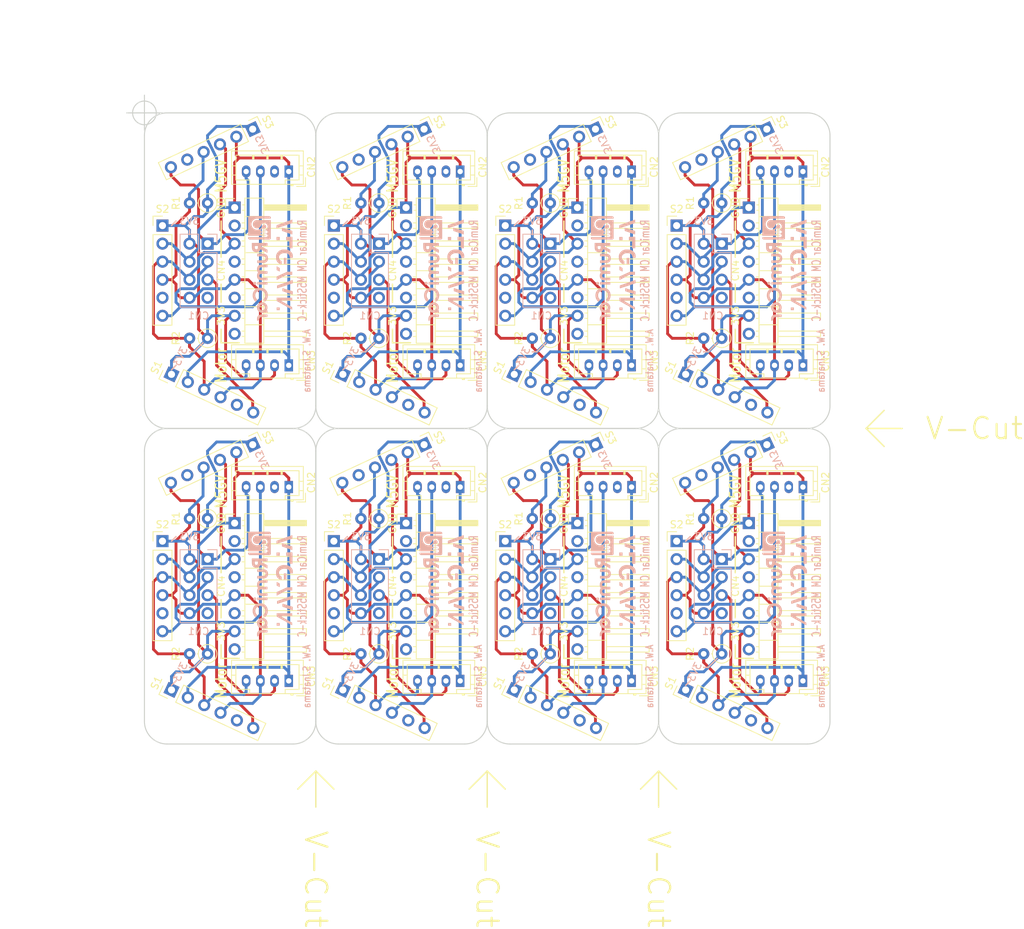
<source format=kicad_pcb>
(kicad_pcb (version 4) (host pcbnew 4.0.7)
  (layers (0 F.Cu signal) (31 B.Cu signal) (34 B.Paste user) (35 F.Paste user) (36 B.SilkS user) (37 F.SilkS user) (38 B.Mask user) (39 F.Mask user) (44 Edge.Cuts user))
  (net 0 "")
  (net 1 SD0)
  (net 2 3V3m)
  (net 3 G32)
  (net 4 GND)
  (net 5 G33)
  (net 6 G00)
  (net 7 G26)
  (module logos:RumiCar2_3p3 (layer B.Cu) (at 152.0825 108.2675 270)
    (fp_text reference G*** hide)
    (fp_text value LOGO hide)
  )
  (module logos:RumiCar2_3p3 (layer B.Cu) (at 127.9525 108.2675 270)
    (fp_text reference G*** hide)
    (fp_text value LOGO hide)
  )
  (module logos:RumiCar2_3p3 (layer B.Cu) (at 103.8225 108.2675 270)
    (fp_text reference G*** hide)
    (fp_text value LOGO hide)
  )
  (module logos:RumiCar2_3p3 (layer B.Cu) (at 79.6925 108.2675 270)
    (fp_text reference G*** hide)
    (fp_text value LOGO hide)
  )
  (module logos:RumiCar2_3p3 (layer B.Cu) (at 152.0825 63.8175 270)
    (fp_text reference G*** hide)
    (fp_text value LOGO hide)
  )
  (module logos:RumiCar2_3p3 (layer B.Cu) (at 127.9525 63.8175 270)
    (fp_text reference G*** hide)
    (fp_text value LOGO hide)
  )
  (module logos:RumiCar2_3p3 (layer B.Cu) (at 103.8225 63.8175 270)
    (fp_text reference G*** hide)
    (fp_text value LOGO hide)
  )
  (module logos:ALGYAN2p5 (layer B.Cu) (at 155.575 106.045 270)
    (fp_text reference G*** hide)
    (fp_text value LOGO hide)
  )
  (module logos:ALGYAN2p5 (layer B.Cu) (at 131.445 106.045 270)
    (fp_text reference G*** hide)
    (fp_text value LOGO hide)
  )
  (module logos:ALGYAN2p5 (layer B.Cu) (at 107.315 106.045 270)
    (fp_text reference G*** hide)
    (fp_text value LOGO hide)
  )
  (module logos:ALGYAN2p5 (layer B.Cu) (at 83.185 106.045 270)
    (fp_text reference G*** hide)
    (fp_text value LOGO hide)
  )
  (module logos:ALGYAN2p5 (layer B.Cu) (at 155.575 61.595 270)
    (fp_text reference G*** hide)
    (fp_text value LOGO hide)
  )
  (module logos:ALGYAN2p5 (layer B.Cu) (at 131.445 61.595 270)
    (fp_text reference G*** hide)
    (fp_text value LOGO hide)
  )
  (module logos:ALGYAN2p5 (layer B.Cu) (at 107.315 61.595 270)
    (fp_text reference G*** hide)
    (fp_text value LOGO hide)
  )
  (module Pin_Headers:Pin_Header_Straight_2x04_Pitch2.54mm (layer B.Cu) (at 144.78 102.87 180)
    (fp_text reference CN1 (at 1.27 -10.16 180) (layer B.SilkS) (effects (justify mirror)))
    (fp_text value Conn_02x04_Odd_Even)
    (pad 1 thru_hole rect (at 0 0 180) (size 1.7 1.7) (drill 1) (layers *.Cu *.Mask) (net 5 G33))
    (pad 2 thru_hole oval (at 2.54 0 180) (size 1.7 1.7) (drill 1) (layers *.Cu *.Mask) (net 2 3V3m))
    (pad 3 thru_hole oval (at 0 -2.54 180) (size 1.7 1.7) (drill 1) (layers *.Cu *.Mask) (net 3 G32))
    (pad 4 thru_hole oval (at 2.54 -2.54 180) (size 1.7 1.7) (drill 1) (layers *.Cu *.Mask) (net 4 GND))
    (pad 5 thru_hole oval (at 0 -5.08 180) (size 1.7 1.7) (drill 1) (layers *.Cu *.Mask) (net 1 SD0))
    (pad 6 thru_hole oval (at 2.54 -5.08 180) (size 1.7 1.7) (drill 1) (layers *.Cu *.Mask) (net 7 G26))
    (pad 7 thru_hole oval (at 0 -7.62 180) (size 1.7 1.7) (drill 1) (layers *.Cu *.Mask))
    (pad 8 thru_hole oval (at 2.54 -7.62 180) (size 1.7 1.7) (drill 1) (layers *.Cu *.Mask) (net 6 G00))
  )
  (module Pin_Headers:Pin_Header_Straight_2x04_Pitch2.54mm (layer B.Cu) (at 120.65 102.87 180)
    (fp_text reference CN1 (at 1.27 -10.16 180) (layer B.SilkS) (effects (justify mirror)))
    (fp_text value Conn_02x04_Odd_Even)
    (pad 1 thru_hole rect (at 0 0 180) (size 1.7 1.7) (drill 1) (layers *.Cu *.Mask) (net 5 G33))
    (pad 2 thru_hole oval (at 2.54 0 180) (size 1.7 1.7) (drill 1) (layers *.Cu *.Mask) (net 2 3V3m))
    (pad 3 thru_hole oval (at 0 -2.54 180) (size 1.7 1.7) (drill 1) (layers *.Cu *.Mask) (net 3 G32))
    (pad 4 thru_hole oval (at 2.54 -2.54 180) (size 1.7 1.7) (drill 1) (layers *.Cu *.Mask) (net 4 GND))
    (pad 5 thru_hole oval (at 0 -5.08 180) (size 1.7 1.7) (drill 1) (layers *.Cu *.Mask) (net 1 SD0))
    (pad 6 thru_hole oval (at 2.54 -5.08 180) (size 1.7 1.7) (drill 1) (layers *.Cu *.Mask) (net 7 G26))
    (pad 7 thru_hole oval (at 0 -7.62 180) (size 1.7 1.7) (drill 1) (layers *.Cu *.Mask))
    (pad 8 thru_hole oval (at 2.54 -7.62 180) (size 1.7 1.7) (drill 1) (layers *.Cu *.Mask) (net 6 G00))
  )
  (module Pin_Headers:Pin_Header_Straight_2x04_Pitch2.54mm (layer B.Cu) (at 96.52 102.87 180)
    (fp_text reference CN1 (at 1.27 -10.16 180) (layer B.SilkS) (effects (justify mirror)))
    (fp_text value Conn_02x04_Odd_Even)
    (pad 1 thru_hole rect (at 0 0 180) (size 1.7 1.7) (drill 1) (layers *.Cu *.Mask) (net 5 G33))
    (pad 2 thru_hole oval (at 2.54 0 180) (size 1.7 1.7) (drill 1) (layers *.Cu *.Mask) (net 2 3V3m))
    (pad 3 thru_hole oval (at 0 -2.54 180) (size 1.7 1.7) (drill 1) (layers *.Cu *.Mask) (net 3 G32))
    (pad 4 thru_hole oval (at 2.54 -2.54 180) (size 1.7 1.7) (drill 1) (layers *.Cu *.Mask) (net 4 GND))
    (pad 5 thru_hole oval (at 0 -5.08 180) (size 1.7 1.7) (drill 1) (layers *.Cu *.Mask) (net 1 SD0))
    (pad 6 thru_hole oval (at 2.54 -5.08 180) (size 1.7 1.7) (drill 1) (layers *.Cu *.Mask) (net 7 G26))
    (pad 7 thru_hole oval (at 0 -7.62 180) (size 1.7 1.7) (drill 1) (layers *.Cu *.Mask))
    (pad 8 thru_hole oval (at 2.54 -7.62 180) (size 1.7 1.7) (drill 1) (layers *.Cu *.Mask) (net 6 G00))
  )
  (module Pin_Headers:Pin_Header_Straight_2x04_Pitch2.54mm (layer B.Cu) (at 72.39 102.87 180)
    (fp_text reference CN1 (at 1.27 -10.16 180) (layer B.SilkS) (effects (justify mirror)))
    (fp_text value Conn_02x04_Odd_Even)
    (pad 1 thru_hole rect (at 0 0 180) (size 1.7 1.7) (drill 1) (layers *.Cu *.Mask) (net 5 G33))
    (pad 2 thru_hole oval (at 2.54 0 180) (size 1.7 1.7) (drill 1) (layers *.Cu *.Mask) (net 2 3V3m))
    (pad 3 thru_hole oval (at 0 -2.54 180) (size 1.7 1.7) (drill 1) (layers *.Cu *.Mask) (net 3 G32))
    (pad 4 thru_hole oval (at 2.54 -2.54 180) (size 1.7 1.7) (drill 1) (layers *.Cu *.Mask) (net 4 GND))
    (pad 5 thru_hole oval (at 0 -5.08 180) (size 1.7 1.7) (drill 1) (layers *.Cu *.Mask) (net 1 SD0))
    (pad 6 thru_hole oval (at 2.54 -5.08 180) (size 1.7 1.7) (drill 1) (layers *.Cu *.Mask) (net 7 G26))
    (pad 7 thru_hole oval (at 0 -7.62 180) (size 1.7 1.7) (drill 1) (layers *.Cu *.Mask))
    (pad 8 thru_hole oval (at 2.54 -7.62 180) (size 1.7 1.7) (drill 1) (layers *.Cu *.Mask) (net 6 G00))
  )
  (module Pin_Headers:Pin_Header_Straight_2x04_Pitch2.54mm (layer B.Cu) (at 144.78 58.42 180)
    (fp_text reference CN1 (at 1.27 -10.16 180) (layer B.SilkS) (effects (justify mirror)))
    (fp_text value Conn_02x04_Odd_Even)
    (pad 1 thru_hole rect (at 0 0 180) (size 1.7 1.7) (drill 1) (layers *.Cu *.Mask) (net 5 G33))
    (pad 2 thru_hole oval (at 2.54 0 180) (size 1.7 1.7) (drill 1) (layers *.Cu *.Mask) (net 2 3V3m))
    (pad 3 thru_hole oval (at 0 -2.54 180) (size 1.7 1.7) (drill 1) (layers *.Cu *.Mask) (net 3 G32))
    (pad 4 thru_hole oval (at 2.54 -2.54 180) (size 1.7 1.7) (drill 1) (layers *.Cu *.Mask) (net 4 GND))
    (pad 5 thru_hole oval (at 0 -5.08 180) (size 1.7 1.7) (drill 1) (layers *.Cu *.Mask) (net 1 SD0))
    (pad 6 thru_hole oval (at 2.54 -5.08 180) (size 1.7 1.7) (drill 1) (layers *.Cu *.Mask) (net 7 G26))
    (pad 7 thru_hole oval (at 0 -7.62 180) (size 1.7 1.7) (drill 1) (layers *.Cu *.Mask))
    (pad 8 thru_hole oval (at 2.54 -7.62 180) (size 1.7 1.7) (drill 1) (layers *.Cu *.Mask) (net 6 G00))
  )
  (module Pin_Headers:Pin_Header_Straight_2x04_Pitch2.54mm (layer B.Cu) (at 120.65 58.42 180)
    (fp_text reference CN1 (at 1.27 -10.16 180) (layer B.SilkS) (effects (justify mirror)))
    (fp_text value Conn_02x04_Odd_Even)
    (pad 1 thru_hole rect (at 0 0 180) (size 1.7 1.7) (drill 1) (layers *.Cu *.Mask) (net 5 G33))
    (pad 2 thru_hole oval (at 2.54 0 180) (size 1.7 1.7) (drill 1) (layers *.Cu *.Mask) (net 2 3V3m))
    (pad 3 thru_hole oval (at 0 -2.54 180) (size 1.7 1.7) (drill 1) (layers *.Cu *.Mask) (net 3 G32))
    (pad 4 thru_hole oval (at 2.54 -2.54 180) (size 1.7 1.7) (drill 1) (layers *.Cu *.Mask) (net 4 GND))
    (pad 5 thru_hole oval (at 0 -5.08 180) (size 1.7 1.7) (drill 1) (layers *.Cu *.Mask) (net 1 SD0))
    (pad 6 thru_hole oval (at 2.54 -5.08 180) (size 1.7 1.7) (drill 1) (layers *.Cu *.Mask) (net 7 G26))
    (pad 7 thru_hole oval (at 0 -7.62 180) (size 1.7 1.7) (drill 1) (layers *.Cu *.Mask))
    (pad 8 thru_hole oval (at 2.54 -7.62 180) (size 1.7 1.7) (drill 1) (layers *.Cu *.Mask) (net 6 G00))
  )
  (module Pin_Headers:Pin_Header_Straight_2x04_Pitch2.54mm (layer B.Cu) (at 96.52 58.42 180)
    (fp_text reference CN1 (at 1.27 -10.16 180) (layer B.SilkS) (effects (justify mirror)))
    (fp_text value Conn_02x04_Odd_Even)
    (pad 1 thru_hole rect (at 0 0 180) (size 1.7 1.7) (drill 1) (layers *.Cu *.Mask) (net 5 G33))
    (pad 2 thru_hole oval (at 2.54 0 180) (size 1.7 1.7) (drill 1) (layers *.Cu *.Mask) (net 2 3V3m))
    (pad 3 thru_hole oval (at 0 -2.54 180) (size 1.7 1.7) (drill 1) (layers *.Cu *.Mask) (net 3 G32))
    (pad 4 thru_hole oval (at 2.54 -2.54 180) (size 1.7 1.7) (drill 1) (layers *.Cu *.Mask) (net 4 GND))
    (pad 5 thru_hole oval (at 0 -5.08 180) (size 1.7 1.7) (drill 1) (layers *.Cu *.Mask) (net 1 SD0))
    (pad 6 thru_hole oval (at 2.54 -5.08 180) (size 1.7 1.7) (drill 1) (layers *.Cu *.Mask) (net 7 G26))
    (pad 7 thru_hole oval (at 0 -7.62 180) (size 1.7 1.7) (drill 1) (layers *.Cu *.Mask))
    (pad 8 thru_hole oval (at 2.54 -7.62 180) (size 1.7 1.7) (drill 1) (layers *.Cu *.Mask) (net 6 G00))
  )
  (module logos:RumiCar1_3p3 (layer B.Cu) (at 152.0825 100.6475 270)
    (fp_text reference G*** hide)
    (fp_text value LOGO hide)
  )
  (module logos:RumiCar1_3p3 (layer B.Cu) (at 127.9525 100.6475 270)
    (fp_text reference G*** hide)
    (fp_text value LOGO hide)
  )
  (module logos:RumiCar1_3p3 (layer B.Cu) (at 103.8225 100.6475 270)
    (fp_text reference G*** hide)
    (fp_text value LOGO hide)
  )
  (module logos:RumiCar1_3p3 (layer B.Cu) (at 79.6925 100.6475 270)
    (fp_text reference G*** hide)
    (fp_text value LOGO hide)
  )
  (module logos:RumiCar1_3p3 (layer B.Cu) (at 152.0825 56.1975 270)
    (fp_text reference G*** hide)
    (fp_text value LOGO hide)
  )
  (module logos:RumiCar1_3p3 (layer B.Cu) (at 127.9525 56.1975 270)
    (fp_text reference G*** hide)
    (fp_text value LOGO hide)
  )
  (module logos:RumiCar1_3p3 (layer B.Cu) (at 103.8225 56.1975 270)
    (fp_text reference G*** hide)
    (fp_text value LOGO hide)
  )
  (module Resistors_THT:R_Axial_DIN0207_L6.3mm_D2.5mm_P2.54mm_Vertical (layer F.Cu) (at 144.78 116.205 180)
    (fp_text reference R2 (at 4.445 0 270) (layer F.SilkS))
    (fp_text value R)
    (pad 1 thru_hole circle (at 0 0 180) (size 1.6 1.6) (drill 0.8) (layers *.Cu *.Mask) (net 2 3V3m))
    (pad 2 thru_hole oval (at 2.54 0 180) (size 1.6 1.6) (drill 0.8) (layers *.Cu *.Mask) (net 7 G26))
  )
  (module Resistors_THT:R_Axial_DIN0207_L6.3mm_D2.5mm_P2.54mm_Vertical (layer F.Cu) (at 120.65 116.205 180)
    (fp_text reference R2 (at 4.445 0 270) (layer F.SilkS))
    (fp_text value R)
    (pad 1 thru_hole circle (at 0 0 180) (size 1.6 1.6) (drill 0.8) (layers *.Cu *.Mask) (net 2 3V3m))
    (pad 2 thru_hole oval (at 2.54 0 180) (size 1.6 1.6) (drill 0.8) (layers *.Cu *.Mask) (net 7 G26))
  )
  (module Resistors_THT:R_Axial_DIN0207_L6.3mm_D2.5mm_P2.54mm_Vertical (layer F.Cu) (at 96.52 116.205 180)
    (fp_text reference R2 (at 4.445 0 270) (layer F.SilkS))
    (fp_text value R)
    (pad 1 thru_hole circle (at 0 0 180) (size 1.6 1.6) (drill 0.8) (layers *.Cu *.Mask) (net 2 3V3m))
    (pad 2 thru_hole oval (at 2.54 0 180) (size 1.6 1.6) (drill 0.8) (layers *.Cu *.Mask) (net 7 G26))
  )
  (module Resistors_THT:R_Axial_DIN0207_L6.3mm_D2.5mm_P2.54mm_Vertical (layer F.Cu) (at 72.39 116.205 180)
    (fp_text reference R2 (at 4.445 0 270) (layer F.SilkS))
    (fp_text value R)
    (pad 1 thru_hole circle (at 0 0 180) (size 1.6 1.6) (drill 0.8) (layers *.Cu *.Mask) (net 2 3V3m))
    (pad 2 thru_hole oval (at 2.54 0 180) (size 1.6 1.6) (drill 0.8) (layers *.Cu *.Mask) (net 7 G26))
  )
  (module Resistors_THT:R_Axial_DIN0207_L6.3mm_D2.5mm_P2.54mm_Vertical (layer F.Cu) (at 144.78 71.755 180)
    (fp_text reference R2 (at 4.445 0 270) (layer F.SilkS))
    (fp_text value R)
    (pad 1 thru_hole circle (at 0 0 180) (size 1.6 1.6) (drill 0.8) (layers *.Cu *.Mask) (net 2 3V3m))
    (pad 2 thru_hole oval (at 2.54 0 180) (size 1.6 1.6) (drill 0.8) (layers *.Cu *.Mask) (net 7 G26))
  )
  (module Resistors_THT:R_Axial_DIN0207_L6.3mm_D2.5mm_P2.54mm_Vertical (layer F.Cu) (at 120.65 71.755 180)
    (fp_text reference R2 (at 4.445 0 270) (layer F.SilkS))
    (fp_text value R)
    (pad 1 thru_hole circle (at 0 0 180) (size 1.6 1.6) (drill 0.8) (layers *.Cu *.Mask) (net 2 3V3m))
    (pad 2 thru_hole oval (at 2.54 0 180) (size 1.6 1.6) (drill 0.8) (layers *.Cu *.Mask) (net 7 G26))
  )
  (module Resistors_THT:R_Axial_DIN0207_L6.3mm_D2.5mm_P2.54mm_Vertical (layer F.Cu) (at 96.52 71.755 180)
    (fp_text reference R2 (at 4.445 0 270) (layer F.SilkS))
    (fp_text value R)
    (pad 1 thru_hole circle (at 0 0 180) (size 1.6 1.6) (drill 0.8) (layers *.Cu *.Mask) (net 2 3V3m))
    (pad 2 thru_hole oval (at 2.54 0 180) (size 1.6 1.6) (drill 0.8) (layers *.Cu *.Mask) (net 7 G26))
  )
  (module Resistors_THT:R_Axial_DIN0207_L6.3mm_D2.5mm_P2.54mm_Vertical (layer F.Cu) (at 144.78 97.155 180)
    (fp_text reference R1 (at 4.445 0 270) (layer F.SilkS))
    (fp_text value R)
    (pad 1 thru_hole circle (at 0 0 180) (size 1.6 1.6) (drill 0.8) (layers *.Cu *.Mask) (net 2 3V3m))
    (pad 2 thru_hole oval (at 2.54 0 180) (size 1.6 1.6) (drill 0.8) (layers *.Cu *.Mask) (net 6 G00))
  )
  (module Resistors_THT:R_Axial_DIN0207_L6.3mm_D2.5mm_P2.54mm_Vertical (layer F.Cu) (at 120.65 97.155 180)
    (fp_text reference R1 (at 4.445 0 270) (layer F.SilkS))
    (fp_text value R)
    (pad 1 thru_hole circle (at 0 0 180) (size 1.6 1.6) (drill 0.8) (layers *.Cu *.Mask) (net 2 3V3m))
    (pad 2 thru_hole oval (at 2.54 0 180) (size 1.6 1.6) (drill 0.8) (layers *.Cu *.Mask) (net 6 G00))
  )
  (module Resistors_THT:R_Axial_DIN0207_L6.3mm_D2.5mm_P2.54mm_Vertical (layer F.Cu) (at 96.52 97.155 180)
    (fp_text reference R1 (at 4.445 0 270) (layer F.SilkS))
    (fp_text value R)
    (pad 1 thru_hole circle (at 0 0 180) (size 1.6 1.6) (drill 0.8) (layers *.Cu *.Mask) (net 2 3V3m))
    (pad 2 thru_hole oval (at 2.54 0 180) (size 1.6 1.6) (drill 0.8) (layers *.Cu *.Mask) (net 6 G00))
  )
  (module Resistors_THT:R_Axial_DIN0207_L6.3mm_D2.5mm_P2.54mm_Vertical (layer F.Cu) (at 72.39 97.155 180)
    (fp_text reference R1 (at 4.445 0 270) (layer F.SilkS))
    (fp_text value R)
    (pad 1 thru_hole circle (at 0 0 180) (size 1.6 1.6) (drill 0.8) (layers *.Cu *.Mask) (net 2 3V3m))
    (pad 2 thru_hole oval (at 2.54 0 180) (size 1.6 1.6) (drill 0.8) (layers *.Cu *.Mask) (net 6 G00))
  )
  (module Resistors_THT:R_Axial_DIN0207_L6.3mm_D2.5mm_P2.54mm_Vertical (layer F.Cu) (at 144.78 52.705 180)
    (fp_text reference R1 (at 4.445 0 270) (layer F.SilkS))
    (fp_text value R)
    (pad 1 thru_hole circle (at 0 0 180) (size 1.6 1.6) (drill 0.8) (layers *.Cu *.Mask) (net 2 3V3m))
    (pad 2 thru_hole oval (at 2.54 0 180) (size 1.6 1.6) (drill 0.8) (layers *.Cu *.Mask) (net 6 G00))
  )
  (module Resistors_THT:R_Axial_DIN0207_L6.3mm_D2.5mm_P2.54mm_Vertical (layer F.Cu) (at 120.65 52.705 180)
    (fp_text reference R1 (at 4.445 0 270) (layer F.SilkS))
    (fp_text value R)
    (pad 1 thru_hole circle (at 0 0 180) (size 1.6 1.6) (drill 0.8) (layers *.Cu *.Mask) (net 2 3V3m))
    (pad 2 thru_hole oval (at 2.54 0 180) (size 1.6 1.6) (drill 0.8) (layers *.Cu *.Mask) (net 6 G00))
  )
  (module Resistors_THT:R_Axial_DIN0207_L6.3mm_D2.5mm_P2.54mm_Vertical (layer F.Cu) (at 96.52 52.705 180)
    (fp_text reference R1 (at 4.445 0 270) (layer F.SilkS))
    (fp_text value R)
    (pad 1 thru_hole circle (at 0 0 180) (size 1.6 1.6) (drill 0.8) (layers *.Cu *.Mask) (net 2 3V3m))
    (pad 2 thru_hole oval (at 2.54 0 180) (size 1.6 1.6) (drill 0.8) (layers *.Cu *.Mask) (net 6 G00))
  )
  (module Pin_Headers:Pin_Header_Straight_1x06_Pitch2.54mm (layer F.Cu) (at 151.13 86.741 295)
    (fp_text reference S3 (at 0 -2.33 295) (layer F.SilkS))
    (fp_text value Conn_01x06)
    (pad 1 thru_hole rect (at 0 0 295) (size 1.7 1.7) (drill 1) (layers *.Cu *.Mask) (net 2 3V3m))
    (pad 2 thru_hole oval (at 0 2.54 295) (size 1.7 1.7) (drill 1) (layers *.Cu *.Mask) (net 4 GND))
    (pad 3 thru_hole oval (at 0 5.08 295) (size 1.7 1.7) (drill 1) (layers *.Cu *.Mask) (net 7 G26))
    (pad 4 thru_hole oval (at 0 7.62 295) (size 1.7 1.7) (drill 1) (layers *.Cu *.Mask) (net 6 G00))
    (pad 5 thru_hole oval (at 0 10.16 295) (size 1.7 1.7) (drill 1) (layers *.Cu *.Mask))
    (pad 6 thru_hole oval (at 0 12.7 295) (size 1.7 1.7) (drill 1) (layers *.Cu *.Mask) (net 5 G33))
  )
  (module Pin_Headers:Pin_Header_Straight_1x06_Pitch2.54mm (layer F.Cu) (at 127 86.741 295)
    (fp_text reference S3 (at 0 -2.33 295) (layer F.SilkS))
    (fp_text value Conn_01x06)
    (pad 1 thru_hole rect (at 0 0 295) (size 1.7 1.7) (drill 1) (layers *.Cu *.Mask) (net 2 3V3m))
    (pad 2 thru_hole oval (at 0 2.54 295) (size 1.7 1.7) (drill 1) (layers *.Cu *.Mask) (net 4 GND))
    (pad 3 thru_hole oval (at 0 5.08 295) (size 1.7 1.7) (drill 1) (layers *.Cu *.Mask) (net 7 G26))
    (pad 4 thru_hole oval (at 0 7.62 295) (size 1.7 1.7) (drill 1) (layers *.Cu *.Mask) (net 6 G00))
    (pad 5 thru_hole oval (at 0 10.16 295) (size 1.7 1.7) (drill 1) (layers *.Cu *.Mask))
    (pad 6 thru_hole oval (at 0 12.7 295) (size 1.7 1.7) (drill 1) (layers *.Cu *.Mask) (net 5 G33))
  )
  (module Pin_Headers:Pin_Header_Straight_1x06_Pitch2.54mm (layer F.Cu) (at 102.87 86.741 295)
    (fp_text reference S3 (at 0 -2.33 295) (layer F.SilkS))
    (fp_text value Conn_01x06)
    (pad 1 thru_hole rect (at 0 0 295) (size 1.7 1.7) (drill 1) (layers *.Cu *.Mask) (net 2 3V3m))
    (pad 2 thru_hole oval (at 0 2.54 295) (size 1.7 1.7) (drill 1) (layers *.Cu *.Mask) (net 4 GND))
    (pad 3 thru_hole oval (at 0 5.08 295) (size 1.7 1.7) (drill 1) (layers *.Cu *.Mask) (net 7 G26))
    (pad 4 thru_hole oval (at 0 7.62 295) (size 1.7 1.7) (drill 1) (layers *.Cu *.Mask) (net 6 G00))
    (pad 5 thru_hole oval (at 0 10.16 295) (size 1.7 1.7) (drill 1) (layers *.Cu *.Mask))
    (pad 6 thru_hole oval (at 0 12.7 295) (size 1.7 1.7) (drill 1) (layers *.Cu *.Mask) (net 5 G33))
  )
  (module Pin_Headers:Pin_Header_Straight_1x06_Pitch2.54mm (layer F.Cu) (at 78.74 86.741 295)
    (fp_text reference S3 (at 0 -2.33 295) (layer F.SilkS))
    (fp_text value Conn_01x06)
    (pad 1 thru_hole rect (at 0 0 295) (size 1.7 1.7) (drill 1) (layers *.Cu *.Mask) (net 2 3V3m))
    (pad 2 thru_hole oval (at 0 2.54 295) (size 1.7 1.7) (drill 1) (layers *.Cu *.Mask) (net 4 GND))
    (pad 3 thru_hole oval (at 0 5.08 295) (size 1.7 1.7) (drill 1) (layers *.Cu *.Mask) (net 7 G26))
    (pad 4 thru_hole oval (at 0 7.62 295) (size 1.7 1.7) (drill 1) (layers *.Cu *.Mask) (net 6 G00))
    (pad 5 thru_hole oval (at 0 10.16 295) (size 1.7 1.7) (drill 1) (layers *.Cu *.Mask))
    (pad 6 thru_hole oval (at 0 12.7 295) (size 1.7 1.7) (drill 1) (layers *.Cu *.Mask) (net 5 G33))
  )
  (module Pin_Headers:Pin_Header_Straight_1x06_Pitch2.54mm (layer F.Cu) (at 151.13 42.291 295)
    (fp_text reference S3 (at 0 -2.33 295) (layer F.SilkS))
    (fp_text value Conn_01x06)
    (pad 1 thru_hole rect (at 0 0 295) (size 1.7 1.7) (drill 1) (layers *.Cu *.Mask) (net 2 3V3m))
    (pad 2 thru_hole oval (at 0 2.54 295) (size 1.7 1.7) (drill 1) (layers *.Cu *.Mask) (net 4 GND))
    (pad 3 thru_hole oval (at 0 5.08 295) (size 1.7 1.7) (drill 1) (layers *.Cu *.Mask) (net 7 G26))
    (pad 4 thru_hole oval (at 0 7.62 295) (size 1.7 1.7) (drill 1) (layers *.Cu *.Mask) (net 6 G00))
    (pad 5 thru_hole oval (at 0 10.16 295) (size 1.7 1.7) (drill 1) (layers *.Cu *.Mask))
    (pad 6 thru_hole oval (at 0 12.7 295) (size 1.7 1.7) (drill 1) (layers *.Cu *.Mask) (net 5 G33))
  )
  (module Pin_Headers:Pin_Header_Straight_1x06_Pitch2.54mm (layer F.Cu) (at 127 42.291 295)
    (fp_text reference S3 (at 0 -2.33 295) (layer F.SilkS))
    (fp_text value Conn_01x06)
    (pad 1 thru_hole rect (at 0 0 295) (size 1.7 1.7) (drill 1) (layers *.Cu *.Mask) (net 2 3V3m))
    (pad 2 thru_hole oval (at 0 2.54 295) (size 1.7 1.7) (drill 1) (layers *.Cu *.Mask) (net 4 GND))
    (pad 3 thru_hole oval (at 0 5.08 295) (size 1.7 1.7) (drill 1) (layers *.Cu *.Mask) (net 7 G26))
    (pad 4 thru_hole oval (at 0 7.62 295) (size 1.7 1.7) (drill 1) (layers *.Cu *.Mask) (net 6 G00))
    (pad 5 thru_hole oval (at 0 10.16 295) (size 1.7 1.7) (drill 1) (layers *.Cu *.Mask))
    (pad 6 thru_hole oval (at 0 12.7 295) (size 1.7 1.7) (drill 1) (layers *.Cu *.Mask) (net 5 G33))
  )
  (module Pin_Headers:Pin_Header_Straight_1x06_Pitch2.54mm (layer F.Cu) (at 102.87 42.291 295)
    (fp_text reference S3 (at 0 -2.33 295) (layer F.SilkS))
    (fp_text value Conn_01x06)
    (pad 1 thru_hole rect (at 0 0 295) (size 1.7 1.7) (drill 1) (layers *.Cu *.Mask) (net 2 3V3m))
    (pad 2 thru_hole oval (at 0 2.54 295) (size 1.7 1.7) (drill 1) (layers *.Cu *.Mask) (net 4 GND))
    (pad 3 thru_hole oval (at 0 5.08 295) (size 1.7 1.7) (drill 1) (layers *.Cu *.Mask) (net 7 G26))
    (pad 4 thru_hole oval (at 0 7.62 295) (size 1.7 1.7) (drill 1) (layers *.Cu *.Mask) (net 6 G00))
    (pad 5 thru_hole oval (at 0 10.16 295) (size 1.7 1.7) (drill 1) (layers *.Cu *.Mask))
    (pad 6 thru_hole oval (at 0 12.7 295) (size 1.7 1.7) (drill 1) (layers *.Cu *.Mask) (net 5 G33))
  )
  (module Pin_Headers:Pin_Header_Straight_1x06_Pitch2.54mm (layer F.Cu) (at 138.43 100.33)
    (fp_text reference S2 (at 0 -2.33) (layer F.SilkS))
    (fp_text value Conn_01x06)
    (pad 1 thru_hole rect (at 0 0) (size 1.7 1.7) (drill 1) (layers *.Cu *.Mask) (net 2 3V3m))
    (pad 2 thru_hole oval (at 0 2.54) (size 1.7 1.7) (drill 1) (layers *.Cu *.Mask) (net 4 GND))
    (pad 3 thru_hole oval (at 0 5.08) (size 1.7 1.7) (drill 1) (layers *.Cu *.Mask) (net 7 G26))
    (pad 4 thru_hole oval (at 0 7.62) (size 1.7 1.7) (drill 1) (layers *.Cu *.Mask) (net 6 G00))
    (pad 5 thru_hole oval (at 0 10.16) (size 1.7 1.7) (drill 1) (layers *.Cu *.Mask))
    (pad 6 thru_hole oval (at 0 12.7) (size 1.7 1.7) (drill 1) (layers *.Cu *.Mask) (net 3 G32))
  )
  (module Pin_Headers:Pin_Header_Straight_1x06_Pitch2.54mm (layer F.Cu) (at 114.3 100.33)
    (fp_text reference S2 (at 0 -2.33) (layer F.SilkS))
    (fp_text value Conn_01x06)
    (pad 1 thru_hole rect (at 0 0) (size 1.7 1.7) (drill 1) (layers *.Cu *.Mask) (net 2 3V3m))
    (pad 2 thru_hole oval (at 0 2.54) (size 1.7 1.7) (drill 1) (layers *.Cu *.Mask) (net 4 GND))
    (pad 3 thru_hole oval (at 0 5.08) (size 1.7 1.7) (drill 1) (layers *.Cu *.Mask) (net 7 G26))
    (pad 4 thru_hole oval (at 0 7.62) (size 1.7 1.7) (drill 1) (layers *.Cu *.Mask) (net 6 G00))
    (pad 5 thru_hole oval (at 0 10.16) (size 1.7 1.7) (drill 1) (layers *.Cu *.Mask))
    (pad 6 thru_hole oval (at 0 12.7) (size 1.7 1.7) (drill 1) (layers *.Cu *.Mask) (net 3 G32))
  )
  (module Pin_Headers:Pin_Header_Straight_1x06_Pitch2.54mm (layer F.Cu) (at 90.17 100.33)
    (fp_text reference S2 (at 0 -2.33) (layer F.SilkS))
    (fp_text value Conn_01x06)
    (pad 1 thru_hole rect (at 0 0) (size 1.7 1.7) (drill 1) (layers *.Cu *.Mask) (net 2 3V3m))
    (pad 2 thru_hole oval (at 0 2.54) (size 1.7 1.7) (drill 1) (layers *.Cu *.Mask) (net 4 GND))
    (pad 3 thru_hole oval (at 0 5.08) (size 1.7 1.7) (drill 1) (layers *.Cu *.Mask) (net 7 G26))
    (pad 4 thru_hole oval (at 0 7.62) (size 1.7 1.7) (drill 1) (layers *.Cu *.Mask) (net 6 G00))
    (pad 5 thru_hole oval (at 0 10.16) (size 1.7 1.7) (drill 1) (layers *.Cu *.Mask))
    (pad 6 thru_hole oval (at 0 12.7) (size 1.7 1.7) (drill 1) (layers *.Cu *.Mask) (net 3 G32))
  )
  (module Pin_Headers:Pin_Header_Straight_1x06_Pitch2.54mm (layer F.Cu) (at 66.04 100.33)
    (fp_text reference S2 (at 0 -2.33) (layer F.SilkS))
    (fp_text value Conn_01x06)
    (pad 1 thru_hole rect (at 0 0) (size 1.7 1.7) (drill 1) (layers *.Cu *.Mask) (net 2 3V3m))
    (pad 2 thru_hole oval (at 0 2.54) (size 1.7 1.7) (drill 1) (layers *.Cu *.Mask) (net 4 GND))
    (pad 3 thru_hole oval (at 0 5.08) (size 1.7 1.7) (drill 1) (layers *.Cu *.Mask) (net 7 G26))
    (pad 4 thru_hole oval (at 0 7.62) (size 1.7 1.7) (drill 1) (layers *.Cu *.Mask) (net 6 G00))
    (pad 5 thru_hole oval (at 0 10.16) (size 1.7 1.7) (drill 1) (layers *.Cu *.Mask))
    (pad 6 thru_hole oval (at 0 12.7) (size 1.7 1.7) (drill 1) (layers *.Cu *.Mask) (net 3 G32))
  )
  (module Pin_Headers:Pin_Header_Straight_1x06_Pitch2.54mm (layer F.Cu) (at 138.43 55.88)
    (fp_text reference S2 (at 0 -2.33) (layer F.SilkS))
    (fp_text value Conn_01x06)
    (pad 1 thru_hole rect (at 0 0) (size 1.7 1.7) (drill 1) (layers *.Cu *.Mask) (net 2 3V3m))
    (pad 2 thru_hole oval (at 0 2.54) (size 1.7 1.7) (drill 1) (layers *.Cu *.Mask) (net 4 GND))
    (pad 3 thru_hole oval (at 0 5.08) (size 1.7 1.7) (drill 1) (layers *.Cu *.Mask) (net 7 G26))
    (pad 4 thru_hole oval (at 0 7.62) (size 1.7 1.7) (drill 1) (layers *.Cu *.Mask) (net 6 G00))
    (pad 5 thru_hole oval (at 0 10.16) (size 1.7 1.7) (drill 1) (layers *.Cu *.Mask))
    (pad 6 thru_hole oval (at 0 12.7) (size 1.7 1.7) (drill 1) (layers *.Cu *.Mask) (net 3 G32))
  )
  (module Pin_Headers:Pin_Header_Straight_1x06_Pitch2.54mm (layer F.Cu) (at 114.3 55.88)
    (fp_text reference S2 (at 0 -2.33) (layer F.SilkS))
    (fp_text value Conn_01x06)
    (pad 1 thru_hole rect (at 0 0) (size 1.7 1.7) (drill 1) (layers *.Cu *.Mask) (net 2 3V3m))
    (pad 2 thru_hole oval (at 0 2.54) (size 1.7 1.7) (drill 1) (layers *.Cu *.Mask) (net 4 GND))
    (pad 3 thru_hole oval (at 0 5.08) (size 1.7 1.7) (drill 1) (layers *.Cu *.Mask) (net 7 G26))
    (pad 4 thru_hole oval (at 0 7.62) (size 1.7 1.7) (drill 1) (layers *.Cu *.Mask) (net 6 G00))
    (pad 5 thru_hole oval (at 0 10.16) (size 1.7 1.7) (drill 1) (layers *.Cu *.Mask))
    (pad 6 thru_hole oval (at 0 12.7) (size 1.7 1.7) (drill 1) (layers *.Cu *.Mask) (net 3 G32))
  )
  (module Pin_Headers:Pin_Header_Straight_1x06_Pitch2.54mm (layer F.Cu) (at 90.17 55.88)
    (fp_text reference S2 (at 0 -2.33) (layer F.SilkS))
    (fp_text value Conn_01x06)
    (pad 1 thru_hole rect (at 0 0) (size 1.7 1.7) (drill 1) (layers *.Cu *.Mask) (net 2 3V3m))
    (pad 2 thru_hole oval (at 0 2.54) (size 1.7 1.7) (drill 1) (layers *.Cu *.Mask) (net 4 GND))
    (pad 3 thru_hole oval (at 0 5.08) (size 1.7 1.7) (drill 1) (layers *.Cu *.Mask) (net 7 G26))
    (pad 4 thru_hole oval (at 0 7.62) (size 1.7 1.7) (drill 1) (layers *.Cu *.Mask) (net 6 G00))
    (pad 5 thru_hole oval (at 0 10.16) (size 1.7 1.7) (drill 1) (layers *.Cu *.Mask))
    (pad 6 thru_hole oval (at 0 12.7) (size 1.7 1.7) (drill 1) (layers *.Cu *.Mask) (net 3 G32))
  )
  (module Mounting_Holes:MountingHole_3.5mm (layer F.Cu) (at 139.065 87.63)
    (fp_text reference H1 hide)
    (fp_text value MountingHole_3.5mm)
    (pad 1 np_thru_hole circle (at 0 0) (size 3.5 3.5) (drill 3.5) (layers *.Cu *.Mask))
  )
  (module Mounting_Holes:MountingHole_3.5mm (layer F.Cu) (at 114.935 87.63)
    (fp_text reference H1 hide)
    (fp_text value MountingHole_3.5mm)
    (pad 1 np_thru_hole circle (at 0 0) (size 3.5 3.5) (drill 3.5) (layers *.Cu *.Mask))
  )
  (module Mounting_Holes:MountingHole_3.5mm (layer F.Cu) (at 90.805 87.63)
    (fp_text reference H1 hide)
    (fp_text value MountingHole_3.5mm)
    (pad 1 np_thru_hole circle (at 0 0) (size 3.5 3.5) (drill 3.5) (layers *.Cu *.Mask))
  )
  (module Mounting_Holes:MountingHole_3.5mm (layer F.Cu) (at 66.675 87.63)
    (fp_text reference H1 hide)
    (fp_text value MountingHole_3.5mm)
    (pad 1 np_thru_hole circle (at 0 0) (size 3.5 3.5) (drill 3.5) (layers *.Cu *.Mask))
  )
  (module Mounting_Holes:MountingHole_3.5mm (layer F.Cu) (at 139.065 43.18)
    (fp_text reference H1 hide)
    (fp_text value MountingHole_3.5mm)
    (pad 1 np_thru_hole circle (at 0 0) (size 3.5 3.5) (drill 3.5) (layers *.Cu *.Mask))
  )
  (module Mounting_Holes:MountingHole_3.5mm (layer F.Cu) (at 114.935 43.18)
    (fp_text reference H1 hide)
    (fp_text value MountingHole_3.5mm)
    (pad 1 np_thru_hole circle (at 0 0) (size 3.5 3.5) (drill 3.5) (layers *.Cu *.Mask))
  )
  (module Mounting_Holes:MountingHole_3.5mm (layer F.Cu) (at 90.805 43.18)
    (fp_text reference H1 hide)
    (fp_text value MountingHole_3.5mm)
    (pad 1 np_thru_hole circle (at 0 0) (size 3.5 3.5) (drill 3.5) (layers *.Cu *.Mask))
  )
  (module Pin_Headers:Pin_Header_Angled_1x08_Pitch2.54mm (layer F.Cu) (at 148.59 97.79)
    (fp_text reference CN4 (at -1.905 8.89 90) (layer F.SilkS))
    (fp_text value Conn_01x08)
    (pad 1 thru_hole rect (at 0 0) (size 1.7 1.7) (drill 1) (layers *.Cu *.Mask) (net 4 GND))
    (pad 2 thru_hole oval (at 0 2.54) (size 1.7 1.7) (drill 1) (layers *.Cu *.Mask))
    (pad 3 thru_hole oval (at 0 5.08) (size 1.7 1.7) (drill 1) (layers *.Cu *.Mask) (net 7 G26))
    (pad 4 thru_hole oval (at 0 7.62) (size 1.7 1.7) (drill 1) (layers *.Cu *.Mask))
    (pad 5 thru_hole oval (at 0 10.16) (size 1.7 1.7) (drill 1) (layers *.Cu *.Mask) (net 6 G00))
    (pad 6 thru_hole oval (at 0 12.7) (size 1.7 1.7) (drill 1) (layers *.Cu *.Mask))
    (pad 7 thru_hole oval (at 0 15.24) (size 1.7 1.7) (drill 1) (layers *.Cu *.Mask) (net 2 3V3m))
    (pad 8 thru_hole oval (at 0 17.78) (size 1.7 1.7) (drill 1) (layers *.Cu *.Mask))
  )
  (module Pin_Headers:Pin_Header_Angled_1x08_Pitch2.54mm (layer F.Cu) (at 124.46 97.79)
    (fp_text reference CN4 (at -1.905 8.89 90) (layer F.SilkS))
    (fp_text value Conn_01x08)
    (pad 1 thru_hole rect (at 0 0) (size 1.7 1.7) (drill 1) (layers *.Cu *.Mask) (net 4 GND))
    (pad 2 thru_hole oval (at 0 2.54) (size 1.7 1.7) (drill 1) (layers *.Cu *.Mask))
    (pad 3 thru_hole oval (at 0 5.08) (size 1.7 1.7) (drill 1) (layers *.Cu *.Mask) (net 7 G26))
    (pad 4 thru_hole oval (at 0 7.62) (size 1.7 1.7) (drill 1) (layers *.Cu *.Mask))
    (pad 5 thru_hole oval (at 0 10.16) (size 1.7 1.7) (drill 1) (layers *.Cu *.Mask) (net 6 G00))
    (pad 6 thru_hole oval (at 0 12.7) (size 1.7 1.7) (drill 1) (layers *.Cu *.Mask))
    (pad 7 thru_hole oval (at 0 15.24) (size 1.7 1.7) (drill 1) (layers *.Cu *.Mask) (net 2 3V3m))
    (pad 8 thru_hole oval (at 0 17.78) (size 1.7 1.7) (drill 1) (layers *.Cu *.Mask))
  )
  (module Pin_Headers:Pin_Header_Angled_1x08_Pitch2.54mm (layer F.Cu) (at 100.33 97.79)
    (fp_text reference CN4 (at -1.905 8.89 90) (layer F.SilkS))
    (fp_text value Conn_01x08)
    (pad 1 thru_hole rect (at 0 0) (size 1.7 1.7) (drill 1) (layers *.Cu *.Mask) (net 4 GND))
    (pad 2 thru_hole oval (at 0 2.54) (size 1.7 1.7) (drill 1) (layers *.Cu *.Mask))
    (pad 3 thru_hole oval (at 0 5.08) (size 1.7 1.7) (drill 1) (layers *.Cu *.Mask) (net 7 G26))
    (pad 4 thru_hole oval (at 0 7.62) (size 1.7 1.7) (drill 1) (layers *.Cu *.Mask))
    (pad 5 thru_hole oval (at 0 10.16) (size 1.7 1.7) (drill 1) (layers *.Cu *.Mask) (net 6 G00))
    (pad 6 thru_hole oval (at 0 12.7) (size 1.7 1.7) (drill 1) (layers *.Cu *.Mask))
    (pad 7 thru_hole oval (at 0 15.24) (size 1.7 1.7) (drill 1) (layers *.Cu *.Mask) (net 2 3V3m))
    (pad 8 thru_hole oval (at 0 17.78) (size 1.7 1.7) (drill 1) (layers *.Cu *.Mask))
  )
  (module Pin_Headers:Pin_Header_Angled_1x08_Pitch2.54mm (layer F.Cu) (at 76.2 97.79)
    (fp_text reference CN4 (at -1.905 8.89 90) (layer F.SilkS))
    (fp_text value Conn_01x08)
    (pad 1 thru_hole rect (at 0 0) (size 1.7 1.7) (drill 1) (layers *.Cu *.Mask) (net 4 GND))
    (pad 2 thru_hole oval (at 0 2.54) (size 1.7 1.7) (drill 1) (layers *.Cu *.Mask))
    (pad 3 thru_hole oval (at 0 5.08) (size 1.7 1.7) (drill 1) (layers *.Cu *.Mask) (net 7 G26))
    (pad 4 thru_hole oval (at 0 7.62) (size 1.7 1.7) (drill 1) (layers *.Cu *.Mask))
    (pad 5 thru_hole oval (at 0 10.16) (size 1.7 1.7) (drill 1) (layers *.Cu *.Mask) (net 6 G00))
    (pad 6 thru_hole oval (at 0 12.7) (size 1.7 1.7) (drill 1) (layers *.Cu *.Mask))
    (pad 7 thru_hole oval (at 0 15.24) (size 1.7 1.7) (drill 1) (layers *.Cu *.Mask) (net 2 3V3m))
    (pad 8 thru_hole oval (at 0 17.78) (size 1.7 1.7) (drill 1) (layers *.Cu *.Mask))
  )
  (module Pin_Headers:Pin_Header_Angled_1x08_Pitch2.54mm (layer F.Cu) (at 148.59 53.34)
    (fp_text reference CN4 (at -1.905 8.89 90) (layer F.SilkS))
    (fp_text value Conn_01x08)
    (pad 1 thru_hole rect (at 0 0) (size 1.7 1.7) (drill 1) (layers *.Cu *.Mask) (net 4 GND))
    (pad 2 thru_hole oval (at 0 2.54) (size 1.7 1.7) (drill 1) (layers *.Cu *.Mask))
    (pad 3 thru_hole oval (at 0 5.08) (size 1.7 1.7) (drill 1) (layers *.Cu *.Mask) (net 7 G26))
    (pad 4 thru_hole oval (at 0 7.62) (size 1.7 1.7) (drill 1) (layers *.Cu *.Mask))
    (pad 5 thru_hole oval (at 0 10.16) (size 1.7 1.7) (drill 1) (layers *.Cu *.Mask) (net 6 G00))
    (pad 6 thru_hole oval (at 0 12.7) (size 1.7 1.7) (drill 1) (layers *.Cu *.Mask))
    (pad 7 thru_hole oval (at 0 15.24) (size 1.7 1.7) (drill 1) (layers *.Cu *.Mask) (net 2 3V3m))
    (pad 8 thru_hole oval (at 0 17.78) (size 1.7 1.7) (drill 1) (layers *.Cu *.Mask))
  )
  (module Pin_Headers:Pin_Header_Angled_1x08_Pitch2.54mm (layer F.Cu) (at 124.46 53.34)
    (fp_text reference CN4 (at -1.905 8.89 90) (layer F.SilkS))
    (fp_text value Conn_01x08)
    (pad 1 thru_hole rect (at 0 0) (size 1.7 1.7) (drill 1) (layers *.Cu *.Mask) (net 4 GND))
    (pad 2 thru_hole oval (at 0 2.54) (size 1.7 1.7) (drill 1) (layers *.Cu *.Mask))
    (pad 3 thru_hole oval (at 0 5.08) (size 1.7 1.7) (drill 1) (layers *.Cu *.Mask) (net 7 G26))
    (pad 4 thru_hole oval (at 0 7.62) (size 1.7 1.7) (drill 1) (layers *.Cu *.Mask))
    (pad 5 thru_hole oval (at 0 10.16) (size 1.7 1.7) (drill 1) (layers *.Cu *.Mask) (net 6 G00))
    (pad 6 thru_hole oval (at 0 12.7) (size 1.7 1.7) (drill 1) (layers *.Cu *.Mask))
    (pad 7 thru_hole oval (at 0 15.24) (size 1.7 1.7) (drill 1) (layers *.Cu *.Mask) (net 2 3V3m))
    (pad 8 thru_hole oval (at 0 17.78) (size 1.7 1.7) (drill 1) (layers *.Cu *.Mask))
  )
  (module Pin_Headers:Pin_Header_Angled_1x08_Pitch2.54mm (layer F.Cu) (at 100.33 53.34)
    (fp_text reference CN4 (at -1.905 8.89 90) (layer F.SilkS))
    (fp_text value Conn_01x08)
    (pad 1 thru_hole rect (at 0 0) (size 1.7 1.7) (drill 1) (layers *.Cu *.Mask) (net 4 GND))
    (pad 2 thru_hole oval (at 0 2.54) (size 1.7 1.7) (drill 1) (layers *.Cu *.Mask))
    (pad 3 thru_hole oval (at 0 5.08) (size 1.7 1.7) (drill 1) (layers *.Cu *.Mask) (net 7 G26))
    (pad 4 thru_hole oval (at 0 7.62) (size 1.7 1.7) (drill 1) (layers *.Cu *.Mask))
    (pad 5 thru_hole oval (at 0 10.16) (size 1.7 1.7) (drill 1) (layers *.Cu *.Mask) (net 6 G00))
    (pad 6 thru_hole oval (at 0 12.7) (size 1.7 1.7) (drill 1) (layers *.Cu *.Mask))
    (pad 7 thru_hole oval (at 0 15.24) (size 1.7 1.7) (drill 1) (layers *.Cu *.Mask) (net 2 3V3m))
    (pad 8 thru_hole oval (at 0 17.78) (size 1.7 1.7) (drill 1) (layers *.Cu *.Mask))
  )
  (module Mounting_Holes:MountingHole_3.5mm (layer F.Cu) (at 156.845 87.63)
    (fp_text reference H2 hide)
    (fp_text value MountingHole_3.5mm)
    (pad 1 np_thru_hole circle (at 0 0) (size 3.5 3.5) (drill 3.5) (layers *.Cu *.Mask))
  )
  (module Mounting_Holes:MountingHole_3.5mm (layer F.Cu) (at 132.715 87.63)
    (fp_text reference H2 hide)
    (fp_text value MountingHole_3.5mm)
    (pad 1 np_thru_hole circle (at 0 0) (size 3.5 3.5) (drill 3.5) (layers *.Cu *.Mask))
  )
  (module Mounting_Holes:MountingHole_3.5mm (layer F.Cu) (at 108.585 87.63)
    (fp_text reference H2 hide)
    (fp_text value MountingHole_3.5mm)
    (pad 1 np_thru_hole circle (at 0 0) (size 3.5 3.5) (drill 3.5) (layers *.Cu *.Mask))
  )
  (module Mounting_Holes:MountingHole_3.5mm (layer F.Cu) (at 84.455 87.63)
    (fp_text reference H2 hide)
    (fp_text value MountingHole_3.5mm)
    (pad 1 np_thru_hole circle (at 0 0) (size 3.5 3.5) (drill 3.5) (layers *.Cu *.Mask))
  )
  (module Mounting_Holes:MountingHole_3.5mm (layer F.Cu) (at 156.845 43.18)
    (fp_text reference H2 hide)
    (fp_text value MountingHole_3.5mm)
    (pad 1 np_thru_hole circle (at 0 0) (size 3.5 3.5) (drill 3.5) (layers *.Cu *.Mask))
  )
  (module Mounting_Holes:MountingHole_3.5mm (layer F.Cu) (at 132.715 43.18)
    (fp_text reference H2 hide)
    (fp_text value MountingHole_3.5mm)
    (pad 1 np_thru_hole circle (at 0 0) (size 3.5 3.5) (drill 3.5) (layers *.Cu *.Mask))
  )
  (module Mounting_Holes:MountingHole_3.5mm (layer F.Cu) (at 108.585 43.18)
    (fp_text reference H2 hide)
    (fp_text value MountingHole_3.5mm)
    (pad 1 np_thru_hole circle (at 0 0) (size 3.5 3.5) (drill 3.5) (layers *.Cu *.Mask))
  )
  (module Connectors_JST:JST_PH_B4B-PH-K_04x2.00mm_Straight (layer F.Cu) (at 156.21 92.71 180)
    (fp_text reference CN2 (at -3.175 0.635 270) (layer F.SilkS))
    (fp_text value Conn_01x04)
    (pad 1 thru_hole rect (at 0 0 180) (size 1.2 1.7) (drill 0.75) (layers *.Cu *.Mask) (net 4 GND))
    (pad 2 thru_hole oval (at 2 0 180) (size 1.2 1.7) (drill 0.75) (layers *.Cu *.Mask))
    (pad 3 thru_hole oval (at 4 0 180) (size 1.2 1.7) (drill 0.75) (layers *.Cu *.Mask) (net 3 G32))
    (pad 4 thru_hole oval (at 6 0 180) (size 1.2 1.7) (drill 0.75) (layers *.Cu *.Mask) (net 5 G33))
  )
  (module Connectors_JST:JST_PH_B4B-PH-K_04x2.00mm_Straight (layer F.Cu) (at 132.08 92.71 180)
    (fp_text reference CN2 (at -3.175 0.635 270) (layer F.SilkS))
    (fp_text value Conn_01x04)
    (pad 1 thru_hole rect (at 0 0 180) (size 1.2 1.7) (drill 0.75) (layers *.Cu *.Mask) (net 4 GND))
    (pad 2 thru_hole oval (at 2 0 180) (size 1.2 1.7) (drill 0.75) (layers *.Cu *.Mask))
    (pad 3 thru_hole oval (at 4 0 180) (size 1.2 1.7) (drill 0.75) (layers *.Cu *.Mask) (net 3 G32))
    (pad 4 thru_hole oval (at 6 0 180) (size 1.2 1.7) (drill 0.75) (layers *.Cu *.Mask) (net 5 G33))
  )
  (module Connectors_JST:JST_PH_B4B-PH-K_04x2.00mm_Straight (layer F.Cu) (at 107.95 92.71 180)
    (fp_text reference CN2 (at -3.175 0.635 270) (layer F.SilkS))
    (fp_text value Conn_01x04)
    (pad 1 thru_hole rect (at 0 0 180) (size 1.2 1.7) (drill 0.75) (layers *.Cu *.Mask) (net 4 GND))
    (pad 2 thru_hole oval (at 2 0 180) (size 1.2 1.7) (drill 0.75) (layers *.Cu *.Mask))
    (pad 3 thru_hole oval (at 4 0 180) (size 1.2 1.7) (drill 0.75) (layers *.Cu *.Mask) (net 3 G32))
    (pad 4 thru_hole oval (at 6 0 180) (size 1.2 1.7) (drill 0.75) (layers *.Cu *.Mask) (net 5 G33))
  )
  (module Connectors_JST:JST_PH_B4B-PH-K_04x2.00mm_Straight (layer F.Cu) (at 83.82 92.71 180)
    (fp_text reference CN2 (at -3.175 0.635 270) (layer F.SilkS))
    (fp_text value Conn_01x04)
    (pad 1 thru_hole rect (at 0 0 180) (size 1.2 1.7) (drill 0.75) (layers *.Cu *.Mask) (net 4 GND))
    (pad 2 thru_hole oval (at 2 0 180) (size 1.2 1.7) (drill 0.75) (layers *.Cu *.Mask))
    (pad 3 thru_hole oval (at 4 0 180) (size 1.2 1.7) (drill 0.75) (layers *.Cu *.Mask) (net 3 G32))
    (pad 4 thru_hole oval (at 6 0 180) (size 1.2 1.7) (drill 0.75) (layers *.Cu *.Mask) (net 5 G33))
  )
  (module Connectors_JST:JST_PH_B4B-PH-K_04x2.00mm_Straight (layer F.Cu) (at 156.21 48.26 180)
    (fp_text reference CN2 (at -3.175 0.635 270) (layer F.SilkS))
    (fp_text value Conn_01x04)
    (pad 1 thru_hole rect (at 0 0 180) (size 1.2 1.7) (drill 0.75) (layers *.Cu *.Mask) (net 4 GND))
    (pad 2 thru_hole oval (at 2 0 180) (size 1.2 1.7) (drill 0.75) (layers *.Cu *.Mask))
    (pad 3 thru_hole oval (at 4 0 180) (size 1.2 1.7) (drill 0.75) (layers *.Cu *.Mask) (net 3 G32))
    (pad 4 thru_hole oval (at 6 0 180) (size 1.2 1.7) (drill 0.75) (layers *.Cu *.Mask) (net 5 G33))
  )
  (module Connectors_JST:JST_PH_B4B-PH-K_04x2.00mm_Straight (layer F.Cu) (at 132.08 48.26 180)
    (fp_text reference CN2 (at -3.175 0.635 270) (layer F.SilkS))
    (fp_text value Conn_01x04)
    (pad 1 thru_hole rect (at 0 0 180) (size 1.2 1.7) (drill 0.75) (layers *.Cu *.Mask) (net 4 GND))
    (pad 2 thru_hole oval (at 2 0 180) (size 1.2 1.7) (drill 0.75) (layers *.Cu *.Mask))
    (pad 3 thru_hole oval (at 4 0 180) (size 1.2 1.7) (drill 0.75) (layers *.Cu *.Mask) (net 3 G32))
    (pad 4 thru_hole oval (at 6 0 180) (size 1.2 1.7) (drill 0.75) (layers *.Cu *.Mask) (net 5 G33))
  )
  (module Connectors_JST:JST_PH_B4B-PH-K_04x2.00mm_Straight (layer F.Cu) (at 107.95 48.26 180)
    (fp_text reference CN2 (at -3.175 0.635 270) (layer F.SilkS))
    (fp_text value Conn_01x04)
    (pad 1 thru_hole rect (at 0 0 180) (size 1.2 1.7) (drill 0.75) (layers *.Cu *.Mask) (net 4 GND))
    (pad 2 thru_hole oval (at 2 0 180) (size 1.2 1.7) (drill 0.75) (layers *.Cu *.Mask))
    (pad 3 thru_hole oval (at 4 0 180) (size 1.2 1.7) (drill 0.75) (layers *.Cu *.Mask) (net 3 G32))
    (pad 4 thru_hole oval (at 6 0 180) (size 1.2 1.7) (drill 0.75) (layers *.Cu *.Mask) (net 5 G33))
  )
  (module Pin_Headers:Pin_Header_Straight_1x06_Pitch2.54mm (layer F.Cu) (at 139.7 121.285 65)
    (fp_text reference S1 (at 0 -2.33 65) (layer F.SilkS))
    (fp_text value Conn_01x06)
    (pad 1 thru_hole rect (at 0 0 65) (size 1.7 1.7) (drill 1) (layers *.Cu *.Mask) (net 2 3V3m))
    (pad 2 thru_hole oval (at 0 2.54 65) (size 1.7 1.7) (drill 1) (layers *.Cu *.Mask) (net 4 GND))
    (pad 3 thru_hole oval (at 0 5.08 65) (size 1.7 1.7) (drill 1) (layers *.Cu *.Mask) (net 7 G26))
    (pad 4 thru_hole oval (at 0 7.62 65) (size 1.7 1.7) (drill 1) (layers *.Cu *.Mask) (net 6 G00))
    (pad 5 thru_hole oval (at 0 10.16 65) (size 1.7 1.7) (drill 1) (layers *.Cu *.Mask))
    (pad 6 thru_hole oval (at 0 12.7 65) (size 1.7 1.7) (drill 1) (layers *.Cu *.Mask) (net 1 SD0))
  )
  (module Pin_Headers:Pin_Header_Straight_1x06_Pitch2.54mm (layer F.Cu) (at 115.57 121.285 65)
    (fp_text reference S1 (at 0 -2.33 65) (layer F.SilkS))
    (fp_text value Conn_01x06)
    (pad 1 thru_hole rect (at 0 0 65) (size 1.7 1.7) (drill 1) (layers *.Cu *.Mask) (net 2 3V3m))
    (pad 2 thru_hole oval (at 0 2.54 65) (size 1.7 1.7) (drill 1) (layers *.Cu *.Mask) (net 4 GND))
    (pad 3 thru_hole oval (at 0 5.08 65) (size 1.7 1.7) (drill 1) (layers *.Cu *.Mask) (net 7 G26))
    (pad 4 thru_hole oval (at 0 7.62 65) (size 1.7 1.7) (drill 1) (layers *.Cu *.Mask) (net 6 G00))
    (pad 5 thru_hole oval (at 0 10.16 65) (size 1.7 1.7) (drill 1) (layers *.Cu *.Mask))
    (pad 6 thru_hole oval (at 0 12.7 65) (size 1.7 1.7) (drill 1) (layers *.Cu *.Mask) (net 1 SD0))
  )
  (module Pin_Headers:Pin_Header_Straight_1x06_Pitch2.54mm (layer F.Cu) (at 91.44 121.285 65)
    (fp_text reference S1 (at 0 -2.33 65) (layer F.SilkS))
    (fp_text value Conn_01x06)
    (pad 1 thru_hole rect (at 0 0 65) (size 1.7 1.7) (drill 1) (layers *.Cu *.Mask) (net 2 3V3m))
    (pad 2 thru_hole oval (at 0 2.54 65) (size 1.7 1.7) (drill 1) (layers *.Cu *.Mask) (net 4 GND))
    (pad 3 thru_hole oval (at 0 5.08 65) (size 1.7 1.7) (drill 1) (layers *.Cu *.Mask) (net 7 G26))
    (pad 4 thru_hole oval (at 0 7.62 65) (size 1.7 1.7) (drill 1) (layers *.Cu *.Mask) (net 6 G00))
    (pad 5 thru_hole oval (at 0 10.16 65) (size 1.7 1.7) (drill 1) (layers *.Cu *.Mask))
    (pad 6 thru_hole oval (at 0 12.7 65) (size 1.7 1.7) (drill 1) (layers *.Cu *.Mask) (net 1 SD0))
  )
  (module Pin_Headers:Pin_Header_Straight_1x06_Pitch2.54mm (layer F.Cu) (at 67.31 121.285 65)
    (fp_text reference S1 (at 0 -2.33 65) (layer F.SilkS))
    (fp_text value Conn_01x06)
    (pad 1 thru_hole rect (at 0 0 65) (size 1.7 1.7) (drill 1) (layers *.Cu *.Mask) (net 2 3V3m))
    (pad 2 thru_hole oval (at 0 2.54 65) (size 1.7 1.7) (drill 1) (layers *.Cu *.Mask) (net 4 GND))
    (pad 3 thru_hole oval (at 0 5.08 65) (size 1.7 1.7) (drill 1) (layers *.Cu *.Mask) (net 7 G26))
    (pad 4 thru_hole oval (at 0 7.62 65) (size 1.7 1.7) (drill 1) (layers *.Cu *.Mask) (net 6 G00))
    (pad 5 thru_hole oval (at 0 10.16 65) (size 1.7 1.7) (drill 1) (layers *.Cu *.Mask))
    (pad 6 thru_hole oval (at 0 12.7 65) (size 1.7 1.7) (drill 1) (layers *.Cu *.Mask) (net 1 SD0))
  )
  (module Pin_Headers:Pin_Header_Straight_1x06_Pitch2.54mm (layer F.Cu) (at 139.7 76.835 65)
    (fp_text reference S1 (at 0 -2.33 65) (layer F.SilkS))
    (fp_text value Conn_01x06)
    (pad 1 thru_hole rect (at 0 0 65) (size 1.7 1.7) (drill 1) (layers *.Cu *.Mask) (net 2 3V3m))
    (pad 2 thru_hole oval (at 0 2.54 65) (size 1.7 1.7) (drill 1) (layers *.Cu *.Mask) (net 4 GND))
    (pad 3 thru_hole oval (at 0 5.08 65) (size 1.7 1.7) (drill 1) (layers *.Cu *.Mask) (net 7 G26))
    (pad 4 thru_hole oval (at 0 7.62 65) (size 1.7 1.7) (drill 1) (layers *.Cu *.Mask) (net 6 G00))
    (pad 5 thru_hole oval (at 0 10.16 65) (size 1.7 1.7) (drill 1) (layers *.Cu *.Mask))
    (pad 6 thru_hole oval (at 0 12.7 65) (size 1.7 1.7) (drill 1) (layers *.Cu *.Mask) (net 1 SD0))
  )
  (module Pin_Headers:Pin_Header_Straight_1x06_Pitch2.54mm (layer F.Cu) (at 115.57 76.835 65)
    (fp_text reference S1 (at 0 -2.33 65) (layer F.SilkS))
    (fp_text value Conn_01x06)
    (pad 1 thru_hole rect (at 0 0 65) (size 1.7 1.7) (drill 1) (layers *.Cu *.Mask) (net 2 3V3m))
    (pad 2 thru_hole oval (at 0 2.54 65) (size 1.7 1.7) (drill 1) (layers *.Cu *.Mask) (net 4 GND))
    (pad 3 thru_hole oval (at 0 5.08 65) (size 1.7 1.7) (drill 1) (layers *.Cu *.Mask) (net 7 G26))
    (pad 4 thru_hole oval (at 0 7.62 65) (size 1.7 1.7) (drill 1) (layers *.Cu *.Mask) (net 6 G00))
    (pad 5 thru_hole oval (at 0 10.16 65) (size 1.7 1.7) (drill 1) (layers *.Cu *.Mask))
    (pad 6 thru_hole oval (at 0 12.7 65) (size 1.7 1.7) (drill 1) (layers *.Cu *.Mask) (net 1 SD0))
  )
  (module Pin_Headers:Pin_Header_Straight_1x06_Pitch2.54mm (layer F.Cu) (at 91.44 76.835 65)
    (fp_text reference S1 (at 0 -2.33 65) (layer F.SilkS))
    (fp_text value Conn_01x06)
    (pad 1 thru_hole rect (at 0 0 65) (size 1.7 1.7) (drill 1) (layers *.Cu *.Mask) (net 2 3V3m))
    (pad 2 thru_hole oval (at 0 2.54 65) (size 1.7 1.7) (drill 1) (layers *.Cu *.Mask) (net 4 GND))
    (pad 3 thru_hole oval (at 0 5.08 65) (size 1.7 1.7) (drill 1) (layers *.Cu *.Mask) (net 7 G26))
    (pad 4 thru_hole oval (at 0 7.62 65) (size 1.7 1.7) (drill 1) (layers *.Cu *.Mask) (net 6 G00))
    (pad 5 thru_hole oval (at 0 10.16 65) (size 1.7 1.7) (drill 1) (layers *.Cu *.Mask))
    (pad 6 thru_hole oval (at 0 12.7 65) (size 1.7 1.7) (drill 1) (layers *.Cu *.Mask) (net 1 SD0))
  )
  (module Connectors_JST:JST_PH_B4B-PH-K_04x2.00mm_Straight (layer F.Cu) (at 156.21 120.015 180)
    (fp_text reference CN3 (at -3.175 0.635 270) (layer F.SilkS))
    (fp_text value Conn_01x04)
    (pad 1 thru_hole rect (at 0 0 180) (size 1.2 1.7) (drill 0.75) (layers *.Cu *.Mask) (net 4 GND))
    (pad 2 thru_hole oval (at 2 0 180) (size 1.2 1.7) (drill 0.75) (layers *.Cu *.Mask) (net 2 3V3m))
    (pad 3 thru_hole oval (at 4 0 180) (size 1.2 1.7) (drill 0.75) (layers *.Cu *.Mask) (net 6 G00))
    (pad 4 thru_hole oval (at 6 0 180) (size 1.2 1.7) (drill 0.75) (layers *.Cu *.Mask) (net 7 G26))
  )
  (module Connectors_JST:JST_PH_B4B-PH-K_04x2.00mm_Straight (layer F.Cu) (at 132.08 120.015 180)
    (fp_text reference CN3 (at -3.175 0.635 270) (layer F.SilkS))
    (fp_text value Conn_01x04)
    (pad 1 thru_hole rect (at 0 0 180) (size 1.2 1.7) (drill 0.75) (layers *.Cu *.Mask) (net 4 GND))
    (pad 2 thru_hole oval (at 2 0 180) (size 1.2 1.7) (drill 0.75) (layers *.Cu *.Mask) (net 2 3V3m))
    (pad 3 thru_hole oval (at 4 0 180) (size 1.2 1.7) (drill 0.75) (layers *.Cu *.Mask) (net 6 G00))
    (pad 4 thru_hole oval (at 6 0 180) (size 1.2 1.7) (drill 0.75) (layers *.Cu *.Mask) (net 7 G26))
  )
  (module Connectors_JST:JST_PH_B4B-PH-K_04x2.00mm_Straight (layer F.Cu) (at 107.95 120.015 180)
    (fp_text reference CN3 (at -3.175 0.635 270) (layer F.SilkS))
    (fp_text value Conn_01x04)
    (pad 1 thru_hole rect (at 0 0 180) (size 1.2 1.7) (drill 0.75) (layers *.Cu *.Mask) (net 4 GND))
    (pad 2 thru_hole oval (at 2 0 180) (size 1.2 1.7) (drill 0.75) (layers *.Cu *.Mask) (net 2 3V3m))
    (pad 3 thru_hole oval (at 4 0 180) (size 1.2 1.7) (drill 0.75) (layers *.Cu *.Mask) (net 6 G00))
    (pad 4 thru_hole oval (at 6 0 180) (size 1.2 1.7) (drill 0.75) (layers *.Cu *.Mask) (net 7 G26))
  )
  (module Connectors_JST:JST_PH_B4B-PH-K_04x2.00mm_Straight (layer F.Cu) (at 83.82 120.015 180)
    (fp_text reference CN3 (at -3.175 0.635 270) (layer F.SilkS))
    (fp_text value Conn_01x04)
    (pad 1 thru_hole rect (at 0 0 180) (size 1.2 1.7) (drill 0.75) (layers *.Cu *.Mask) (net 4 GND))
    (pad 2 thru_hole oval (at 2 0 180) (size 1.2 1.7) (drill 0.75) (layers *.Cu *.Mask) (net 2 3V3m))
    (pad 3 thru_hole oval (at 4 0 180) (size 1.2 1.7) (drill 0.75) (layers *.Cu *.Mask) (net 6 G00))
    (pad 4 thru_hole oval (at 6 0 180) (size 1.2 1.7) (drill 0.75) (layers *.Cu *.Mask) (net 7 G26))
  )
  (module Connectors_JST:JST_PH_B4B-PH-K_04x2.00mm_Straight (layer F.Cu) (at 156.21 75.565 180)
    (fp_text reference CN3 (at -3.175 0.635 270) (layer F.SilkS))
    (fp_text value Conn_01x04)
    (pad 1 thru_hole rect (at 0 0 180) (size 1.2 1.7) (drill 0.75) (layers *.Cu *.Mask) (net 4 GND))
    (pad 2 thru_hole oval (at 2 0 180) (size 1.2 1.7) (drill 0.75) (layers *.Cu *.Mask) (net 2 3V3m))
    (pad 3 thru_hole oval (at 4 0 180) (size 1.2 1.7) (drill 0.75) (layers *.Cu *.Mask) (net 6 G00))
    (pad 4 thru_hole oval (at 6 0 180) (size 1.2 1.7) (drill 0.75) (layers *.Cu *.Mask) (net 7 G26))
  )
  (module Connectors_JST:JST_PH_B4B-PH-K_04x2.00mm_Straight (layer F.Cu) (at 132.08 75.565 180)
    (fp_text reference CN3 (at -3.175 0.635 270) (layer F.SilkS))
    (fp_text value Conn_01x04)
    (pad 1 thru_hole rect (at 0 0 180) (size 1.2 1.7) (drill 0.75) (layers *.Cu *.Mask) (net 4 GND))
    (pad 2 thru_hole oval (at 2 0 180) (size 1.2 1.7) (drill 0.75) (layers *.Cu *.Mask) (net 2 3V3m))
    (pad 3 thru_hole oval (at 4 0 180) (size 1.2 1.7) (drill 0.75) (layers *.Cu *.Mask) (net 6 G00))
    (pad 4 thru_hole oval (at 6 0 180) (size 1.2 1.7) (drill 0.75) (layers *.Cu *.Mask) (net 7 G26))
  )
  (module Connectors_JST:JST_PH_B4B-PH-K_04x2.00mm_Straight (layer F.Cu) (at 107.95 75.565 180)
    (fp_text reference CN3 (at -3.175 0.635 270) (layer F.SilkS))
    (fp_text value Conn_01x04)
    (pad 1 thru_hole rect (at 0 0 180) (size 1.2 1.7) (drill 0.75) (layers *.Cu *.Mask) (net 4 GND))
    (pad 2 thru_hole oval (at 2 0 180) (size 1.2 1.7) (drill 0.75) (layers *.Cu *.Mask) (net 2 3V3m))
    (pad 3 thru_hole oval (at 4 0 180) (size 1.2 1.7) (drill 0.75) (layers *.Cu *.Mask) (net 6 G00))
    (pad 4 thru_hole oval (at 6 0 180) (size 1.2 1.7) (drill 0.75) (layers *.Cu *.Mask) (net 7 G26))
  )
  (module Mounting_Holes:MountingHole_3.5mm (layer F.Cu) (at 139.065 125.73)
    (fp_text reference H3 hide)
    (fp_text value MountingHole_3.5mm)
    (pad 1 np_thru_hole circle (at 0 0) (size 3.5 3.5) (drill 3.5) (layers *.Cu *.Mask))
  )
  (module Mounting_Holes:MountingHole_3.5mm (layer F.Cu) (at 114.935 125.73)
    (fp_text reference H3 hide)
    (fp_text value MountingHole_3.5mm)
    (pad 1 np_thru_hole circle (at 0 0) (size 3.5 3.5) (drill 3.5) (layers *.Cu *.Mask))
  )
  (module Mounting_Holes:MountingHole_3.5mm (layer F.Cu) (at 90.805 125.73)
    (fp_text reference H3 hide)
    (fp_text value MountingHole_3.5mm)
    (pad 1 np_thru_hole circle (at 0 0) (size 3.5 3.5) (drill 3.5) (layers *.Cu *.Mask))
  )
  (module Mounting_Holes:MountingHole_3.5mm (layer F.Cu) (at 66.675 125.73)
    (fp_text reference H3 hide)
    (fp_text value MountingHole_3.5mm)
    (pad 1 np_thru_hole circle (at 0 0) (size 3.5 3.5) (drill 3.5) (layers *.Cu *.Mask))
  )
  (module Mounting_Holes:MountingHole_3.5mm (layer F.Cu) (at 139.065 81.28)
    (fp_text reference H3 hide)
    (fp_text value MountingHole_3.5mm)
    (pad 1 np_thru_hole circle (at 0 0) (size 3.5 3.5) (drill 3.5) (layers *.Cu *.Mask))
  )
  (module Mounting_Holes:MountingHole_3.5mm (layer F.Cu) (at 114.935 81.28)
    (fp_text reference H3 hide)
    (fp_text value MountingHole_3.5mm)
    (pad 1 np_thru_hole circle (at 0 0) (size 3.5 3.5) (drill 3.5) (layers *.Cu *.Mask))
  )
  (module Mounting_Holes:MountingHole_3.5mm (layer F.Cu) (at 90.805 81.28)
    (fp_text reference H3 hide)
    (fp_text value MountingHole_3.5mm)
    (pad 1 np_thru_hole circle (at 0 0) (size 3.5 3.5) (drill 3.5) (layers *.Cu *.Mask))
  )
  (module Mounting_Holes:MountingHole_3.5mm (layer F.Cu) (at 156.845 125.73)
    (fp_text reference H4 hide)
    (fp_text value MountingHole_3.5mm)
    (pad 1 np_thru_hole circle (at 0 0) (size 3.5 3.5) (drill 3.5) (layers *.Cu *.Mask))
  )
  (module Mounting_Holes:MountingHole_3.5mm (layer F.Cu) (at 132.715 125.73)
    (fp_text reference H4 hide)
    (fp_text value MountingHole_3.5mm)
    (pad 1 np_thru_hole circle (at 0 0) (size 3.5 3.5) (drill 3.5) (layers *.Cu *.Mask))
  )
  (module Mounting_Holes:MountingHole_3.5mm (layer F.Cu) (at 108.585 125.73)
    (fp_text reference H4 hide)
    (fp_text value MountingHole_3.5mm)
    (pad 1 np_thru_hole circle (at 0 0) (size 3.5 3.5) (drill 3.5) (layers *.Cu *.Mask))
  )
  (module Mounting_Holes:MountingHole_3.5mm (layer F.Cu) (at 84.455 125.73)
    (fp_text reference H4 hide)
    (fp_text value MountingHole_3.5mm)
    (pad 1 np_thru_hole circle (at 0 0) (size 3.5 3.5) (drill 3.5) (layers *.Cu *.Mask))
  )
  (module Mounting_Holes:MountingHole_3.5mm (layer F.Cu) (at 156.845 81.28)
    (fp_text reference H4 hide)
    (fp_text value MountingHole_3.5mm)
    (pad 1 np_thru_hole circle (at 0 0) (size 3.5 3.5) (drill 3.5) (layers *.Cu *.Mask))
  )
  (module Mounting_Holes:MountingHole_3.5mm (layer F.Cu) (at 132.715 81.28)
    (fp_text reference H4 hide)
    (fp_text value MountingHole_3.5mm)
    (pad 1 np_thru_hole circle (at 0 0) (size 3.5 3.5) (drill 3.5) (layers *.Cu *.Mask))
  )
  (module Mounting_Holes:MountingHole_3.5mm (layer F.Cu) (at 108.585 81.28)
    (fp_text reference H4 hide)
    (fp_text value MountingHole_3.5mm)
    (pad 1 np_thru_hole circle (at 0 0) (size 3.5 3.5) (drill 3.5) (layers *.Cu *.Mask))
  )
  (module Pin_Headers:Pin_Header_Angled_1x08_Pitch2.54mm (layer F.Cu) (at 76.2 53.34)
    (fp_text reference CN4 (at -1.905 8.89 90) (layer F.SilkS))
    (fp_text value Conn_01x08)
    (pad 1 thru_hole rect (at 0 0) (size 1.7 1.7) (drill 1) (layers *.Cu *.Mask) (net 4 GND))
    (pad 2 thru_hole oval (at 0 2.54) (size 1.7 1.7) (drill 1) (layers *.Cu *.Mask))
    (pad 3 thru_hole oval (at 0 5.08) (size 1.7 1.7) (drill 1) (layers *.Cu *.Mask) (net 7 G26))
    (pad 4 thru_hole oval (at 0 7.62) (size 1.7 1.7) (drill 1) (layers *.Cu *.Mask))
    (pad 5 thru_hole oval (at 0 10.16) (size 1.7 1.7) (drill 1) (layers *.Cu *.Mask) (net 6 G00))
    (pad 6 thru_hole oval (at 0 12.7) (size 1.7 1.7) (drill 1) (layers *.Cu *.Mask))
    (pad 7 thru_hole oval (at 0 15.24) (size 1.7 1.7) (drill 1) (layers *.Cu *.Mask) (net 2 3V3m))
    (pad 8 thru_hole oval (at 0 17.78) (size 1.7 1.7) (drill 1) (layers *.Cu *.Mask))
  )
  (module Pin_Headers:Pin_Header_Straight_2x04_Pitch2.54mm (layer B.Cu) (at 72.39 58.42 180)
    (fp_text reference CN1 (at 1.27 -10.16 180) (layer B.SilkS) (effects (justify mirror)))
    (fp_text value Conn_02x04_Odd_Even)
    (pad 1 thru_hole rect (at 0 0 180) (size 1.7 1.7) (drill 1) (layers *.Cu *.Mask) (net 5 G33))
    (pad 2 thru_hole oval (at 2.54 0 180) (size 1.7 1.7) (drill 1) (layers *.Cu *.Mask) (net 2 3V3m))
    (pad 3 thru_hole oval (at 0 -2.54 180) (size 1.7 1.7) (drill 1) (layers *.Cu *.Mask) (net 3 G32))
    (pad 4 thru_hole oval (at 2.54 -2.54 180) (size 1.7 1.7) (drill 1) (layers *.Cu *.Mask) (net 4 GND))
    (pad 5 thru_hole oval (at 0 -5.08 180) (size 1.7 1.7) (drill 1) (layers *.Cu *.Mask) (net 1 SD0))
    (pad 6 thru_hole oval (at 2.54 -5.08 180) (size 1.7 1.7) (drill 1) (layers *.Cu *.Mask) (net 7 G26))
    (pad 7 thru_hole oval (at 0 -7.62 180) (size 1.7 1.7) (drill 1) (layers *.Cu *.Mask))
    (pad 8 thru_hole oval (at 2.54 -7.62 180) (size 1.7 1.7) (drill 1) (layers *.Cu *.Mask) (net 6 G00))
  )
  (module Connectors_JST:JST_PH_B4B-PH-K_04x2.00mm_Straight (layer F.Cu) (at 83.82 48.26 180)
    (fp_text reference CN2 (at -3.175 0.635 270) (layer F.SilkS))
    (fp_text value Conn_01x04)
    (pad 1 thru_hole rect (at 0 0 180) (size 1.2 1.7) (drill 0.75) (layers *.Cu *.Mask) (net 4 GND))
    (pad 2 thru_hole oval (at 2 0 180) (size 1.2 1.7) (drill 0.75) (layers *.Cu *.Mask))
    (pad 3 thru_hole oval (at 4 0 180) (size 1.2 1.7) (drill 0.75) (layers *.Cu *.Mask) (net 3 G32))
    (pad 4 thru_hole oval (at 6 0 180) (size 1.2 1.7) (drill 0.75) (layers *.Cu *.Mask) (net 5 G33))
  )
  (module Connectors_JST:JST_PH_B4B-PH-K_04x2.00mm_Straight (layer F.Cu) (at 83.82 75.565 180)
    (fp_text reference CN3 (at -3.175 0.635 270) (layer F.SilkS))
    (fp_text value Conn_01x04)
    (pad 1 thru_hole rect (at 0 0 180) (size 1.2 1.7) (drill 0.75) (layers *.Cu *.Mask) (net 4 GND))
    (pad 2 thru_hole oval (at 2 0 180) (size 1.2 1.7) (drill 0.75) (layers *.Cu *.Mask) (net 2 3V3m))
    (pad 3 thru_hole oval (at 4 0 180) (size 1.2 1.7) (drill 0.75) (layers *.Cu *.Mask) (net 6 G00))
    (pad 4 thru_hole oval (at 6 0 180) (size 1.2 1.7) (drill 0.75) (layers *.Cu *.Mask) (net 7 G26))
  )
  (module Pin_Headers:Pin_Header_Straight_1x06_Pitch2.54mm (layer F.Cu) (at 67.31 76.835 65)
    (fp_text reference S1 (at 0 -2.33 65) (layer F.SilkS))
    (fp_text value Conn_01x06)
    (pad 1 thru_hole rect (at 0 0 65) (size 1.7 1.7) (drill 1) (layers *.Cu *.Mask) (net 2 3V3m))
    (pad 2 thru_hole oval (at 0 2.54 65) (size 1.7 1.7) (drill 1) (layers *.Cu *.Mask) (net 4 GND))
    (pad 3 thru_hole oval (at 0 5.08 65) (size 1.7 1.7) (drill 1) (layers *.Cu *.Mask) (net 7 G26))
    (pad 4 thru_hole oval (at 0 7.62 65) (size 1.7 1.7) (drill 1) (layers *.Cu *.Mask) (net 6 G00))
    (pad 5 thru_hole oval (at 0 10.16 65) (size 1.7 1.7) (drill 1) (layers *.Cu *.Mask))
    (pad 6 thru_hole oval (at 0 12.7 65) (size 1.7 1.7) (drill 1) (layers *.Cu *.Mask) (net 1 SD0))
  )
  (module Pin_Headers:Pin_Header_Straight_1x06_Pitch2.54mm (layer F.Cu) (at 66.04 55.88)
    (fp_text reference S2 (at 0 -2.33) (layer F.SilkS))
    (fp_text value Conn_01x06)
    (pad 1 thru_hole rect (at 0 0) (size 1.7 1.7) (drill 1) (layers *.Cu *.Mask) (net 2 3V3m))
    (pad 2 thru_hole oval (at 0 2.54) (size 1.7 1.7) (drill 1) (layers *.Cu *.Mask) (net 4 GND))
    (pad 3 thru_hole oval (at 0 5.08) (size 1.7 1.7) (drill 1) (layers *.Cu *.Mask) (net 7 G26))
    (pad 4 thru_hole oval (at 0 7.62) (size 1.7 1.7) (drill 1) (layers *.Cu *.Mask) (net 6 G00))
    (pad 5 thru_hole oval (at 0 10.16) (size 1.7 1.7) (drill 1) (layers *.Cu *.Mask))
    (pad 6 thru_hole oval (at 0 12.7) (size 1.7 1.7) (drill 1) (layers *.Cu *.Mask) (net 3 G32))
  )
  (module Pin_Headers:Pin_Header_Straight_1x06_Pitch2.54mm (layer F.Cu) (at 78.74 42.291 295)
    (fp_text reference S3 (at 0 -2.33 295) (layer F.SilkS))
    (fp_text value Conn_01x06)
    (pad 1 thru_hole rect (at 0 0 295) (size 1.7 1.7) (drill 1) (layers *.Cu *.Mask) (net 2 3V3m))
    (pad 2 thru_hole oval (at 0 2.54 295) (size 1.7 1.7) (drill 1) (layers *.Cu *.Mask) (net 4 GND))
    (pad 3 thru_hole oval (at 0 5.08 295) (size 1.7 1.7) (drill 1) (layers *.Cu *.Mask) (net 7 G26))
    (pad 4 thru_hole oval (at 0 7.62 295) (size 1.7 1.7) (drill 1) (layers *.Cu *.Mask) (net 6 G00))
    (pad 5 thru_hole oval (at 0 10.16 295) (size 1.7 1.7) (drill 1) (layers *.Cu *.Mask))
    (pad 6 thru_hole oval (at 0 12.7 295) (size 1.7 1.7) (drill 1) (layers *.Cu *.Mask) (net 5 G33))
  )
  (module Mounting_Holes:MountingHole_3.5mm (layer F.Cu) (at 66.675 43.18)
    (fp_text reference H1 hide)
    (fp_text value MountingHole_3.5mm)
    (pad 1 np_thru_hole circle (at 0 0) (size 3.5 3.5) (drill 3.5) (layers *.Cu *.Mask))
  )
  (module Mounting_Holes:MountingHole_3.5mm (layer F.Cu) (at 84.455 43.18)
    (fp_text reference H2 hide)
    (fp_text value MountingHole_3.5mm)
    (pad 1 np_thru_hole circle (at 0 0) (size 3.5 3.5) (drill 3.5) (layers *.Cu *.Mask))
  )
  (module Mounting_Holes:MountingHole_3.5mm (layer F.Cu) (at 66.675 81.28)
    (fp_text reference H3 hide)
    (fp_text value MountingHole_3.5mm)
    (pad 1 np_thru_hole circle (at 0 0) (size 3.5 3.5) (drill 3.5) (layers *.Cu *.Mask))
  )
  (module Mounting_Holes:MountingHole_3.5mm (layer F.Cu) (at 84.455 81.28)
    (fp_text reference H4 hide)
    (fp_text value MountingHole_3.5mm)
    (pad 1 np_thru_hole circle (at 0 0) (size 3.5 3.5) (drill 3.5) (layers *.Cu *.Mask))
  )
  (module Resistors_THT:R_Axial_DIN0207_L6.3mm_D2.5mm_P2.54mm_Vertical (layer F.Cu) (at 72.39 52.705 180)
    (fp_text reference R1 (at 4.445 0 270) (layer F.SilkS))
    (fp_text value R)
    (pad 1 thru_hole circle (at 0 0 180) (size 1.6 1.6) (drill 0.8) (layers *.Cu *.Mask) (net 2 3V3m))
    (pad 2 thru_hole oval (at 2.54 0 180) (size 1.6 1.6) (drill 0.8) (layers *.Cu *.Mask) (net 6 G00))
  )
  (module Resistors_THT:R_Axial_DIN0207_L6.3mm_D2.5mm_P2.54mm_Vertical (layer F.Cu) (at 72.39 71.755 180)
    (fp_text reference R2 (at 4.445 0 270) (layer F.SilkS))
    (fp_text value R)
    (pad 1 thru_hole circle (at 0 0 180) (size 1.6 1.6) (drill 0.8) (layers *.Cu *.Mask) (net 2 3V3m))
    (pad 2 thru_hole oval (at 2.54 0 180) (size 1.6 1.6) (drill 0.8) (layers *.Cu *.Mask) (net 7 G26))
  )
  (module logos:ALGYAN2p5 (layer B.Cu) (at 83.185 61.595 270)
    (fp_text reference G*** hide)
    (fp_text value LOGO hide)
  )
  (module logos:RumiCar1_3p3 (layer B.Cu) (at 79.6925 56.1975 270)
    (fp_text reference G*** hide)
    (fp_text value LOGO hide)
  )
  (module logos:RumiCar2_3p3 (layer B.Cu) (at 79.6925 63.8175 270)
    (fp_text reference G*** hide)
    (fp_text value LOGO hide)
  )
  (gr_line (start 135.89 132.715) (end 138.43 135.255) (angle 90) (layer F.SilkS) (width 0.2))
  (gr_line (start 135.89 132.715) (end 133.35 135.255) (angle 90) (layer F.SilkS) (width 0.2))
  (gr_line (start 135.89 132.715) (end 135.89 137.795) (angle 90) (layer F.SilkS) (width 0.2))
  (gr_text V-Cut (at 135.89 147.955 270) (layer F.SilkS) (effects (font (size 3 3) (thickness 0.3))))
  (gr_text V-Cut (at 111.76 147.955 270) (layer F.SilkS) (effects (font (size 3 3) (thickness 0.3))))
  (gr_line (start 111.76 132.715) (end 111.76 137.795) (angle 90) (layer F.SilkS) (width 0.2))
  (gr_line (start 111.76 132.715) (end 109.22 135.255) (angle 90) (layer F.SilkS) (width 0.2))
  (gr_line (start 111.76 132.715) (end 114.3 135.255) (angle 90) (layer F.SilkS) (width 0.2))
  (gr_line (start 87.63 132.715) (end 90.17 135.255) (angle 90) (layer F.SilkS) (width 0.2))
  (gr_line (start 87.63 132.715) (end 85.09 135.255) (angle 90) (layer F.SilkS) (width 0.2))
  (gr_line (start 87.63 132.715) (end 87.63 137.795) (angle 90) (layer F.SilkS) (width 0.2))
  (gr_text V-Cut (at 87.63 147.955 270) (layer F.SilkS) (effects (font (size 3 3) (thickness 0.3))))
  (gr_text V-Cut (at 180.34 84.455) (layer F.SilkS) (effects (font (size 3 3) (thickness 0.3))))
  (gr_line (start 165.1 84.455) (end 170.18 84.455) (angle 90) (layer F.SilkS) (width 0.2))
  (gr_line (start 165.1 84.455) (end 167.64 86.995) (angle 90) (layer F.SilkS) (width 0.2))
  (gr_line (start 165.1 84.455) (end 167.64 81.915) (angle 90) (layer F.SilkS) (width 0.2))
  (gr_text "A.W. S.Inatama" (at 158.75 119.38 90) (layer B.SilkS) (effects (font (size 1 0.8)) (justify mirror)))
  (gr_text "A.W. S.Inatama" (at 134.62 119.38 90) (layer B.SilkS) (effects (font (size 1 0.8)) (justify mirror)))
  (gr_text "A.W. S.Inatama" (at 110.49 119.38 90) (layer B.SilkS) (effects (font (size 1 0.8)) (justify mirror)))
  (gr_text "A.W. S.Inatama" (at 86.36 119.38 90) (layer B.SilkS) (effects (font (size 1 0.8)) (justify mirror)))
  (gr_text "A.W. S.Inatama" (at 158.75 74.93 90) (layer B.SilkS) (effects (font (size 1 0.8)) (justify mirror)))
  (gr_text "A.W. S.Inatama" (at 134.62 74.93 90) (layer B.SilkS) (effects (font (size 1 0.8)) (justify mirror)))
  (gr_text "A.W. S.Inatama" (at 110.49 74.93 90) (layer B.SilkS) (effects (font (size 1 0.8)) (justify mirror)))
  (gr_text "RumiCar CM M5Stick-C" (at 158.115 106.68 90) (layer B.SilkS) (effects (font (size 1.2 0.8)) (justify mirror)))
  (gr_text "RumiCar CM M5Stick-C" (at 133.985 106.68 90) (layer B.SilkS) (effects (font (size 1.2 0.8)) (justify mirror)))
  (gr_text "RumiCar CM M5Stick-C" (at 109.855 106.68 90) (layer B.SilkS) (effects (font (size 1.2 0.8)) (justify mirror)))
  (gr_text "RumiCar CM M5Stick-C" (at 85.725 106.68 90) (layer B.SilkS) (effects (font (size 1.2 0.8)) (justify mirror)))
  (gr_text "RumiCar CM M5Stick-C" (at 158.115 62.23 90) (layer B.SilkS) (effects (font (size 1.2 0.8)) (justify mirror)))
  (gr_text "RumiCar CM M5Stick-C" (at 133.985 62.23 90) (layer B.SilkS) (effects (font (size 1.2 0.8)) (justify mirror)))
  (gr_text "RumiCar CM M5Stick-C" (at 109.855 62.23 90) (layer B.SilkS) (effects (font (size 1.2 0.8)) (justify mirror)))
  (gr_text 3V3 (at 142.24 99.695) (layer B.SilkS) (effects (font (size 1 1)) (justify mirror)))
  (gr_text 3V3 (at 118.11 99.695) (layer B.SilkS) (effects (font (size 1 1)) (justify mirror)))
  (gr_text 3V3 (at 93.98 99.695) (layer B.SilkS) (effects (font (size 1 1)) (justify mirror)))
  (gr_text 3V3 (at 69.85 99.695) (layer B.SilkS) (effects (font (size 1 1)) (justify mirror)))
  (gr_text 3V3 (at 142.24 55.245) (layer B.SilkS) (effects (font (size 1 1)) (justify mirror)))
  (gr_text 3V3 (at 118.11 55.245) (layer B.SilkS) (effects (font (size 1 1)) (justify mirror)))
  (gr_text 3V3 (at 93.98 55.245) (layer B.SilkS) (effects (font (size 1 1)) (justify mirror)))
  (gr_line (start 142.24 100.965) (end 142.24 101.6) (angle 90) (layer B.SilkS) (width 0.2))
  (gr_line (start 118.11 100.965) (end 118.11 101.6) (angle 90) (layer B.SilkS) (width 0.2))
  (gr_line (start 93.98 100.965) (end 93.98 101.6) (angle 90) (layer B.SilkS) (width 0.2))
  (gr_line (start 69.85 100.965) (end 69.85 101.6) (angle 90) (layer B.SilkS) (width 0.2))
  (gr_line (start 142.24 56.515) (end 142.24 57.15) (angle 90) (layer B.SilkS) (width 0.2))
  (gr_line (start 118.11 56.515) (end 118.11 57.15) (angle 90) (layer B.SilkS) (width 0.2))
  (gr_line (start 93.98 56.515) (end 93.98 57.15) (angle 90) (layer B.SilkS) (width 0.2))
  (gr_line (start 140.335 99.695) (end 139.7 100.33) (angle 90) (layer B.SilkS) (width 0.2))
  (gr_line (start 116.205 99.695) (end 115.57 100.33) (angle 90) (layer B.SilkS) (width 0.2))
  (gr_line (start 92.075 99.695) (end 91.44 100.33) (angle 90) (layer B.SilkS) (width 0.2))
  (gr_line (start 67.945 99.695) (end 67.31 100.33) (angle 90) (layer B.SilkS) (width 0.2))
  (gr_line (start 140.335 55.245) (end 139.7 55.88) (angle 90) (layer B.SilkS) (width 0.2))
  (gr_line (start 116.205 55.245) (end 115.57 55.88) (angle 90) (layer B.SilkS) (width 0.2))
  (gr_line (start 92.075 55.245) (end 91.44 55.88) (angle 90) (layer B.SilkS) (width 0.2))
  (gr_text 3V3 (at 152.4 88.9 295) (layer B.SilkS) (effects (font (size 1 1)) (justify mirror)))
  (gr_text 3V3 (at 128.27 88.9 295) (layer B.SilkS) (effects (font (size 1 1)) (justify mirror)))
  (gr_text 3V3 (at 104.14 88.9 295) (layer B.SilkS) (effects (font (size 1 1)) (justify mirror)))
  (gr_text 3V3 (at 80.01 88.9 295) (layer B.SilkS) (effects (font (size 1 1)) (justify mirror)))
  (gr_text 3V3 (at 152.4 44.45 295) (layer B.SilkS) (effects (font (size 1 1)) (justify mirror)))
  (gr_text 3V3 (at 128.27 44.45 295) (layer B.SilkS) (effects (font (size 1 1)) (justify mirror)))
  (gr_text 3V3 (at 104.14 44.45 295) (layer B.SilkS) (effects (font (size 1 1)) (justify mirror)))
  (gr_text 3V3 (at 140.97 118.745 65) (layer B.SilkS) (effects (font (size 1 1)) (justify mirror)))
  (gr_text 3V3 (at 116.84 118.745 65) (layer B.SilkS) (effects (font (size 1 1)) (justify mirror)))
  (gr_text 3V3 (at 92.71 118.745 65) (layer B.SilkS) (effects (font (size 1 1)) (justify mirror)))
  (gr_text 3V3 (at 68.58 118.745 65) (layer B.SilkS) (effects (font (size 1 1)) (justify mirror)))
  (gr_text 3V3 (at 140.97 74.295 65) (layer B.SilkS) (effects (font (size 1 1)) (justify mirror)))
  (gr_text 3V3 (at 116.84 74.295 65) (layer B.SilkS) (effects (font (size 1 1)) (justify mirror)))
  (gr_text 3V3 (at 92.71 74.295 65) (layer B.SilkS) (effects (font (size 1 1)) (justify mirror)))
  (gr_line (start 140.335 120.015) (end 139.7 120.65) (angle 90) (layer B.SilkS) (width 0.2))
  (gr_line (start 116.205 120.015) (end 115.57 120.65) (angle 90) (layer B.SilkS) (width 0.2))
  (gr_line (start 92.075 120.015) (end 91.44 120.65) (angle 90) (layer B.SilkS) (width 0.2))
  (gr_line (start 67.945 120.015) (end 67.31 120.65) (angle 90) (layer B.SilkS) (width 0.2))
  (gr_line (start 140.335 75.565) (end 139.7 76.2) (angle 90) (layer B.SilkS) (width 0.2))
  (gr_line (start 116.205 75.565) (end 115.57 76.2) (angle 90) (layer B.SilkS) (width 0.2))
  (gr_line (start 92.075 75.565) (end 91.44 76.2) (angle 90) (layer B.SilkS) (width 0.2))
  (gr_line (start 142.875 118.11) (end 142.24 118.11) (angle 90) (layer B.SilkS) (width 0.2))
  (gr_line (start 118.745 118.11) (end 118.11 118.11) (angle 90) (layer B.SilkS) (width 0.2))
  (gr_line (start 94.615 118.11) (end 93.98 118.11) (angle 90) (layer B.SilkS) (width 0.2))
  (gr_line (start 70.485 118.11) (end 69.85 118.11) (angle 90) (layer B.SilkS) (width 0.2))
  (gr_line (start 142.875 73.66) (end 142.24 73.66) (angle 90) (layer B.SilkS) (width 0.2))
  (gr_line (start 118.745 73.66) (end 118.11 73.66) (angle 90) (layer B.SilkS) (width 0.2))
  (gr_line (start 94.615 73.66) (end 93.98 73.66) (angle 90) (layer B.SilkS) (width 0.2))
  (gr_line (start 144.145 116.84) (end 143.51 117.475) (angle 90) (layer B.SilkS) (width 0.2))
  (gr_line (start 120.015 116.84) (end 119.38 117.475) (angle 90) (layer B.SilkS) (width 0.2))
  (gr_line (start 95.885 116.84) (end 95.25 117.475) (angle 90) (layer B.SilkS) (width 0.2))
  (gr_line (start 71.755 116.84) (end 71.12 117.475) (angle 90) (layer B.SilkS) (width 0.2))
  (gr_line (start 144.145 72.39) (end 143.51 73.025) (angle 90) (layer B.SilkS) (width 0.2))
  (gr_line (start 120.015 72.39) (end 119.38 73.025) (angle 90) (layer B.SilkS) (width 0.2))
  (gr_line (start 95.885 72.39) (end 95.25 73.025) (angle 90) (layer B.SilkS) (width 0.2))
  (gr_line (start 143.51 117.475) (end 142.875 118.11) (angle 90) (layer B.SilkS) (width 0.2))
  (gr_line (start 119.38 117.475) (end 118.745 118.11) (angle 90) (layer B.SilkS) (width 0.2))
  (gr_line (start 95.25 117.475) (end 94.615 118.11) (angle 90) (layer B.SilkS) (width 0.2))
  (gr_line (start 71.12 117.475) (end 70.485 118.11) (angle 90) (layer B.SilkS) (width 0.2))
  (gr_line (start 143.51 73.025) (end 142.875 73.66) (angle 90) (layer B.SilkS) (width 0.2))
  (gr_line (start 119.38 73.025) (end 118.745 73.66) (angle 90) (layer B.SilkS) (width 0.2))
  (gr_line (start 95.25 73.025) (end 94.615 73.66) (angle 90) (layer B.SilkS) (width 0.2))
  (gr_arc (start 139.065 87.63) (end 135.89 87.63) (angle 90) (layer Edge.Cuts) (width 0.15))
  (gr_arc (start 114.935 87.63) (end 111.76 87.63) (angle 90) (layer Edge.Cuts) (width 0.15))
  (gr_arc (start 90.805 87.63) (end 87.63 87.63) (angle 90) (layer Edge.Cuts) (width 0.15))
  (gr_arc (start 66.675 87.63) (end 63.5 87.63) (angle 90) (layer Edge.Cuts) (width 0.15))
  (gr_arc (start 139.065 43.18) (end 135.89 43.18) (angle 90) (layer Edge.Cuts) (width 0.15))
  (gr_arc (start 114.935 43.18) (end 111.76 43.18) (angle 90) (layer Edge.Cuts) (width 0.15))
  (gr_arc (start 90.805 43.18) (end 87.63 43.18) (angle 90) (layer Edge.Cuts) (width 0.15))
  (gr_line (start 139.065 84.455) (end 156.845 84.455) (angle 90) (layer Edge.Cuts) (width 0.15))
  (gr_line (start 114.935 84.455) (end 132.715 84.455) (angle 90) (layer Edge.Cuts) (width 0.15))
  (gr_line (start 90.805 84.455) (end 108.585 84.455) (angle 90) (layer Edge.Cuts) (width 0.15))
  (gr_line (start 66.675 84.455) (end 84.455 84.455) (angle 90) (layer Edge.Cuts) (width 0.15))
  (gr_line (start 139.065 40.005) (end 156.845 40.005) (angle 90) (layer Edge.Cuts) (width 0.15))
  (gr_line (start 114.935 40.005) (end 132.715 40.005) (angle 90) (layer Edge.Cuts) (width 0.15))
  (gr_line (start 90.805 40.005) (end 108.585 40.005) (angle 90) (layer Edge.Cuts) (width 0.15))
  (gr_arc (start 156.845 87.63) (end 156.845 84.455) (angle 90) (layer Edge.Cuts) (width 0.15))
  (gr_arc (start 132.715 87.63) (end 132.715 84.455) (angle 90) (layer Edge.Cuts) (width 0.15))
  (gr_arc (start 108.585 87.63) (end 108.585 84.455) (angle 90) (layer Edge.Cuts) (width 0.15))
  (gr_arc (start 84.455 87.63) (end 84.455 84.455) (angle 90) (layer Edge.Cuts) (width 0.15))
  (gr_arc (start 156.845 43.18) (end 156.845 40.005) (angle 90) (layer Edge.Cuts) (width 0.15))
  (gr_arc (start 132.715 43.18) (end 132.715 40.005) (angle 90) (layer Edge.Cuts) (width 0.15))
  (gr_arc (start 108.585 43.18) (end 108.585 40.005) (angle 90) (layer Edge.Cuts) (width 0.15))
  (gr_arc (start 139.065 125.73) (end 139.065 128.905) (angle 90) (layer Edge.Cuts) (width 0.15))
  (gr_arc (start 114.935 125.73) (end 114.935 128.905) (angle 90) (layer Edge.Cuts) (width 0.15))
  (gr_arc (start 90.805 125.73) (end 90.805 128.905) (angle 90) (layer Edge.Cuts) (width 0.15))
  (gr_arc (start 66.675 125.73) (end 66.675 128.905) (angle 90) (layer Edge.Cuts) (width 0.15))
  (gr_arc (start 139.065 81.28) (end 139.065 84.455) (angle 90) (layer Edge.Cuts) (width 0.15))
  (gr_arc (start 114.935 81.28) (end 114.935 84.455) (angle 90) (layer Edge.Cuts) (width 0.15))
  (gr_arc (start 90.805 81.28) (end 90.805 84.455) (angle 90) (layer Edge.Cuts) (width 0.15))
  (gr_line (start 160.02 87.63) (end 160.02 125.73) (angle 90) (layer Edge.Cuts) (width 0.15))
  (gr_line (start 135.89 87.63) (end 135.89 125.73) (angle 90) (layer Edge.Cuts) (width 0.15))
  (gr_line (start 111.76 87.63) (end 111.76 125.73) (angle 90) (layer Edge.Cuts) (width 0.15))
  (gr_line (start 87.63 87.63) (end 87.63 125.73) (angle 90) (layer Edge.Cuts) (width 0.15))
  (gr_line (start 160.02 43.18) (end 160.02 81.28) (angle 90) (layer Edge.Cuts) (width 0.15))
  (gr_line (start 135.89 43.18) (end 135.89 81.28) (angle 90) (layer Edge.Cuts) (width 0.15))
  (gr_line (start 111.76 43.18) (end 111.76 81.28) (angle 90) (layer Edge.Cuts) (width 0.15))
  (gr_line (start 156.845 128.905) (end 139.065 128.905) (angle 90) (layer Edge.Cuts) (width 0.15))
  (gr_line (start 132.715 128.905) (end 114.935 128.905) (angle 90) (layer Edge.Cuts) (width 0.15))
  (gr_line (start 108.585 128.905) (end 90.805 128.905) (angle 90) (layer Edge.Cuts) (width 0.15))
  (gr_line (start 84.455 128.905) (end 66.675 128.905) (angle 90) (layer Edge.Cuts) (width 0.15))
  (gr_line (start 156.845 84.455) (end 139.065 84.455) (angle 90) (layer Edge.Cuts) (width 0.15))
  (gr_line (start 132.715 84.455) (end 114.935 84.455) (angle 90) (layer Edge.Cuts) (width 0.15))
  (gr_line (start 108.585 84.455) (end 90.805 84.455) (angle 90) (layer Edge.Cuts) (width 0.15))
  (gr_line (start 135.89 125.73) (end 135.89 87.63) (angle 90) (layer Edge.Cuts) (width 0.15))
  (gr_line (start 111.76 125.73) (end 111.76 87.63) (angle 90) (layer Edge.Cuts) (width 0.15))
  (gr_line (start 87.63 125.73) (end 87.63 87.63) (angle 90) (layer Edge.Cuts) (width 0.15))
  (gr_line (start 63.5 125.73) (end 63.5 87.63) (angle 90) (layer Edge.Cuts) (width 0.15))
  (gr_line (start 135.89 81.28) (end 135.89 43.18) (angle 90) (layer Edge.Cuts) (width 0.15))
  (gr_line (start 111.76 81.28) (end 111.76 43.18) (angle 90) (layer Edge.Cuts) (width 0.15))
  (gr_line (start 87.63 81.28) (end 87.63 43.18) (angle 90) (layer Edge.Cuts) (width 0.15))
  (gr_arc (start 156.845 125.73) (end 160.02 125.73) (angle 90) (layer Edge.Cuts) (width 0.15))
  (gr_arc (start 132.715 125.73) (end 135.89 125.73) (angle 90) (layer Edge.Cuts) (width 0.15))
  (gr_arc (start 108.585 125.73) (end 111.76 125.73) (angle 90) (layer Edge.Cuts) (width 0.15))
  (gr_arc (start 84.455 125.73) (end 87.63 125.73) (angle 90) (layer Edge.Cuts) (width 0.15))
  (gr_arc (start 156.845 81.28) (end 160.02 81.28) (angle 90) (layer Edge.Cuts) (width 0.15))
  (gr_arc (start 132.715 81.28) (end 135.89 81.28) (angle 90) (layer Edge.Cuts) (width 0.15))
  (gr_arc (start 108.585 81.28) (end 111.76 81.28) (angle 90) (layer Edge.Cuts) (width 0.15))
  (gr_text 3V3 (at 146.685 113.03 90) (layer F.SilkS) (effects (font (size 1 1))))
  (gr_text 3V3 (at 122.555 113.03 90) (layer F.SilkS) (effects (font (size 1 1))))
  (gr_text 3V3 (at 98.425 113.03 90) (layer F.SilkS) (effects (font (size 1 1))))
  (gr_text 3V3 (at 74.295 113.03 90) (layer F.SilkS) (effects (font (size 1 1))))
  (gr_text 3V3 (at 146.685 68.58 90) (layer F.SilkS) (effects (font (size 1 1))))
  (gr_text 3V3 (at 122.555 68.58 90) (layer F.SilkS) (effects (font (size 1 1))))
  (gr_text 3V3 (at 98.425 68.58 90) (layer F.SilkS) (effects (font (size 1 1))))
  (gr_line (start 146.685 111.125) (end 146.685 108.585) (angle 90) (layer F.SilkS) (width 0.2))
  (gr_line (start 122.555 111.125) (end 122.555 108.585) (angle 90) (layer F.SilkS) (width 0.2))
  (gr_line (start 98.425 111.125) (end 98.425 108.585) (angle 90) (layer F.SilkS) (width 0.2))
  (gr_line (start 74.295 111.125) (end 74.295 108.585) (angle 90) (layer F.SilkS) (width 0.2))
  (gr_line (start 146.685 66.675) (end 146.685 64.135) (angle 90) (layer F.SilkS) (width 0.2))
  (gr_line (start 122.555 66.675) (end 122.555 64.135) (angle 90) (layer F.SilkS) (width 0.2))
  (gr_line (start 98.425 66.675) (end 98.425 64.135) (angle 90) (layer F.SilkS) (width 0.2))
  (gr_text GND (at 146.685 97.79 90) (layer F.SilkS) (effects (font (size 1 1))))
  (gr_text GND (at 122.555 97.79 90) (layer F.SilkS) (effects (font (size 1 1))))
  (gr_text GND (at 98.425 97.79 90) (layer F.SilkS) (effects (font (size 1 1))))
  (gr_text GND (at 74.295 97.79 90) (layer F.SilkS) (effects (font (size 1 1))))
  (gr_text GND (at 146.685 53.34 90) (layer F.SilkS) (effects (font (size 1 1))))
  (gr_text GND (at 122.555 53.34 90) (layer F.SilkS) (effects (font (size 1 1))))
  (gr_text GND (at 98.425 53.34 90) (layer F.SilkS) (effects (font (size 1 1))))
  (gr_line (start 146.685 104.775) (end 146.685 99.695) (angle 90) (layer F.SilkS) (width 0.2))
  (gr_line (start 122.555 104.775) (end 122.555 99.695) (angle 90) (layer F.SilkS) (width 0.2))
  (gr_line (start 98.425 104.775) (end 98.425 99.695) (angle 90) (layer F.SilkS) (width 0.2))
  (gr_line (start 74.295 104.775) (end 74.295 99.695) (angle 90) (layer F.SilkS) (width 0.2))
  (gr_line (start 146.685 60.325) (end 146.685 55.245) (angle 90) (layer F.SilkS) (width 0.2))
  (gr_line (start 122.555 60.325) (end 122.555 55.245) (angle 90) (layer F.SilkS) (width 0.2))
  (gr_line (start 98.425 60.325) (end 98.425 55.245) (angle 90) (layer F.SilkS) (width 0.2))
  (gr_line (start 146.685 116.84) (end 146.685 114.935) (angle 90) (layer F.SilkS) (width 0.2))
  (gr_line (start 122.555 116.84) (end 122.555 114.935) (angle 90) (layer F.SilkS) (width 0.2))
  (gr_line (start 98.425 116.84) (end 98.425 114.935) (angle 90) (layer F.SilkS) (width 0.2))
  (gr_line (start 74.295 116.84) (end 74.295 114.935) (angle 90) (layer F.SilkS) (width 0.2))
  (gr_line (start 146.685 72.39) (end 146.685 70.485) (angle 90) (layer F.SilkS) (width 0.2))
  (gr_line (start 122.555 72.39) (end 122.555 70.485) (angle 90) (layer F.SilkS) (width 0.2))
  (gr_line (start 98.425 72.39) (end 98.425 70.485) (angle 90) (layer F.SilkS) (width 0.2))
  (gr_text Motor (at 146.685 120.015 90) (layer F.SilkS) (effects (font (size 1.5 1.2) (thickness 0.2))))
  (gr_text Motor (at 122.555 120.015 90) (layer F.SilkS) (effects (font (size 1.5 1.2) (thickness 0.2))))
  (gr_text Motor (at 98.425 120.015 90) (layer F.SilkS) (effects (font (size 1.5 1.2) (thickness 0.2))))
  (gr_text Motor (at 74.295 120.015 90) (layer F.SilkS) (effects (font (size 1.5 1.2) (thickness 0.2))))
  (gr_text Motor (at 146.685 75.565 90) (layer F.SilkS) (effects (font (size 1.5 1.2) (thickness 0.2))))
  (gr_text Motor (at 122.555 75.565 90) (layer F.SilkS) (effects (font (size 1.5 1.2) (thickness 0.2))))
  (gr_text Motor (at 98.425 75.565 90) (layer F.SilkS) (effects (font (size 1.5 1.2) (thickness 0.2))))
  (gr_line (start 149.225 116.84) (end 146.685 116.84) (angle 90) (layer F.SilkS) (width 0.2))
  (gr_line (start 125.095 116.84) (end 122.555 116.84) (angle 90) (layer F.SilkS) (width 0.2))
  (gr_line (start 100.965 116.84) (end 98.425 116.84) (angle 90) (layer F.SilkS) (width 0.2))
  (gr_line (start 76.835 116.84) (end 74.295 116.84) (angle 90) (layer F.SilkS) (width 0.2))
  (gr_line (start 149.225 72.39) (end 146.685 72.39) (angle 90) (layer F.SilkS) (width 0.2))
  (gr_line (start 125.095 72.39) (end 122.555 72.39) (angle 90) (layer F.SilkS) (width 0.2))
  (gr_line (start 100.965 72.39) (end 98.425 72.39) (angle 90) (layer F.SilkS) (width 0.2))
  (gr_text M5GV (at 146.685 93.345 90) (layer F.SilkS) (effects (font (size 1.5 1.2) (thickness 0.2))))
  (gr_text M5GV (at 122.555 93.345 90) (layer F.SilkS) (effects (font (size 1.5 1.2) (thickness 0.2))))
  (gr_text M5GV (at 98.425 93.345 90) (layer F.SilkS) (effects (font (size 1.5 1.2) (thickness 0.2))))
  (gr_text M5GV (at 74.295 93.345 90) (layer F.SilkS) (effects (font (size 1.5 1.2) (thickness 0.2))))
  (gr_text M5GV (at 146.685 48.895 90) (layer F.SilkS) (effects (font (size 1.5 1.2) (thickness 0.2))))
  (gr_text M5GV (at 122.555 48.895 90) (layer F.SilkS) (effects (font (size 1.5 1.2) (thickness 0.2))))
  (gr_text M5GV (at 98.425 48.895 90) (layer F.SilkS) (effects (font (size 1.5 1.2) (thickness 0.2))))
  (target plus (at 63.5 40.005) (size 5) (width 0.15) (layer Edge.Cuts))
  (gr_text "A.W. S.Inatama" (at 86.36 74.93 90) (layer B.SilkS) (effects (font (size 1 0.8)) (justify mirror)))
  (gr_line (start 67.945 75.565) (end 67.31 76.2) (angle 90) (layer B.SilkS) (width 0.2))
  (gr_line (start 70.485 73.66) (end 69.85 73.66) (angle 90) (layer B.SilkS) (width 0.2))
  (gr_line (start 71.12 73.025) (end 70.485 73.66) (angle 90) (layer B.SilkS) (width 0.2))
  (gr_line (start 71.755 72.39) (end 71.12 73.025) (angle 90) (layer B.SilkS) (width 0.2))
  (gr_text 3V3 (at 68.58 74.295 65) (layer B.SilkS) (effects (font (size 1 1)) (justify mirror)))
  (gr_text 3V3 (at 80.01 44.45 295) (layer B.SilkS) (effects (font (size 1 1)) (justify mirror)))
  (gr_line (start 67.945 55.245) (end 67.31 55.88) (angle 90) (layer B.SilkS) (width 0.2))
  (gr_line (start 69.85 56.515) (end 69.85 57.15) (angle 90) (layer B.SilkS) (width 0.2))
  (gr_text 3V3 (at 69.85 55.245) (layer B.SilkS) (effects (font (size 1 1)) (justify mirror)))
  (gr_line (start 74.295 60.325) (end 74.295 55.245) (angle 90) (layer F.SilkS) (width 0.2))
  (gr_line (start 74.295 66.675) (end 74.295 64.135) (angle 90) (layer F.SilkS) (width 0.2))
  (gr_line (start 74.295 72.39) (end 74.295 70.485) (angle 90) (layer F.SilkS) (width 0.2))
  (gr_line (start 76.835 72.39) (end 74.295 72.39) (angle 90) (layer F.SilkS) (width 0.2))
  (gr_text 3V3 (at 74.295 68.58 90) (layer F.SilkS) (effects (font (size 1 1))))
  (gr_text GND (at 74.295 53.34 90) (layer F.SilkS) (effects (font (size 1 1))))
  (gr_text "RumiCar CM M5Stick-C" (at 85.725 62.23 90) (layer B.SilkS) (effects (font (size 1.2 0.8)) (justify mirror)))
  (gr_text M5GV (at 74.295 48.895 90) (layer F.SilkS) (effects (font (size 1.5 1.2) (thickness 0.2))))
  (gr_text Motor (at 74.295 75.565 90) (layer F.SilkS) (effects (font (size 1.5 1.2) (thickness 0.2))))
  (gr_line (start 63.5 81.28) (end 63.5 43.18) (angle 90) (layer Edge.Cuts) (width 0.15))
  (gr_line (start 84.455 84.455) (end 66.675 84.455) (angle 90) (layer Edge.Cuts) (width 0.15))
  (gr_line (start 87.63 43.18) (end 87.63 81.28) (angle 90) (layer Edge.Cuts) (width 0.15))
  (gr_line (start 66.675 40.005) (end 84.455 40.005) (angle 90) (layer Edge.Cuts) (width 0.15))
  (gr_arc (start 84.455 43.18) (end 84.455 40.005) (angle 90) (layer Edge.Cuts) (width 0.15))
  (gr_arc (start 84.455 81.28) (end 87.63 81.28) (angle 90) (layer Edge.Cuts) (width 0.15))
  (gr_arc (start 66.675 81.28) (end 66.675 84.455) (angle 90) (layer Edge.Cuts) (width 0.15))
  (gr_arc (start 66.675 43.18) (end 63.5 43.18) (angle 90) (layer Edge.Cuts) (width 0.15))
  (segment (start 146.05 108.585) (end 146.05 120.015) (width 0.4) (layer F.Cu) (net 1))
  (segment (start 121.92 108.585) (end 121.92 120.015) (width 0.4) (layer F.Cu) (net 1))
  (segment (start 97.79 108.585) (end 97.79 120.015) (width 0.4) (layer F.Cu) (net 1))
  (segment (start 73.66 108.585) (end 73.66 120.015) (width 0.4) (layer F.Cu) (net 1))
  (segment (start 146.05 64.135) (end 146.05 75.565) (width 0.4) (layer F.Cu) (net 1))
  (segment (start 121.92 64.135) (end 121.92 75.565) (width 0.4) (layer F.Cu) (net 1))
  (segment (start 97.79 64.135) (end 97.79 75.565) (width 0.4) (layer F.Cu) (net 1))
  (segment (start 144.78 107.95) (end 145.415 107.95) (width 0.4) (layer F.Cu) (net 1))
  (segment (start 120.65 107.95) (end 121.285 107.95) (width 0.4) (layer F.Cu) (net 1))
  (segment (start 96.52 107.95) (end 97.155 107.95) (width 0.4) (layer F.Cu) (net 1))
  (segment (start 72.39 107.95) (end 73.025 107.95) (width 0.4) (layer F.Cu) (net 1))
  (segment (start 144.78 63.5) (end 145.415 63.5) (width 0.4) (layer F.Cu) (net 1))
  (segment (start 120.65 63.5) (end 121.285 63.5) (width 0.4) (layer F.Cu) (net 1))
  (segment (start 96.52 63.5) (end 97.155 63.5) (width 0.4) (layer F.Cu) (net 1))
  (segment (start 145.415 107.95) (end 146.05 108.585) (width 0.4) (layer F.Cu) (net 1))
  (segment (start 121.285 107.95) (end 121.92 108.585) (width 0.4) (layer F.Cu) (net 1))
  (segment (start 97.155 107.95) (end 97.79 108.585) (width 0.4) (layer F.Cu) (net 1))
  (segment (start 73.025 107.95) (end 73.66 108.585) (width 0.4) (layer F.Cu) (net 1))
  (segment (start 145.415 63.5) (end 146.05 64.135) (width 0.4) (layer F.Cu) (net 1))
  (segment (start 121.285 63.5) (end 121.92 64.135) (width 0.4) (layer F.Cu) (net 1))
  (segment (start 97.155 63.5) (end 97.79 64.135) (width 0.4) (layer F.Cu) (net 1))
  (segment (start 146.05 120.015) (end 151.13 125.095) (width 0.4) (layer F.Cu) (net 1))
  (segment (start 121.92 120.015) (end 127 125.095) (width 0.4) (layer F.Cu) (net 1))
  (segment (start 97.79 120.015) (end 102.87 125.095) (width 0.4) (layer F.Cu) (net 1))
  (segment (start 73.66 120.015) (end 78.74 125.095) (width 0.4) (layer F.Cu) (net 1))
  (segment (start 146.05 75.565) (end 151.13 80.645) (width 0.4) (layer F.Cu) (net 1))
  (segment (start 121.92 75.565) (end 127 80.645) (width 0.4) (layer F.Cu) (net 1))
  (segment (start 97.79 75.565) (end 102.87 80.645) (width 0.4) (layer F.Cu) (net 1))
  (segment (start 151.13 125.095) (end 151.13 126.572143) (width 0.4) (layer F.Cu) (net 1))
  (segment (start 127 125.095) (end 127 126.572143) (width 0.4) (layer F.Cu) (net 1))
  (segment (start 102.87 125.095) (end 102.87 126.572143) (width 0.4) (layer F.Cu) (net 1))
  (segment (start 78.74 125.095) (end 78.74 126.572143) (width 0.4) (layer F.Cu) (net 1))
  (segment (start 151.13 80.645) (end 151.13 82.122143) (width 0.4) (layer F.Cu) (net 1))
  (segment (start 127 80.645) (end 127 82.122143) (width 0.4) (layer F.Cu) (net 1))
  (segment (start 102.87 80.645) (end 102.87 82.122143) (width 0.4) (layer F.Cu) (net 1))
  (segment (start 72.39 63.5) (end 73.025 63.5) (width 0.4) (layer F.Cu) (net 1))
  (segment (start 73.025 63.5) (end 73.66 64.135) (width 0.4) (layer F.Cu) (net 1))
  (segment (start 78.74 80.645) (end 78.74 82.122143) (width 0.4) (layer F.Cu) (net 1))
  (segment (start 73.66 75.565) (end 78.74 80.645) (width 0.4) (layer F.Cu) (net 1))
  (segment (start 73.66 64.135) (end 73.66 75.565) (width 0.4) (layer F.Cu) (net 1))
  (segment (start 146.05 93.98) (end 146.05 90.805) (width 0.4) (layer B.Cu) (net 2))
  (segment (start 121.92 93.98) (end 121.92 90.805) (width 0.4) (layer B.Cu) (net 2))
  (segment (start 97.79 93.98) (end 97.79 90.805) (width 0.4) (layer B.Cu) (net 2))
  (segment (start 73.66 93.98) (end 73.66 90.805) (width 0.4) (layer B.Cu) (net 2))
  (segment (start 146.05 49.53) (end 146.05 46.355) (width 0.4) (layer B.Cu) (net 2))
  (segment (start 121.92 49.53) (end 121.92 46.355) (width 0.4) (layer B.Cu) (net 2))
  (segment (start 97.79 49.53) (end 97.79 46.355) (width 0.4) (layer B.Cu) (net 2))
  (segment (start 150.749 86.36) (end 151.13 86.741) (width 0.4) (layer B.Cu) (net 2))
  (segment (start 126.619 86.36) (end 127 86.741) (width 0.4) (layer B.Cu) (net 2))
  (segment (start 102.489 86.36) (end 102.87 86.741) (width 0.4) (layer B.Cu) (net 2))
  (segment (start 78.359 86.36) (end 78.74 86.741) (width 0.4) (layer B.Cu) (net 2))
  (segment (start 150.749 41.91) (end 151.13 42.291) (width 0.4) (layer B.Cu) (net 2))
  (segment (start 126.619 41.91) (end 127 42.291) (width 0.4) (layer B.Cu) (net 2))
  (segment (start 102.489 41.91) (end 102.87 42.291) (width 0.4) (layer B.Cu) (net 2))
  (segment (start 146.05 86.36) (end 150.749 86.36) (width 0.4) (layer B.Cu) (net 2))
  (segment (start 121.92 86.36) (end 126.619 86.36) (width 0.4) (layer B.Cu) (net 2))
  (segment (start 97.79 86.36) (end 102.489 86.36) (width 0.4) (layer B.Cu) (net 2))
  (segment (start 73.66 86.36) (end 78.359 86.36) (width 0.4) (layer B.Cu) (net 2))
  (segment (start 146.05 41.91) (end 150.749 41.91) (width 0.4) (layer B.Cu) (net 2))
  (segment (start 121.92 41.91) (end 126.619 41.91) (width 0.4) (layer B.Cu) (net 2))
  (segment (start 97.79 41.91) (end 102.489 41.91) (width 0.4) (layer B.Cu) (net 2))
  (segment (start 146.05 90.805) (end 144.78 88.265) (width 0.4) (layer B.Cu) (net 2))
  (segment (start 121.92 90.805) (end 120.65 88.265) (width 0.4) (layer B.Cu) (net 2))
  (segment (start 97.79 90.805) (end 96.52 88.265) (width 0.4) (layer B.Cu) (net 2))
  (segment (start 73.66 90.805) (end 72.39 88.265) (width 0.4) (layer B.Cu) (net 2))
  (segment (start 146.05 46.355) (end 144.78 43.815) (width 0.4) (layer B.Cu) (net 2))
  (segment (start 121.92 46.355) (end 120.65 43.815) (width 0.4) (layer B.Cu) (net 2))
  (segment (start 97.79 46.355) (end 96.52 43.815) (width 0.4) (layer B.Cu) (net 2))
  (segment (start 144.78 88.265) (end 144.78 87.63) (width 0.4) (layer B.Cu) (net 2))
  (segment (start 120.65 88.265) (end 120.65 87.63) (width 0.4) (layer B.Cu) (net 2))
  (segment (start 96.52 88.265) (end 96.52 87.63) (width 0.4) (layer B.Cu) (net 2))
  (segment (start 72.39 88.265) (end 72.39 87.63) (width 0.4) (layer B.Cu) (net 2))
  (segment (start 144.78 43.815) (end 144.78 43.18) (width 0.4) (layer B.Cu) (net 2))
  (segment (start 120.65 43.815) (end 120.65 43.18) (width 0.4) (layer B.Cu) (net 2))
  (segment (start 96.52 43.815) (end 96.52 43.18) (width 0.4) (layer B.Cu) (net 2))
  (segment (start 144.78 87.63) (end 146.05 86.36) (width 0.4) (layer B.Cu) (net 2))
  (segment (start 120.65 87.63) (end 121.92 86.36) (width 0.4) (layer B.Cu) (net 2))
  (segment (start 96.52 87.63) (end 97.79 86.36) (width 0.4) (layer B.Cu) (net 2))
  (segment (start 72.39 87.63) (end 73.66 86.36) (width 0.4) (layer B.Cu) (net 2))
  (segment (start 144.78 43.18) (end 146.05 41.91) (width 0.4) (layer B.Cu) (net 2))
  (segment (start 120.65 43.18) (end 121.92 41.91) (width 0.4) (layer B.Cu) (net 2))
  (segment (start 96.52 43.18) (end 97.79 41.91) (width 0.4) (layer B.Cu) (net 2))
  (segment (start 144.78 113.665) (end 145.415 113.03) (width 0.4) (layer B.Cu) (net 2))
  (segment (start 120.65 113.665) (end 121.285 113.03) (width 0.4) (layer B.Cu) (net 2))
  (segment (start 96.52 113.665) (end 97.155 113.03) (width 0.4) (layer B.Cu) (net 2))
  (segment (start 72.39 113.665) (end 73.025 113.03) (width 0.4) (layer B.Cu) (net 2))
  (segment (start 144.78 69.215) (end 145.415 68.58) (width 0.4) (layer B.Cu) (net 2))
  (segment (start 120.65 69.215) (end 121.285 68.58) (width 0.4) (layer B.Cu) (net 2))
  (segment (start 96.52 69.215) (end 97.155 68.58) (width 0.4) (layer B.Cu) (net 2))
  (segment (start 144.78 116.205) (end 144.78 113.665) (width 0.4) (layer B.Cu) (net 2))
  (segment (start 120.65 116.205) (end 120.65 113.665) (width 0.4) (layer B.Cu) (net 2))
  (segment (start 96.52 116.205) (end 96.52 113.665) (width 0.4) (layer B.Cu) (net 2))
  (segment (start 72.39 116.205) (end 72.39 113.665) (width 0.4) (layer B.Cu) (net 2))
  (segment (start 144.78 71.755) (end 144.78 69.215) (width 0.4) (layer B.Cu) (net 2))
  (segment (start 120.65 71.755) (end 120.65 69.215) (width 0.4) (layer B.Cu) (net 2))
  (segment (start 96.52 71.755) (end 96.52 69.215) (width 0.4) (layer B.Cu) (net 2))
  (segment (start 144.145 99.06) (end 144.78 98.425) (width 0.4) (layer B.Cu) (net 2))
  (segment (start 120.015 99.06) (end 120.65 98.425) (width 0.4) (layer B.Cu) (net 2))
  (segment (start 95.885 99.06) (end 96.52 98.425) (width 0.4) (layer B.Cu) (net 2))
  (segment (start 71.755 99.06) (end 72.39 98.425) (width 0.4) (layer B.Cu) (net 2))
  (segment (start 144.145 54.61) (end 144.78 53.975) (width 0.4) (layer B.Cu) (net 2))
  (segment (start 120.015 54.61) (end 120.65 53.975) (width 0.4) (layer B.Cu) (net 2))
  (segment (start 95.885 54.61) (end 96.52 53.975) (width 0.4) (layer B.Cu) (net 2))
  (segment (start 144.78 98.425) (end 144.78 97.155) (width 0.4) (layer B.Cu) (net 2))
  (segment (start 120.65 98.425) (end 120.65 97.155) (width 0.4) (layer B.Cu) (net 2))
  (segment (start 96.52 98.425) (end 96.52 97.155) (width 0.4) (layer B.Cu) (net 2))
  (segment (start 72.39 98.425) (end 72.39 97.155) (width 0.4) (layer B.Cu) (net 2))
  (segment (start 144.78 53.975) (end 144.78 52.705) (width 0.4) (layer B.Cu) (net 2))
  (segment (start 120.65 53.975) (end 120.65 52.705) (width 0.4) (layer B.Cu) (net 2))
  (segment (start 96.52 53.975) (end 96.52 52.705) (width 0.4) (layer B.Cu) (net 2))
  (segment (start 144.78 95.25) (end 146.05 93.98) (width 0.4) (layer B.Cu) (net 2))
  (segment (start 120.65 95.25) (end 121.92 93.98) (width 0.4) (layer B.Cu) (net 2))
  (segment (start 96.52 95.25) (end 97.79 93.98) (width 0.4) (layer B.Cu) (net 2))
  (segment (start 72.39 95.25) (end 73.66 93.98) (width 0.4) (layer B.Cu) (net 2))
  (segment (start 144.78 50.8) (end 146.05 49.53) (width 0.4) (layer B.Cu) (net 2))
  (segment (start 120.65 50.8) (end 121.92 49.53) (width 0.4) (layer B.Cu) (net 2))
  (segment (start 96.52 50.8) (end 97.79 49.53) (width 0.4) (layer B.Cu) (net 2))
  (segment (start 144.78 97.155) (end 144.78 95.25) (width 0.4) (layer B.Cu) (net 2))
  (segment (start 120.65 97.155) (end 120.65 95.25) (width 0.4) (layer B.Cu) (net 2))
  (segment (start 96.52 97.155) (end 96.52 95.25) (width 0.4) (layer B.Cu) (net 2))
  (segment (start 72.39 97.155) (end 72.39 95.25) (width 0.4) (layer B.Cu) (net 2))
  (segment (start 144.78 52.705) (end 144.78 50.8) (width 0.4) (layer B.Cu) (net 2))
  (segment (start 120.65 52.705) (end 120.65 50.8) (width 0.4) (layer B.Cu) (net 2))
  (segment (start 96.52 52.705) (end 96.52 50.8) (width 0.4) (layer B.Cu) (net 2))
  (segment (start 145.415 113.03) (end 148.59 113.03) (width 0.4) (layer B.Cu) (net 2))
  (segment (start 121.285 113.03) (end 124.46 113.03) (width 0.4) (layer B.Cu) (net 2))
  (segment (start 97.155 113.03) (end 100.33 113.03) (width 0.4) (layer B.Cu) (net 2))
  (segment (start 73.025 113.03) (end 76.2 113.03) (width 0.4) (layer B.Cu) (net 2))
  (segment (start 145.415 68.58) (end 148.59 68.58) (width 0.4) (layer B.Cu) (net 2))
  (segment (start 121.285 68.58) (end 124.46 68.58) (width 0.4) (layer B.Cu) (net 2))
  (segment (start 97.155 68.58) (end 100.33 68.58) (width 0.4) (layer B.Cu) (net 2))
  (segment (start 140.335 118.745) (end 139.7 119.38) (width 0.4) (layer B.Cu) (net 2))
  (segment (start 116.205 118.745) (end 115.57 119.38) (width 0.4) (layer B.Cu) (net 2))
  (segment (start 92.075 118.745) (end 91.44 119.38) (width 0.4) (layer B.Cu) (net 2))
  (segment (start 67.945 118.745) (end 67.31 119.38) (width 0.4) (layer B.Cu) (net 2))
  (segment (start 140.335 74.295) (end 139.7 74.93) (width 0.4) (layer B.Cu) (net 2))
  (segment (start 116.205 74.295) (end 115.57 74.93) (width 0.4) (layer B.Cu) (net 2))
  (segment (start 92.075 74.295) (end 91.44 74.93) (width 0.4) (layer B.Cu) (net 2))
  (segment (start 139.7 119.38) (end 139.7 121.285) (width 0.4) (layer B.Cu) (net 2))
  (segment (start 115.57 119.38) (end 115.57 121.285) (width 0.4) (layer B.Cu) (net 2))
  (segment (start 91.44 119.38) (end 91.44 121.285) (width 0.4) (layer B.Cu) (net 2))
  (segment (start 67.31 119.38) (end 67.31 121.285) (width 0.4) (layer B.Cu) (net 2))
  (segment (start 139.7 74.93) (end 139.7 76.835) (width 0.4) (layer B.Cu) (net 2))
  (segment (start 115.57 74.93) (end 115.57 76.835) (width 0.4) (layer B.Cu) (net 2))
  (segment (start 91.44 74.93) (end 91.44 76.835) (width 0.4) (layer B.Cu) (net 2))
  (segment (start 142.24 118.745) (end 140.335 118.745) (width 0.4) (layer B.Cu) (net 2))
  (segment (start 118.11 118.745) (end 116.205 118.745) (width 0.4) (layer B.Cu) (net 2))
  (segment (start 93.98 118.745) (end 92.075 118.745) (width 0.4) (layer B.Cu) (net 2))
  (segment (start 69.85 118.745) (end 67.945 118.745) (width 0.4) (layer B.Cu) (net 2))
  (segment (start 142.24 74.295) (end 140.335 74.295) (width 0.4) (layer B.Cu) (net 2))
  (segment (start 118.11 74.295) (end 116.205 74.295) (width 0.4) (layer B.Cu) (net 2))
  (segment (start 93.98 74.295) (end 92.075 74.295) (width 0.4) (layer B.Cu) (net 2))
  (segment (start 144.78 116.205) (end 142.24 118.745) (width 0.4) (layer B.Cu) (net 2))
  (segment (start 120.65 116.205) (end 118.11 118.745) (width 0.4) (layer B.Cu) (net 2))
  (segment (start 96.52 116.205) (end 93.98 118.745) (width 0.4) (layer B.Cu) (net 2))
  (segment (start 72.39 116.205) (end 69.85 118.745) (width 0.4) (layer B.Cu) (net 2))
  (segment (start 144.78 71.755) (end 142.24 74.295) (width 0.4) (layer B.Cu) (net 2))
  (segment (start 120.65 71.755) (end 118.11 74.295) (width 0.4) (layer B.Cu) (net 2))
  (segment (start 96.52 71.755) (end 93.98 74.295) (width 0.4) (layer B.Cu) (net 2))
  (segment (start 138.43 100.33) (end 141.605 100.33) (width 0.4) (layer B.Cu) (net 2))
  (segment (start 114.3 100.33) (end 117.475 100.33) (width 0.4) (layer B.Cu) (net 2))
  (segment (start 90.17 100.33) (end 93.345 100.33) (width 0.4) (layer B.Cu) (net 2))
  (segment (start 66.04 100.33) (end 69.215 100.33) (width 0.4) (layer B.Cu) (net 2))
  (segment (start 138.43 55.88) (end 141.605 55.88) (width 0.4) (layer B.Cu) (net 2))
  (segment (start 114.3 55.88) (end 117.475 55.88) (width 0.4) (layer B.Cu) (net 2))
  (segment (start 90.17 55.88) (end 93.345 55.88) (width 0.4) (layer B.Cu) (net 2))
  (segment (start 142.24 100.965) (end 142.24 102.87) (width 0.4) (layer B.Cu) (net 2))
  (segment (start 118.11 100.965) (end 118.11 102.87) (width 0.4) (layer B.Cu) (net 2))
  (segment (start 93.98 100.965) (end 93.98 102.87) (width 0.4) (layer B.Cu) (net 2))
  (segment (start 69.85 100.965) (end 69.85 102.87) (width 0.4) (layer B.Cu) (net 2))
  (segment (start 142.24 56.515) (end 142.24 58.42) (width 0.4) (layer B.Cu) (net 2))
  (segment (start 118.11 56.515) (end 118.11 58.42) (width 0.4) (layer B.Cu) (net 2))
  (segment (start 93.98 56.515) (end 93.98 58.42) (width 0.4) (layer B.Cu) (net 2))
  (segment (start 142.875 99.06) (end 144.145 99.06) (width 0.4) (layer B.Cu) (net 2))
  (segment (start 118.745 99.06) (end 120.015 99.06) (width 0.4) (layer B.Cu) (net 2))
  (segment (start 94.615 99.06) (end 95.885 99.06) (width 0.4) (layer B.Cu) (net 2))
  (segment (start 70.485 99.06) (end 71.755 99.06) (width 0.4) (layer B.Cu) (net 2))
  (segment (start 142.875 54.61) (end 144.145 54.61) (width 0.4) (layer B.Cu) (net 2))
  (segment (start 118.745 54.61) (end 120.015 54.61) (width 0.4) (layer B.Cu) (net 2))
  (segment (start 94.615 54.61) (end 95.885 54.61) (width 0.4) (layer B.Cu) (net 2))
  (segment (start 141.605 100.33) (end 142.875 99.06) (width 0.4) (layer B.Cu) (net 2))
  (segment (start 117.475 100.33) (end 118.745 99.06) (width 0.4) (layer B.Cu) (net 2))
  (segment (start 93.345 100.33) (end 94.615 99.06) (width 0.4) (layer B.Cu) (net 2))
  (segment (start 69.215 100.33) (end 70.485 99.06) (width 0.4) (layer B.Cu) (net 2))
  (segment (start 141.605 55.88) (end 142.875 54.61) (width 0.4) (layer B.Cu) (net 2))
  (segment (start 117.475 55.88) (end 118.745 54.61) (width 0.4) (layer B.Cu) (net 2))
  (segment (start 93.345 55.88) (end 94.615 54.61) (width 0.4) (layer B.Cu) (net 2))
  (segment (start 141.605 100.33) (end 142.24 100.965) (width 0.4) (layer B.Cu) (net 2))
  (segment (start 117.475 100.33) (end 118.11 100.965) (width 0.4) (layer B.Cu) (net 2))
  (segment (start 93.345 100.33) (end 93.98 100.965) (width 0.4) (layer B.Cu) (net 2))
  (segment (start 69.215 100.33) (end 69.85 100.965) (width 0.4) (layer B.Cu) (net 2))
  (segment (start 141.605 55.88) (end 142.24 56.515) (width 0.4) (layer B.Cu) (net 2))
  (segment (start 117.475 55.88) (end 118.11 56.515) (width 0.4) (layer B.Cu) (net 2))
  (segment (start 93.345 55.88) (end 93.98 56.515) (width 0.4) (layer B.Cu) (net 2))
  (segment (start 150.8393 86.4503) (end 151.13 86.741) (width 0.4) (layer F.Cu) (net 2))
  (segment (start 126.7093 86.4503) (end 127 86.741) (width 0.4) (layer F.Cu) (net 2))
  (segment (start 102.5793 86.4503) (end 102.87 86.741) (width 0.4) (layer F.Cu) (net 2))
  (segment (start 78.4493 86.4503) (end 78.74 86.741) (width 0.4) (layer F.Cu) (net 2))
  (segment (start 150.8393 42.0003) (end 151.13 42.291) (width 0.4) (layer F.Cu) (net 2))
  (segment (start 126.7093 42.0003) (end 127 42.291) (width 0.4) (layer F.Cu) (net 2))
  (segment (start 102.5793 42.0003) (end 102.87 42.291) (width 0.4) (layer F.Cu) (net 2))
  (segment (start 150.749 86.36) (end 151.13 86.741) (width 0.4) (layer F.Cu) (net 2))
  (segment (start 126.619 86.36) (end 127 86.741) (width 0.4) (layer F.Cu) (net 2))
  (segment (start 102.489 86.36) (end 102.87 86.741) (width 0.4) (layer F.Cu) (net 2))
  (segment (start 78.359 86.36) (end 78.74 86.741) (width 0.4) (layer F.Cu) (net 2))
  (segment (start 150.749 41.91) (end 151.13 42.291) (width 0.4) (layer F.Cu) (net 2))
  (segment (start 126.619 41.91) (end 127 42.291) (width 0.4) (layer F.Cu) (net 2))
  (segment (start 102.489 41.91) (end 102.87 42.291) (width 0.4) (layer F.Cu) (net 2))
  (segment (start 142.875 102.87) (end 143.51 103.505) (width 0.4) (layer F.Cu) (net 2))
  (segment (start 118.745 102.87) (end 119.38 103.505) (width 0.4) (layer F.Cu) (net 2))
  (segment (start 94.615 102.87) (end 95.25 103.505) (width 0.4) (layer F.Cu) (net 2))
  (segment (start 70.485 102.87) (end 71.12 103.505) (width 0.4) (layer F.Cu) (net 2))
  (segment (start 142.875 58.42) (end 143.51 59.055) (width 0.4) (layer F.Cu) (net 2))
  (segment (start 118.745 58.42) (end 119.38 59.055) (width 0.4) (layer F.Cu) (net 2))
  (segment (start 94.615 58.42) (end 95.25 59.055) (width 0.4) (layer F.Cu) (net 2))
  (segment (start 142.24 102.87) (end 142.875 102.87) (width 0.4) (layer F.Cu) (net 2))
  (segment (start 118.11 102.87) (end 118.745 102.87) (width 0.4) (layer F.Cu) (net 2))
  (segment (start 93.98 102.87) (end 94.615 102.87) (width 0.4) (layer F.Cu) (net 2))
  (segment (start 69.85 102.87) (end 70.485 102.87) (width 0.4) (layer F.Cu) (net 2))
  (segment (start 142.24 58.42) (end 142.875 58.42) (width 0.4) (layer F.Cu) (net 2))
  (segment (start 118.11 58.42) (end 118.745 58.42) (width 0.4) (layer F.Cu) (net 2))
  (segment (start 93.98 58.42) (end 94.615 58.42) (width 0.4) (layer F.Cu) (net 2))
  (segment (start 143.51 103.505) (end 143.51 114.935) (width 0.4) (layer F.Cu) (net 2))
  (segment (start 119.38 103.505) (end 119.38 114.935) (width 0.4) (layer F.Cu) (net 2))
  (segment (start 95.25 103.505) (end 95.25 114.935) (width 0.4) (layer F.Cu) (net 2))
  (segment (start 71.12 103.505) (end 71.12 114.935) (width 0.4) (layer F.Cu) (net 2))
  (segment (start 143.51 59.055) (end 143.51 70.485) (width 0.4) (layer F.Cu) (net 2))
  (segment (start 119.38 59.055) (end 119.38 70.485) (width 0.4) (layer F.Cu) (net 2))
  (segment (start 95.25 59.055) (end 95.25 70.485) (width 0.4) (layer F.Cu) (net 2))
  (segment (start 147.955 113.03) (end 147.32 113.665) (width 0.4) (layer F.Cu) (net 2))
  (segment (start 123.825 113.03) (end 123.19 113.665) (width 0.4) (layer F.Cu) (net 2))
  (segment (start 99.695 113.03) (end 99.06 113.665) (width 0.4) (layer F.Cu) (net 2))
  (segment (start 75.565 113.03) (end 74.93 113.665) (width 0.4) (layer F.Cu) (net 2))
  (segment (start 147.955 68.58) (end 147.32 69.215) (width 0.4) (layer F.Cu) (net 2))
  (segment (start 123.825 68.58) (end 123.19 69.215) (width 0.4) (layer F.Cu) (net 2))
  (segment (start 99.695 68.58) (end 99.06 69.215) (width 0.4) (layer F.Cu) (net 2))
  (segment (start 148.59 113.03) (end 147.955 113.03) (width 0.4) (layer F.Cu) (net 2))
  (segment (start 124.46 113.03) (end 123.825 113.03) (width 0.4) (layer F.Cu) (net 2))
  (segment (start 100.33 113.03) (end 99.695 113.03) (width 0.4) (layer F.Cu) (net 2))
  (segment (start 76.2 113.03) (end 75.565 113.03) (width 0.4) (layer F.Cu) (net 2))
  (segment (start 148.59 68.58) (end 147.955 68.58) (width 0.4) (layer F.Cu) (net 2))
  (segment (start 124.46 68.58) (end 123.825 68.58) (width 0.4) (layer F.Cu) (net 2))
  (segment (start 100.33 68.58) (end 99.695 68.58) (width 0.4) (layer F.Cu) (net 2))
  (segment (start 147.32 113.665) (end 147.32 119.38) (width 0.4) (layer F.Cu) (net 2))
  (segment (start 123.19 113.665) (end 123.19 119.38) (width 0.4) (layer F.Cu) (net 2))
  (segment (start 99.06 113.665) (end 99.06 119.38) (width 0.4) (layer F.Cu) (net 2))
  (segment (start 74.93 113.665) (end 74.93 119.38) (width 0.4) (layer F.Cu) (net 2))
  (segment (start 147.32 69.215) (end 147.32 74.93) (width 0.4) (layer F.Cu) (net 2))
  (segment (start 123.19 69.215) (end 123.19 74.93) (width 0.4) (layer F.Cu) (net 2))
  (segment (start 99.06 69.215) (end 99.06 74.93) (width 0.4) (layer F.Cu) (net 2))
  (segment (start 149.86 121.92) (end 153.67 121.92) (width 0.4) (layer F.Cu) (net 2))
  (segment (start 125.73 121.92) (end 129.54 121.92) (width 0.4) (layer F.Cu) (net 2))
  (segment (start 101.6 121.92) (end 105.41 121.92) (width 0.4) (layer F.Cu) (net 2))
  (segment (start 77.47 121.92) (end 81.28 121.92) (width 0.4) (layer F.Cu) (net 2))
  (segment (start 149.86 77.47) (end 153.67 77.47) (width 0.4) (layer F.Cu) (net 2))
  (segment (start 125.73 77.47) (end 129.54 77.47) (width 0.4) (layer F.Cu) (net 2))
  (segment (start 101.6 77.47) (end 105.41 77.47) (width 0.4) (layer F.Cu) (net 2))
  (segment (start 153.67 121.92) (end 154.21 121.38) (width 0.4) (layer F.Cu) (net 2))
  (segment (start 129.54 121.92) (end 130.08 121.38) (width 0.4) (layer F.Cu) (net 2))
  (segment (start 105.41 121.92) (end 105.95 121.38) (width 0.4) (layer F.Cu) (net 2))
  (segment (start 81.28 121.92) (end 81.82 121.38) (width 0.4) (layer F.Cu) (net 2))
  (segment (start 153.67 77.47) (end 154.21 76.93) (width 0.4) (layer F.Cu) (net 2))
  (segment (start 129.54 77.47) (end 130.08 76.93) (width 0.4) (layer F.Cu) (net 2))
  (segment (start 105.41 77.47) (end 105.95 76.93) (width 0.4) (layer F.Cu) (net 2))
  (segment (start 154.21 121.38) (end 154.21 120.015) (width 0.4) (layer F.Cu) (net 2))
  (segment (start 130.08 121.38) (end 130.08 120.015) (width 0.4) (layer F.Cu) (net 2))
  (segment (start 105.95 121.38) (end 105.95 120.015) (width 0.4) (layer F.Cu) (net 2))
  (segment (start 81.82 121.38) (end 81.82 120.015) (width 0.4) (layer F.Cu) (net 2))
  (segment (start 154.21 76.93) (end 154.21 75.565) (width 0.4) (layer F.Cu) (net 2))
  (segment (start 130.08 76.93) (end 130.08 75.565) (width 0.4) (layer F.Cu) (net 2))
  (segment (start 105.95 76.93) (end 105.95 75.565) (width 0.4) (layer F.Cu) (net 2))
  (segment (start 147.32 119.38) (end 149.86 121.92) (width 0.4) (layer F.Cu) (net 2))
  (segment (start 123.19 119.38) (end 125.73 121.92) (width 0.4) (layer F.Cu) (net 2))
  (segment (start 99.06 119.38) (end 101.6 121.92) (width 0.4) (layer F.Cu) (net 2))
  (segment (start 74.93 119.38) (end 77.47 121.92) (width 0.4) (layer F.Cu) (net 2))
  (segment (start 147.32 74.93) (end 149.86 77.47) (width 0.4) (layer F.Cu) (net 2))
  (segment (start 123.19 74.93) (end 125.73 77.47) (width 0.4) (layer F.Cu) (net 2))
  (segment (start 99.06 74.93) (end 101.6 77.47) (width 0.4) (layer F.Cu) (net 2))
  (segment (start 143.51 114.935) (end 144.78 116.205) (width 0.4) (layer F.Cu) (net 2))
  (segment (start 119.38 114.935) (end 120.65 116.205) (width 0.4) (layer F.Cu) (net 2))
  (segment (start 95.25 114.935) (end 96.52 116.205) (width 0.4) (layer F.Cu) (net 2))
  (segment (start 71.12 114.935) (end 72.39 116.205) (width 0.4) (layer F.Cu) (net 2))
  (segment (start 143.51 70.485) (end 144.78 71.755) (width 0.4) (layer F.Cu) (net 2))
  (segment (start 119.38 70.485) (end 120.65 71.755) (width 0.4) (layer F.Cu) (net 2))
  (segment (start 95.25 70.485) (end 96.52 71.755) (width 0.4) (layer F.Cu) (net 2))
  (segment (start 72.39 43.815) (end 72.39 43.18) (width 0.4) (layer B.Cu) (net 2))
  (segment (start 72.39 50.8) (end 73.66 49.53) (width 0.4) (layer B.Cu) (net 2))
  (segment (start 73.66 49.53) (end 73.66 46.355) (width 0.4) (layer B.Cu) (net 2))
  (segment (start 73.66 46.355) (end 72.39 43.815) (width 0.4) (layer B.Cu) (net 2))
  (segment (start 72.39 52.705) (end 72.39 50.8) (width 0.4) (layer B.Cu) (net 2))
  (segment (start 73.66 41.91) (end 78.359 41.91) (width 0.4) (layer B.Cu) (net 2))
  (segment (start 72.39 43.18) (end 73.66 41.91) (width 0.4) (layer B.Cu) (net 2))
  (segment (start 78.359 41.91) (end 78.74 42.291) (width 0.4) (layer B.Cu) (net 2))
  (segment (start 76.2 68.58) (end 75.565 68.58) (width 0.4) (layer F.Cu) (net 2))
  (segment (start 75.565 68.58) (end 74.93 69.215) (width 0.4) (layer F.Cu) (net 2))
  (segment (start 81.82 76.93) (end 81.82 75.565) (width 0.4) (layer F.Cu) (net 2))
  (segment (start 81.28 77.47) (end 81.82 76.93) (width 0.4) (layer F.Cu) (net 2))
  (segment (start 77.47 77.47) (end 81.28 77.47) (width 0.4) (layer F.Cu) (net 2))
  (segment (start 74.93 74.93) (end 77.47 77.47) (width 0.4) (layer F.Cu) (net 2))
  (segment (start 74.93 69.215) (end 74.93 74.93) (width 0.4) (layer F.Cu) (net 2))
  (segment (start 72.39 71.755) (end 69.85 74.295) (width 0.4) (layer B.Cu) (net 2))
  (segment (start 67.31 74.93) (end 67.31 76.835) (width 0.4) (layer B.Cu) (net 2))
  (segment (start 67.945 74.295) (end 67.31 74.93) (width 0.4) (layer B.Cu) (net 2))
  (segment (start 69.85 74.295) (end 67.945 74.295) (width 0.4) (layer B.Cu) (net 2))
  (segment (start 69.85 58.42) (end 70.485 58.42) (width 0.4) (layer F.Cu) (net 2))
  (segment (start 70.485 58.42) (end 71.12 59.055) (width 0.4) (layer F.Cu) (net 2))
  (segment (start 71.12 59.055) (end 71.12 70.485) (width 0.4) (layer F.Cu) (net 2))
  (segment (start 71.12 70.485) (end 72.39 71.755) (width 0.4) (layer F.Cu) (net 2))
  (segment (start 69.215 55.88) (end 70.485 54.61) (width 0.4) (layer B.Cu) (net 2))
  (segment (start 72.39 53.975) (end 72.39 52.705) (width 0.4) (layer B.Cu) (net 2))
  (segment (start 71.755 54.61) (end 72.39 53.975) (width 0.4) (layer B.Cu) (net 2))
  (segment (start 70.485 54.61) (end 71.755 54.61) (width 0.4) (layer B.Cu) (net 2))
  (segment (start 66.04 55.88) (end 69.215 55.88) (width 0.4) (layer B.Cu) (net 2))
  (segment (start 69.85 56.515) (end 69.85 58.42) (width 0.4) (layer B.Cu) (net 2))
  (segment (start 69.215 55.88) (end 69.85 56.515) (width 0.4) (layer B.Cu) (net 2))
  (segment (start 72.39 69.215) (end 73.025 68.58) (width 0.4) (layer B.Cu) (net 2))
  (segment (start 73.025 68.58) (end 76.2 68.58) (width 0.4) (layer B.Cu) (net 2))
  (segment (start 72.39 71.755) (end 72.39 69.215) (width 0.4) (layer B.Cu) (net 2))
  (segment (start 78.359 41.91) (end 78.74 42.291) (width 0.4) (layer F.Cu) (net 2))
  (segment (start 78.4493 42.0003) (end 78.74 42.291) (width 0.4) (layer F.Cu) (net 2))
  (segment (start 152.21 110.68) (end 152.21 92.71) (width 0.4) (layer B.Cu) (net 3))
  (segment (start 128.08 110.68) (end 128.08 92.71) (width 0.4) (layer B.Cu) (net 3))
  (segment (start 103.95 110.68) (end 103.95 92.71) (width 0.4) (layer B.Cu) (net 3))
  (segment (start 79.82 110.68) (end 79.82 92.71) (width 0.4) (layer B.Cu) (net 3))
  (segment (start 152.21 66.23) (end 152.21 48.26) (width 0.4) (layer B.Cu) (net 3))
  (segment (start 128.08 66.23) (end 128.08 48.26) (width 0.4) (layer B.Cu) (net 3))
  (segment (start 103.95 66.23) (end 103.95 48.26) (width 0.4) (layer B.Cu) (net 3))
  (segment (start 144.78 105.41) (end 144.78 106.045) (width 0.4) (layer B.Cu) (net 3))
  (segment (start 120.65 105.41) (end 120.65 106.045) (width 0.4) (layer B.Cu) (net 3))
  (segment (start 96.52 105.41) (end 96.52 106.045) (width 0.4) (layer B.Cu) (net 3))
  (segment (start 72.39 105.41) (end 72.39 106.045) (width 0.4) (layer B.Cu) (net 3))
  (segment (start 144.78 60.96) (end 144.78 61.595) (width 0.4) (layer B.Cu) (net 3))
  (segment (start 120.65 60.96) (end 120.65 61.595) (width 0.4) (layer B.Cu) (net 3))
  (segment (start 96.52 60.96) (end 96.52 61.595) (width 0.4) (layer B.Cu) (net 3))
  (segment (start 140.97 111.76) (end 151.13 111.76) (width 0.4) (layer B.Cu) (net 3))
  (segment (start 116.84 111.76) (end 127 111.76) (width 0.4) (layer B.Cu) (net 3))
  (segment (start 92.71 111.76) (end 102.87 111.76) (width 0.4) (layer B.Cu) (net 3))
  (segment (start 68.58 111.76) (end 78.74 111.76) (width 0.4) (layer B.Cu) (net 3))
  (segment (start 140.97 67.31) (end 151.13 67.31) (width 0.4) (layer B.Cu) (net 3))
  (segment (start 116.84 67.31) (end 127 67.31) (width 0.4) (layer B.Cu) (net 3))
  (segment (start 92.71 67.31) (end 102.87 67.31) (width 0.4) (layer B.Cu) (net 3))
  (segment (start 143.51 107.315) (end 143.51 108.585) (width 0.4) (layer B.Cu) (net 3))
  (segment (start 119.38 107.315) (end 119.38 108.585) (width 0.4) (layer B.Cu) (net 3))
  (segment (start 95.25 107.315) (end 95.25 108.585) (width 0.4) (layer B.Cu) (net 3))
  (segment (start 71.12 107.315) (end 71.12 108.585) (width 0.4) (layer B.Cu) (net 3))
  (segment (start 143.51 62.865) (end 143.51 64.135) (width 0.4) (layer B.Cu) (net 3))
  (segment (start 119.38 62.865) (end 119.38 64.135) (width 0.4) (layer B.Cu) (net 3))
  (segment (start 95.25 62.865) (end 95.25 64.135) (width 0.4) (layer B.Cu) (net 3))
  (segment (start 151.13 111.76) (end 152.21 110.68) (width 0.4) (layer B.Cu) (net 3))
  (segment (start 127 111.76) (end 128.08 110.68) (width 0.4) (layer B.Cu) (net 3))
  (segment (start 102.87 111.76) (end 103.95 110.68) (width 0.4) (layer B.Cu) (net 3))
  (segment (start 78.74 111.76) (end 79.82 110.68) (width 0.4) (layer B.Cu) (net 3))
  (segment (start 151.13 67.31) (end 152.21 66.23) (width 0.4) (layer B.Cu) (net 3))
  (segment (start 127 67.31) (end 128.08 66.23) (width 0.4) (layer B.Cu) (net 3))
  (segment (start 102.87 67.31) (end 103.95 66.23) (width 0.4) (layer B.Cu) (net 3))
  (segment (start 143.51 108.585) (end 142.875 109.22) (width 0.4) (layer B.Cu) (net 3))
  (segment (start 119.38 108.585) (end 118.745 109.22) (width 0.4) (layer B.Cu) (net 3))
  (segment (start 95.25 108.585) (end 94.615 109.22) (width 0.4) (layer B.Cu) (net 3))
  (segment (start 71.12 108.585) (end 70.485 109.22) (width 0.4) (layer B.Cu) (net 3))
  (segment (start 143.51 64.135) (end 142.875 64.77) (width 0.4) (layer B.Cu) (net 3))
  (segment (start 119.38 64.135) (end 118.745 64.77) (width 0.4) (layer B.Cu) (net 3))
  (segment (start 95.25 64.135) (end 94.615 64.77) (width 0.4) (layer B.Cu) (net 3))
  (segment (start 138.43 113.03) (end 139.7 113.03) (width 0.4) (layer B.Cu) (net 3))
  (segment (start 114.3 113.03) (end 115.57 113.03) (width 0.4) (layer B.Cu) (net 3))
  (segment (start 90.17 113.03) (end 91.44 113.03) (width 0.4) (layer B.Cu) (net 3))
  (segment (start 66.04 113.03) (end 67.31 113.03) (width 0.4) (layer B.Cu) (net 3))
  (segment (start 138.43 68.58) (end 139.7 68.58) (width 0.4) (layer B.Cu) (net 3))
  (segment (start 114.3 68.58) (end 115.57 68.58) (width 0.4) (layer B.Cu) (net 3))
  (segment (start 90.17 68.58) (end 91.44 68.58) (width 0.4) (layer B.Cu) (net 3))
  (segment (start 140.335 109.855) (end 140.97 109.22) (width 0.4) (layer B.Cu) (net 3))
  (segment (start 116.205 109.855) (end 116.84 109.22) (width 0.4) (layer B.Cu) (net 3))
  (segment (start 92.075 109.855) (end 92.71 109.22) (width 0.4) (layer B.Cu) (net 3))
  (segment (start 67.945 109.855) (end 68.58 109.22) (width 0.4) (layer B.Cu) (net 3))
  (segment (start 140.335 65.405) (end 140.97 64.77) (width 0.4) (layer B.Cu) (net 3))
  (segment (start 116.205 65.405) (end 116.84 64.77) (width 0.4) (layer B.Cu) (net 3))
  (segment (start 92.075 65.405) (end 92.71 64.77) (width 0.4) (layer B.Cu) (net 3))
  (segment (start 140.97 111.76) (end 140.335 111.125) (width 0.4) (layer B.Cu) (net 3))
  (segment (start 116.84 111.76) (end 116.205 111.125) (width 0.4) (layer B.Cu) (net 3))
  (segment (start 92.71 111.76) (end 92.075 111.125) (width 0.4) (layer B.Cu) (net 3))
  (segment (start 68.58 111.76) (end 67.945 111.125) (width 0.4) (layer B.Cu) (net 3))
  (segment (start 140.97 67.31) (end 140.335 66.675) (width 0.4) (layer B.Cu) (net 3))
  (segment (start 116.84 67.31) (end 116.205 66.675) (width 0.4) (layer B.Cu) (net 3))
  (segment (start 92.71 67.31) (end 92.075 66.675) (width 0.4) (layer B.Cu) (net 3))
  (segment (start 140.335 111.125) (end 140.335 109.855) (width 0.4) (layer B.Cu) (net 3))
  (segment (start 116.205 111.125) (end 116.205 109.855) (width 0.4) (layer B.Cu) (net 3))
  (segment (start 92.075 111.125) (end 92.075 109.855) (width 0.4) (layer B.Cu) (net 3))
  (segment (start 67.945 111.125) (end 67.945 109.855) (width 0.4) (layer B.Cu) (net 3))
  (segment (start 140.335 66.675) (end 140.335 65.405) (width 0.4) (layer B.Cu) (net 3))
  (segment (start 116.205 66.675) (end 116.205 65.405) (width 0.4) (layer B.Cu) (net 3))
  (segment (start 92.075 66.675) (end 92.075 65.405) (width 0.4) (layer B.Cu) (net 3))
  (segment (start 139.7 113.03) (end 140.97 111.76) (width 0.4) (layer B.Cu) (net 3))
  (segment (start 115.57 113.03) (end 116.84 111.76) (width 0.4) (layer B.Cu) (net 3))
  (segment (start 91.44 113.03) (end 92.71 111.76) (width 0.4) (layer B.Cu) (net 3))
  (segment (start 67.31 113.03) (end 68.58 111.76) (width 0.4) (layer B.Cu) (net 3))
  (segment (start 139.7 68.58) (end 140.97 67.31) (width 0.4) (layer B.Cu) (net 3))
  (segment (start 115.57 68.58) (end 116.84 67.31) (width 0.4) (layer B.Cu) (net 3))
  (segment (start 91.44 68.58) (end 92.71 67.31) (width 0.4) (layer B.Cu) (net 3))
  (segment (start 142.875 109.22) (end 140.97 109.22) (width 0.4) (layer B.Cu) (net 3))
  (segment (start 118.745 109.22) (end 116.84 109.22) (width 0.4) (layer B.Cu) (net 3))
  (segment (start 94.615 109.22) (end 92.71 109.22) (width 0.4) (layer B.Cu) (net 3))
  (segment (start 70.485 109.22) (end 68.58 109.22) (width 0.4) (layer B.Cu) (net 3))
  (segment (start 142.875 64.77) (end 140.97 64.77) (width 0.4) (layer B.Cu) (net 3))
  (segment (start 118.745 64.77) (end 116.84 64.77) (width 0.4) (layer B.Cu) (net 3))
  (segment (start 94.615 64.77) (end 92.71 64.77) (width 0.4) (layer B.Cu) (net 3))
  (segment (start 144.78 106.045) (end 143.51 107.315) (width 0.4) (layer B.Cu) (net 3))
  (segment (start 120.65 106.045) (end 119.38 107.315) (width 0.4) (layer B.Cu) (net 3))
  (segment (start 96.52 106.045) (end 95.25 107.315) (width 0.4) (layer B.Cu) (net 3))
  (segment (start 72.39 106.045) (end 71.12 107.315) (width 0.4) (layer B.Cu) (net 3))
  (segment (start 144.78 61.595) (end 143.51 62.865) (width 0.4) (layer B.Cu) (net 3))
  (segment (start 120.65 61.595) (end 119.38 62.865) (width 0.4) (layer B.Cu) (net 3))
  (segment (start 96.52 61.595) (end 95.25 62.865) (width 0.4) (layer B.Cu) (net 3))
  (segment (start 68.58 67.31) (end 67.945 66.675) (width 0.4) (layer B.Cu) (net 3))
  (segment (start 67.945 65.405) (end 68.58 64.77) (width 0.4) (layer B.Cu) (net 3))
  (segment (start 67.945 66.675) (end 67.945 65.405) (width 0.4) (layer B.Cu) (net 3))
  (segment (start 72.39 60.96) (end 72.39 61.595) (width 0.4) (layer B.Cu) (net 3))
  (segment (start 72.39 61.595) (end 71.12 62.865) (width 0.4) (layer B.Cu) (net 3))
  (segment (start 70.485 64.77) (end 68.58 64.77) (width 0.4) (layer B.Cu) (net 3))
  (segment (start 71.12 64.135) (end 70.485 64.77) (width 0.4) (layer B.Cu) (net 3))
  (segment (start 71.12 62.865) (end 71.12 64.135) (width 0.4) (layer B.Cu) (net 3))
  (segment (start 66.04 68.58) (end 67.31 68.58) (width 0.4) (layer B.Cu) (net 3))
  (segment (start 79.82 66.23) (end 79.82 48.26) (width 0.4) (layer B.Cu) (net 3))
  (segment (start 78.74 67.31) (end 79.82 66.23) (width 0.4) (layer B.Cu) (net 3))
  (segment (start 68.58 67.31) (end 78.74 67.31) (width 0.4) (layer B.Cu) (net 3))
  (segment (start 67.31 68.58) (end 68.58 67.31) (width 0.4) (layer B.Cu) (net 3))
  (segment (start 156.21 92.71) (end 156.21 120.015) (width 0.4) (layer B.Cu) (net 4))
  (segment (start 132.08 92.71) (end 132.08 120.015) (width 0.4) (layer B.Cu) (net 4))
  (segment (start 107.95 92.71) (end 107.95 120.015) (width 0.4) (layer B.Cu) (net 4))
  (segment (start 83.82 92.71) (end 83.82 120.015) (width 0.4) (layer B.Cu) (net 4))
  (segment (start 156.21 48.26) (end 156.21 75.565) (width 0.4) (layer B.Cu) (net 4))
  (segment (start 132.08 48.26) (end 132.08 75.565) (width 0.4) (layer B.Cu) (net 4))
  (segment (start 107.95 48.26) (end 107.95 75.565) (width 0.4) (layer B.Cu) (net 4))
  (segment (start 148.59 97.79) (end 146.685 97.79) (width 0.4) (layer B.Cu) (net 4))
  (segment (start 124.46 97.79) (end 122.555 97.79) (width 0.4) (layer B.Cu) (net 4))
  (segment (start 100.33 97.79) (end 98.425 97.79) (width 0.4) (layer B.Cu) (net 4))
  (segment (start 76.2 97.79) (end 74.295 97.79) (width 0.4) (layer B.Cu) (net 4))
  (segment (start 148.59 53.34) (end 146.685 53.34) (width 0.4) (layer B.Cu) (net 4))
  (segment (start 124.46 53.34) (end 122.555 53.34) (width 0.4) (layer B.Cu) (net 4))
  (segment (start 100.33 53.34) (end 98.425 53.34) (width 0.4) (layer B.Cu) (net 4))
  (segment (start 146.685 97.79) (end 143.5296 100.9454) (width 0.4) (layer B.Cu) (net 4))
  (segment (start 122.555 97.79) (end 119.3996 100.9454) (width 0.4) (layer B.Cu) (net 4))
  (segment (start 98.425 97.79) (end 95.2696 100.9454) (width 0.4) (layer B.Cu) (net 4))
  (segment (start 74.295 97.79) (end 71.1396 100.9454) (width 0.4) (layer B.Cu) (net 4))
  (segment (start 146.685 53.34) (end 143.5296 56.4954) (width 0.4) (layer B.Cu) (net 4))
  (segment (start 122.555 53.34) (end 119.3996 56.4954) (width 0.4) (layer B.Cu) (net 4))
  (segment (start 98.425 53.34) (end 95.2696 56.4954) (width 0.4) (layer B.Cu) (net 4))
  (segment (start 156.21 118.745) (end 156.21 120.015) (width 0.4) (layer B.Cu) (net 4))
  (segment (start 132.08 118.745) (end 132.08 120.015) (width 0.4) (layer B.Cu) (net 4))
  (segment (start 107.95 118.745) (end 107.95 120.015) (width 0.4) (layer B.Cu) (net 4))
  (segment (start 83.82 118.745) (end 83.82 120.015) (width 0.4) (layer B.Cu) (net 4))
  (segment (start 156.21 74.295) (end 156.21 75.565) (width 0.4) (layer B.Cu) (net 4))
  (segment (start 132.08 74.295) (end 132.08 75.565) (width 0.4) (layer B.Cu) (net 4))
  (segment (start 107.95 74.295) (end 107.95 75.565) (width 0.4) (layer B.Cu) (net 4))
  (segment (start 155.575 118.11) (end 156.21 118.745) (width 0.4) (layer B.Cu) (net 4))
  (segment (start 131.445 118.11) (end 132.08 118.745) (width 0.4) (layer B.Cu) (net 4))
  (segment (start 107.315 118.11) (end 107.95 118.745) (width 0.4) (layer B.Cu) (net 4))
  (segment (start 83.185 118.11) (end 83.82 118.745) (width 0.4) (layer B.Cu) (net 4))
  (segment (start 155.575 73.66) (end 156.21 74.295) (width 0.4) (layer B.Cu) (net 4))
  (segment (start 131.445 73.66) (end 132.08 74.295) (width 0.4) (layer B.Cu) (net 4))
  (segment (start 107.315 73.66) (end 107.95 74.295) (width 0.4) (layer B.Cu) (net 4))
  (segment (start 144.78 118.11) (end 155.575 118.11) (width 0.4) (layer B.Cu) (net 4))
  (segment (start 120.65 118.11) (end 131.445 118.11) (width 0.4) (layer B.Cu) (net 4))
  (segment (start 96.52 118.11) (end 107.315 118.11) (width 0.4) (layer B.Cu) (net 4))
  (segment (start 72.39 118.11) (end 83.185 118.11) (width 0.4) (layer B.Cu) (net 4))
  (segment (start 144.78 73.66) (end 155.575 73.66) (width 0.4) (layer B.Cu) (net 4))
  (segment (start 120.65 73.66) (end 131.445 73.66) (width 0.4) (layer B.Cu) (net 4))
  (segment (start 96.52 73.66) (end 107.315 73.66) (width 0.4) (layer B.Cu) (net 4))
  (segment (start 142.002022 120.887978) (end 144.78 118.11) (width 0.4) (layer B.Cu) (net 4))
  (segment (start 117.872022 120.887978) (end 120.65 118.11) (width 0.4) (layer B.Cu) (net 4))
  (segment (start 93.742022 120.887978) (end 96.52 118.11) (width 0.4) (layer B.Cu) (net 4))
  (segment (start 69.612022 120.887978) (end 72.39 118.11) (width 0.4) (layer B.Cu) (net 4))
  (segment (start 142.002022 76.437978) (end 144.78 73.66) (width 0.4) (layer B.Cu) (net 4))
  (segment (start 117.872022 76.437978) (end 120.65 73.66) (width 0.4) (layer B.Cu) (net 4))
  (segment (start 93.742022 76.437978) (end 96.52 73.66) (width 0.4) (layer B.Cu) (net 4))
  (segment (start 142.002022 122.35845) (end 142.002022 120.887978) (width 0.4) (layer B.Cu) (net 4))
  (segment (start 117.872022 122.35845) (end 117.872022 120.887978) (width 0.4) (layer B.Cu) (net 4))
  (segment (start 93.742022 122.35845) (end 93.742022 120.887978) (width 0.4) (layer B.Cu) (net 4))
  (segment (start 69.612022 122.35845) (end 69.612022 120.887978) (width 0.4) (layer B.Cu) (net 4))
  (segment (start 142.002022 77.90845) (end 142.002022 76.437978) (width 0.4) (layer B.Cu) (net 4))
  (segment (start 117.872022 77.90845) (end 117.872022 76.437978) (width 0.4) (layer B.Cu) (net 4))
  (segment (start 93.742022 77.90845) (end 93.742022 76.437978) (width 0.4) (layer B.Cu) (net 4))
  (segment (start 142.24 104.775) (end 143.5296 103.4854) (width 0.4) (layer B.Cu) (net 4))
  (segment (start 118.11 104.775) (end 119.3996 103.4854) (width 0.4) (layer B.Cu) (net 4))
  (segment (start 93.98 104.775) (end 95.2696 103.4854) (width 0.4) (layer B.Cu) (net 4))
  (segment (start 69.85 104.775) (end 71.1396 103.4854) (width 0.4) (layer B.Cu) (net 4))
  (segment (start 142.24 60.325) (end 143.5296 59.0354) (width 0.4) (layer B.Cu) (net 4))
  (segment (start 118.11 60.325) (end 119.3996 59.0354) (width 0.4) (layer B.Cu) (net 4))
  (segment (start 93.98 60.325) (end 95.2696 59.0354) (width 0.4) (layer B.Cu) (net 4))
  (segment (start 142.24 105.41) (end 142.24 104.775) (width 0.4) (layer B.Cu) (net 4))
  (segment (start 118.11 105.41) (end 118.11 104.775) (width 0.4) (layer B.Cu) (net 4))
  (segment (start 93.98 105.41) (end 93.98 104.775) (width 0.4) (layer B.Cu) (net 4))
  (segment (start 69.85 105.41) (end 69.85 104.775) (width 0.4) (layer B.Cu) (net 4))
  (segment (start 142.24 60.96) (end 142.24 60.325) (width 0.4) (layer B.Cu) (net 4))
  (segment (start 118.11 60.96) (end 118.11 60.325) (width 0.4) (layer B.Cu) (net 4))
  (segment (start 93.98 60.96) (end 93.98 60.325) (width 0.4) (layer B.Cu) (net 4))
  (segment (start 142.2203 105.41) (end 142.24 105.41) (width 0.4) (layer B.Cu) (net 4))
  (segment (start 118.0903 105.41) (end 118.11 105.41) (width 0.4) (layer B.Cu) (net 4))
  (segment (start 93.9603 105.41) (end 93.98 105.41) (width 0.4) (layer B.Cu) (net 4))
  (segment (start 69.8303 105.41) (end 69.85 105.41) (width 0.4) (layer B.Cu) (net 4))
  (segment (start 142.2203 60.96) (end 142.24 60.96) (width 0.4) (layer B.Cu) (net 4))
  (segment (start 118.0903 60.96) (end 118.11 60.96) (width 0.4) (layer B.Cu) (net 4))
  (segment (start 93.9603 60.96) (end 93.98 60.96) (width 0.4) (layer B.Cu) (net 4))
  (segment (start 138.43 102.87) (end 139.6803 102.87) (width 0.4) (layer B.Cu) (net 4))
  (segment (start 114.3 102.87) (end 115.5503 102.87) (width 0.4) (layer B.Cu) (net 4))
  (segment (start 90.17 102.87) (end 91.4203 102.87) (width 0.4) (layer B.Cu) (net 4))
  (segment (start 66.04 102.87) (end 67.2903 102.87) (width 0.4) (layer B.Cu) (net 4))
  (segment (start 138.43 58.42) (end 139.6803 58.42) (width 0.4) (layer B.Cu) (net 4))
  (segment (start 114.3 58.42) (end 115.5503 58.42) (width 0.4) (layer B.Cu) (net 4))
  (segment (start 90.17 58.42) (end 91.4203 58.42) (width 0.4) (layer B.Cu) (net 4))
  (segment (start 139.6803 102.87) (end 142.2203 105.41) (width 0.4) (layer B.Cu) (net 4))
  (segment (start 115.5503 102.87) (end 118.0903 105.41) (width 0.4) (layer B.Cu) (net 4))
  (segment (start 91.4203 102.87) (end 93.9603 105.41) (width 0.4) (layer B.Cu) (net 4))
  (segment (start 67.2903 102.87) (end 69.8303 105.41) (width 0.4) (layer B.Cu) (net 4))
  (segment (start 139.6803 58.42) (end 142.2203 60.96) (width 0.4) (layer B.Cu) (net 4))
  (segment (start 115.5503 58.42) (end 118.0903 60.96) (width 0.4) (layer B.Cu) (net 4))
  (segment (start 91.4203 58.42) (end 93.9603 60.96) (width 0.4) (layer B.Cu) (net 4))
  (segment (start 143.5296 103.4854) (end 143.5296 100.9454) (width 0.4) (layer B.Cu) (net 4))
  (segment (start 119.3996 103.4854) (end 119.3996 100.9454) (width 0.4) (layer B.Cu) (net 4))
  (segment (start 95.2696 103.4854) (end 95.2696 100.9454) (width 0.4) (layer B.Cu) (net 4))
  (segment (start 71.1396 103.4854) (end 71.1396 100.9454) (width 0.4) (layer B.Cu) (net 4))
  (segment (start 143.5296 59.0354) (end 143.5296 56.4954) (width 0.4) (layer B.Cu) (net 4))
  (segment (start 119.3996 59.0354) (end 119.3996 56.4954) (width 0.4) (layer B.Cu) (net 4))
  (segment (start 95.2696 59.0354) (end 95.2696 56.4954) (width 0.4) (layer B.Cu) (net 4))
  (segment (start 156.21 91.44) (end 155.575 90.805) (width 0.4) (layer F.Cu) (net 4))
  (segment (start 132.08 91.44) (end 131.445 90.805) (width 0.4) (layer F.Cu) (net 4))
  (segment (start 107.95 91.44) (end 107.315 90.805) (width 0.4) (layer F.Cu) (net 4))
  (segment (start 83.82 91.44) (end 83.185 90.805) (width 0.4) (layer F.Cu) (net 4))
  (segment (start 156.21 46.99) (end 155.575 46.355) (width 0.4) (layer F.Cu) (net 4))
  (segment (start 132.08 46.99) (end 131.445 46.355) (width 0.4) (layer F.Cu) (net 4))
  (segment (start 107.95 46.99) (end 107.315 46.355) (width 0.4) (layer F.Cu) (net 4))
  (segment (start 155.575 90.805) (end 149.225 90.805) (width 0.4) (layer F.Cu) (net 4))
  (segment (start 131.445 90.805) (end 125.095 90.805) (width 0.4) (layer F.Cu) (net 4))
  (segment (start 107.315 90.805) (end 100.965 90.805) (width 0.4) (layer F.Cu) (net 4))
  (segment (start 83.185 90.805) (end 76.835 90.805) (width 0.4) (layer F.Cu) (net 4))
  (segment (start 155.575 46.355) (end 149.225 46.355) (width 0.4) (layer F.Cu) (net 4))
  (segment (start 131.445 46.355) (end 125.095 46.355) (width 0.4) (layer F.Cu) (net 4))
  (segment (start 107.315 46.355) (end 100.965 46.355) (width 0.4) (layer F.Cu) (net 4))
  (segment (start 156.21 92.71) (end 156.21 91.44) (width 0.4) (layer F.Cu) (net 4))
  (segment (start 132.08 92.71) (end 132.08 91.44) (width 0.4) (layer F.Cu) (net 4))
  (segment (start 107.95 92.71) (end 107.95 91.44) (width 0.4) (layer F.Cu) (net 4))
  (segment (start 83.82 92.71) (end 83.82 91.44) (width 0.4) (layer F.Cu) (net 4))
  (segment (start 156.21 48.26) (end 156.21 46.99) (width 0.4) (layer F.Cu) (net 4))
  (segment (start 132.08 48.26) (end 132.08 46.99) (width 0.4) (layer F.Cu) (net 4))
  (segment (start 107.95 48.26) (end 107.95 46.99) (width 0.4) (layer F.Cu) (net 4))
  (segment (start 148.59 91.44) (end 148.59 97.79) (width 0.4) (layer F.Cu) (net 4))
  (segment (start 124.46 91.44) (end 124.46 97.79) (width 0.4) (layer F.Cu) (net 4))
  (segment (start 100.33 91.44) (end 100.33 97.79) (width 0.4) (layer F.Cu) (net 4))
  (segment (start 76.2 91.44) (end 76.2 97.79) (width 0.4) (layer F.Cu) (net 4))
  (segment (start 148.59 46.99) (end 148.59 53.34) (width 0.4) (layer F.Cu) (net 4))
  (segment (start 124.46 46.99) (end 124.46 53.34) (width 0.4) (layer F.Cu) (net 4))
  (segment (start 100.33 46.99) (end 100.33 53.34) (width 0.4) (layer F.Cu) (net 4))
  (segment (start 149.225 90.805) (end 148.827978 90.407978) (width 0.4) (layer F.Cu) (net 4))
  (segment (start 125.095 90.805) (end 124.697978 90.407978) (width 0.4) (layer F.Cu) (net 4))
  (segment (start 100.965 90.805) (end 100.567978 90.407978) (width 0.4) (layer F.Cu) (net 4))
  (segment (start 76.835 90.805) (end 76.437978 90.407978) (width 0.4) (layer F.Cu) (net 4))
  (segment (start 149.225 46.355) (end 148.827978 45.957978) (width 0.4) (layer F.Cu) (net 4))
  (segment (start 125.095 46.355) (end 124.697978 45.957978) (width 0.4) (layer F.Cu) (net 4))
  (segment (start 100.965 46.355) (end 100.567978 45.957978) (width 0.4) (layer F.Cu) (net 4))
  (segment (start 148.827978 90.407978) (end 148.827978 87.81445) (width 0.4) (layer F.Cu) (net 4))
  (segment (start 124.697978 90.407978) (end 124.697978 87.81445) (width 0.4) (layer F.Cu) (net 4))
  (segment (start 100.567978 90.407978) (end 100.567978 87.81445) (width 0.4) (layer F.Cu) (net 4))
  (segment (start 76.437978 90.407978) (end 76.437978 87.81445) (width 0.4) (layer F.Cu) (net 4))
  (segment (start 148.827978 45.957978) (end 148.827978 43.36445) (width 0.4) (layer F.Cu) (net 4))
  (segment (start 124.697978 45.957978) (end 124.697978 43.36445) (width 0.4) (layer F.Cu) (net 4))
  (segment (start 100.567978 45.957978) (end 100.567978 43.36445) (width 0.4) (layer F.Cu) (net 4))
  (segment (start 149.225 90.805) (end 148.59 91.44) (width 0.4) (layer F.Cu) (net 4))
  (segment (start 125.095 90.805) (end 124.46 91.44) (width 0.4) (layer F.Cu) (net 4))
  (segment (start 100.965 90.805) (end 100.33 91.44) (width 0.4) (layer F.Cu) (net 4))
  (segment (start 76.835 90.805) (end 76.2 91.44) (width 0.4) (layer F.Cu) (net 4))
  (segment (start 149.225 46.355) (end 148.59 46.99) (width 0.4) (layer F.Cu) (net 4))
  (segment (start 125.095 46.355) (end 124.46 46.99) (width 0.4) (layer F.Cu) (net 4))
  (segment (start 100.965 46.355) (end 100.33 46.99) (width 0.4) (layer F.Cu) (net 4))
  (segment (start 83.82 48.26) (end 83.82 75.565) (width 0.4) (layer B.Cu) (net 4))
  (segment (start 69.85 60.96) (end 69.85 60.325) (width 0.4) (layer B.Cu) (net 4))
  (segment (start 69.85 60.325) (end 71.1396 59.0354) (width 0.4) (layer B.Cu) (net 4))
  (segment (start 71.1396 59.0354) (end 71.1396 56.4954) (width 0.4) (layer B.Cu) (net 4))
  (segment (start 76.2 53.34) (end 74.295 53.34) (width 0.4) (layer B.Cu) (net 4))
  (segment (start 74.295 53.34) (end 71.1396 56.4954) (width 0.4) (layer B.Cu) (net 4))
  (segment (start 66.04 58.42) (end 67.2903 58.42) (width 0.4) (layer B.Cu) (net 4))
  (segment (start 67.2903 58.42) (end 69.8303 60.96) (width 0.4) (layer B.Cu) (net 4))
  (segment (start 69.8303 60.96) (end 69.85 60.96) (width 0.4) (layer B.Cu) (net 4))
  (segment (start 69.612022 77.90845) (end 69.612022 76.437978) (width 0.4) (layer B.Cu) (net 4))
  (segment (start 69.612022 76.437978) (end 72.39 73.66) (width 0.4) (layer B.Cu) (net 4))
  (segment (start 72.39 73.66) (end 83.185 73.66) (width 0.4) (layer B.Cu) (net 4))
  (segment (start 83.185 73.66) (end 83.82 74.295) (width 0.4) (layer B.Cu) (net 4))
  (segment (start 83.82 74.295) (end 83.82 75.565) (width 0.4) (layer B.Cu) (net 4))
  (segment (start 76.835 46.355) (end 76.2 46.99) (width 0.4) (layer F.Cu) (net 4))
  (segment (start 76.2 46.99) (end 76.2 53.34) (width 0.4) (layer F.Cu) (net 4))
  (segment (start 83.82 48.26) (end 83.82 46.99) (width 0.4) (layer F.Cu) (net 4))
  (segment (start 76.437978 45.957978) (end 76.437978 43.36445) (width 0.4) (layer F.Cu) (net 4))
  (segment (start 76.835 46.355) (end 76.437978 45.957978) (width 0.4) (layer F.Cu) (net 4))
  (segment (start 83.185 46.355) (end 76.835 46.355) (width 0.4) (layer F.Cu) (net 4))
  (segment (start 83.82 46.99) (end 83.185 46.355) (width 0.4) (layer F.Cu) (net 4))
  (segment (start 147.32 101.6) (end 149.86 101.6) (width 0.4) (layer B.Cu) (net 5))
  (segment (start 123.19 101.6) (end 125.73 101.6) (width 0.4) (layer B.Cu) (net 5))
  (segment (start 99.06 101.6) (end 101.6 101.6) (width 0.4) (layer B.Cu) (net 5))
  (segment (start 74.93 101.6) (end 77.47 101.6) (width 0.4) (layer B.Cu) (net 5))
  (segment (start 147.32 57.15) (end 149.86 57.15) (width 0.4) (layer B.Cu) (net 5))
  (segment (start 123.19 57.15) (end 125.73 57.15) (width 0.4) (layer B.Cu) (net 5))
  (segment (start 99.06 57.15) (end 101.6 57.15) (width 0.4) (layer B.Cu) (net 5))
  (segment (start 149.86 101.6) (end 150.495 100.965) (width 0.4) (layer B.Cu) (net 5))
  (segment (start 125.73 101.6) (end 126.365 100.965) (width 0.4) (layer B.Cu) (net 5))
  (segment (start 101.6 101.6) (end 102.235 100.965) (width 0.4) (layer B.Cu) (net 5))
  (segment (start 77.47 101.6) (end 78.105 100.965) (width 0.4) (layer B.Cu) (net 5))
  (segment (start 149.86 57.15) (end 150.495 56.515) (width 0.4) (layer B.Cu) (net 5))
  (segment (start 125.73 57.15) (end 126.365 56.515) (width 0.4) (layer B.Cu) (net 5))
  (segment (start 101.6 57.15) (end 102.235 56.515) (width 0.4) (layer B.Cu) (net 5))
  (segment (start 150.495 100.965) (end 150.495 93.98) (width 0.4) (layer B.Cu) (net 5))
  (segment (start 126.365 100.965) (end 126.365 93.98) (width 0.4) (layer B.Cu) (net 5))
  (segment (start 102.235 100.965) (end 102.235 93.98) (width 0.4) (layer B.Cu) (net 5))
  (segment (start 78.105 100.965) (end 78.105 93.98) (width 0.4) (layer B.Cu) (net 5))
  (segment (start 150.495 56.515) (end 150.495 49.53) (width 0.4) (layer B.Cu) (net 5))
  (segment (start 126.365 56.515) (end 126.365 49.53) (width 0.4) (layer B.Cu) (net 5))
  (segment (start 102.235 56.515) (end 102.235 49.53) (width 0.4) (layer B.Cu) (net 5))
  (segment (start 150.495 93.98) (end 150.21 93.695) (width 0.4) (layer B.Cu) (net 5))
  (segment (start 126.365 93.98) (end 126.08 93.695) (width 0.4) (layer B.Cu) (net 5))
  (segment (start 102.235 93.98) (end 101.95 93.695) (width 0.4) (layer B.Cu) (net 5))
  (segment (start 78.105 93.98) (end 77.82 93.695) (width 0.4) (layer B.Cu) (net 5))
  (segment (start 150.495 49.53) (end 150.21 49.245) (width 0.4) (layer B.Cu) (net 5))
  (segment (start 126.365 49.53) (end 126.08 49.245) (width 0.4) (layer B.Cu) (net 5))
  (segment (start 102.235 49.53) (end 101.95 49.245) (width 0.4) (layer B.Cu) (net 5))
  (segment (start 150.21 93.695) (end 150.21 92.71) (width 0.4) (layer B.Cu) (net 5))
  (segment (start 126.08 93.695) (end 126.08 92.71) (width 0.4) (layer B.Cu) (net 5))
  (segment (start 101.95 93.695) (end 101.95 92.71) (width 0.4) (layer B.Cu) (net 5))
  (segment (start 77.82 93.695) (end 77.82 92.71) (width 0.4) (layer B.Cu) (net 5))
  (segment (start 150.21 49.245) (end 150.21 48.26) (width 0.4) (layer B.Cu) (net 5))
  (segment (start 126.08 49.245) (end 126.08 48.26) (width 0.4) (layer B.Cu) (net 5))
  (segment (start 101.95 49.245) (end 101.95 48.26) (width 0.4) (layer B.Cu) (net 5))
  (segment (start 146.05 102.87) (end 147.32 101.6) (width 0.4) (layer B.Cu) (net 5))
  (segment (start 121.92 102.87) (end 123.19 101.6) (width 0.4) (layer B.Cu) (net 5))
  (segment (start 97.79 102.87) (end 99.06 101.6) (width 0.4) (layer B.Cu) (net 5))
  (segment (start 73.66 102.87) (end 74.93 101.6) (width 0.4) (layer B.Cu) (net 5))
  (segment (start 146.05 58.42) (end 147.32 57.15) (width 0.4) (layer B.Cu) (net 5))
  (segment (start 121.92 58.42) (end 123.19 57.15) (width 0.4) (layer B.Cu) (net 5))
  (segment (start 97.79 58.42) (end 99.06 57.15) (width 0.4) (layer B.Cu) (net 5))
  (segment (start 144.78 102.87) (end 146.05 102.87) (width 0.4) (layer B.Cu) (net 5))
  (segment (start 120.65 102.87) (end 121.92 102.87) (width 0.4) (layer B.Cu) (net 5))
  (segment (start 96.52 102.87) (end 97.79 102.87) (width 0.4) (layer B.Cu) (net 5))
  (segment (start 72.39 102.87) (end 73.66 102.87) (width 0.4) (layer B.Cu) (net 5))
  (segment (start 144.78 58.42) (end 146.05 58.42) (width 0.4) (layer B.Cu) (net 5))
  (segment (start 120.65 58.42) (end 121.92 58.42) (width 0.4) (layer B.Cu) (net 5))
  (segment (start 96.52 58.42) (end 97.79 58.42) (width 0.4) (layer B.Cu) (net 5))
  (segment (start 143.51 95.25) (end 143.51 101.6) (width 0.4) (layer F.Cu) (net 5))
  (segment (start 119.38 95.25) (end 119.38 101.6) (width 0.4) (layer F.Cu) (net 5))
  (segment (start 95.25 95.25) (end 95.25 101.6) (width 0.4) (layer F.Cu) (net 5))
  (segment (start 71.12 95.25) (end 71.12 101.6) (width 0.4) (layer F.Cu) (net 5))
  (segment (start 143.51 50.8) (end 143.51 57.15) (width 0.4) (layer F.Cu) (net 5))
  (segment (start 119.38 50.8) (end 119.38 57.15) (width 0.4) (layer F.Cu) (net 5))
  (segment (start 95.25 50.8) (end 95.25 57.15) (width 0.4) (layer F.Cu) (net 5))
  (segment (start 143.51 101.6) (end 144.78 102.87) (width 0.4) (layer F.Cu) (net 5))
  (segment (start 119.38 101.6) (end 120.65 102.87) (width 0.4) (layer F.Cu) (net 5))
  (segment (start 95.25 101.6) (end 96.52 102.87) (width 0.4) (layer F.Cu) (net 5))
  (segment (start 71.12 101.6) (end 72.39 102.87) (width 0.4) (layer F.Cu) (net 5))
  (segment (start 143.51 57.15) (end 144.78 58.42) (width 0.4) (layer F.Cu) (net 5))
  (segment (start 119.38 57.15) (end 120.65 58.42) (width 0.4) (layer F.Cu) (net 5))
  (segment (start 95.25 57.15) (end 96.52 58.42) (width 0.4) (layer F.Cu) (net 5))
  (segment (start 139.619891 92.108252) (end 139.619891 93.264891) (width 0.4) (layer F.Cu) (net 5))
  (segment (start 115.489891 92.108252) (end 115.489891 93.264891) (width 0.4) (layer F.Cu) (net 5))
  (segment (start 91.359891 92.108252) (end 91.359891 93.264891) (width 0.4) (layer F.Cu) (net 5))
  (segment (start 67.229891 92.108252) (end 67.229891 93.264891) (width 0.4) (layer F.Cu) (net 5))
  (segment (start 139.619891 47.658252) (end 139.619891 48.814891) (width 0.4) (layer F.Cu) (net 5))
  (segment (start 115.489891 47.658252) (end 115.489891 48.814891) (width 0.4) (layer F.Cu) (net 5))
  (segment (start 91.359891 47.658252) (end 91.359891 48.814891) (width 0.4) (layer F.Cu) (net 5))
  (segment (start 140.97 94.615) (end 142.875 94.615) (width 0.4) (layer F.Cu) (net 5))
  (segment (start 116.84 94.615) (end 118.745 94.615) (width 0.4) (layer F.Cu) (net 5))
  (segment (start 92.71 94.615) (end 94.615 94.615) (width 0.4) (layer F.Cu) (net 5))
  (segment (start 68.58 94.615) (end 70.485 94.615) (width 0.4) (layer F.Cu) (net 5))
  (segment (start 140.97 50.165) (end 142.875 50.165) (width 0.4) (layer F.Cu) (net 5))
  (segment (start 116.84 50.165) (end 118.745 50.165) (width 0.4) (layer F.Cu) (net 5))
  (segment (start 92.71 50.165) (end 94.615 50.165) (width 0.4) (layer F.Cu) (net 5))
  (segment (start 139.619891 93.264891) (end 140.97 94.615) (width 0.4) (layer F.Cu) (net 5))
  (segment (start 115.489891 93.264891) (end 116.84 94.615) (width 0.4) (layer F.Cu) (net 5))
  (segment (start 91.359891 93.264891) (end 92.71 94.615) (width 0.4) (layer F.Cu) (net 5))
  (segment (start 67.229891 93.264891) (end 68.58 94.615) (width 0.4) (layer F.Cu) (net 5))
  (segment (start 139.619891 48.814891) (end 140.97 50.165) (width 0.4) (layer F.Cu) (net 5))
  (segment (start 115.489891 48.814891) (end 116.84 50.165) (width 0.4) (layer F.Cu) (net 5))
  (segment (start 91.359891 48.814891) (end 92.71 50.165) (width 0.4) (layer F.Cu) (net 5))
  (segment (start 142.875 94.615) (end 143.51 95.25) (width 0.4) (layer F.Cu) (net 5))
  (segment (start 118.745 94.615) (end 119.38 95.25) (width 0.4) (layer F.Cu) (net 5))
  (segment (start 94.615 94.615) (end 95.25 95.25) (width 0.4) (layer F.Cu) (net 5))
  (segment (start 70.485 94.615) (end 71.12 95.25) (width 0.4) (layer F.Cu) (net 5))
  (segment (start 142.875 50.165) (end 143.51 50.8) (width 0.4) (layer F.Cu) (net 5))
  (segment (start 118.745 50.165) (end 119.38 50.8) (width 0.4) (layer F.Cu) (net 5))
  (segment (start 94.615 50.165) (end 95.25 50.8) (width 0.4) (layer F.Cu) (net 5))
  (segment (start 72.39 58.42) (end 73.66 58.42) (width 0.4) (layer B.Cu) (net 5))
  (segment (start 77.82 49.245) (end 77.82 48.26) (width 0.4) (layer B.Cu) (net 5))
  (segment (start 78.105 49.53) (end 77.82 49.245) (width 0.4) (layer B.Cu) (net 5))
  (segment (start 78.105 56.515) (end 78.105 49.53) (width 0.4) (layer B.Cu) (net 5))
  (segment (start 77.47 57.15) (end 78.105 56.515) (width 0.4) (layer B.Cu) (net 5))
  (segment (start 74.93 57.15) (end 77.47 57.15) (width 0.4) (layer B.Cu) (net 5))
  (segment (start 73.66 58.42) (end 74.93 57.15) (width 0.4) (layer B.Cu) (net 5))
  (segment (start 67.229891 47.658252) (end 67.229891 48.814891) (width 0.4) (layer F.Cu) (net 5))
  (segment (start 71.12 57.15) (end 72.39 58.42) (width 0.4) (layer F.Cu) (net 5))
  (segment (start 71.12 50.8) (end 71.12 57.15) (width 0.4) (layer F.Cu) (net 5))
  (segment (start 70.485 50.165) (end 71.12 50.8) (width 0.4) (layer F.Cu) (net 5))
  (segment (start 68.58 50.165) (end 70.485 50.165) (width 0.4) (layer F.Cu) (net 5))
  (segment (start 67.229891 48.814891) (end 68.58 50.165) (width 0.4) (layer F.Cu) (net 5))
  (segment (start 144.145 90.040286) (end 144.223935 89.961351) (width 0.4) (layer B.Cu) (net 6))
  (segment (start 120.015 90.040286) (end 120.093935 89.961351) (width 0.4) (layer B.Cu) (net 6))
  (segment (start 95.885 90.040286) (end 95.963935 89.961351) (width 0.4) (layer B.Cu) (net 6))
  (segment (start 71.755 90.040286) (end 71.833935 89.961351) (width 0.4) (layer B.Cu) (net 6))
  (segment (start 144.145 45.590286) (end 144.223935 45.511351) (width 0.4) (layer B.Cu) (net 6))
  (segment (start 120.015 45.590286) (end 120.093935 45.511351) (width 0.4) (layer B.Cu) (net 6))
  (segment (start 95.885 45.590286) (end 95.963935 45.511351) (width 0.4) (layer B.Cu) (net 6))
  (segment (start 142.24 97.155) (end 142.24 95.885) (width 0.4) (layer B.Cu) (net 6))
  (segment (start 118.11 97.155) (end 118.11 95.885) (width 0.4) (layer B.Cu) (net 6))
  (segment (start 93.98 97.155) (end 93.98 95.885) (width 0.4) (layer B.Cu) (net 6))
  (segment (start 69.85 97.155) (end 69.85 95.885) (width 0.4) (layer B.Cu) (net 6))
  (segment (start 142.24 52.705) (end 142.24 51.435) (width 0.4) (layer B.Cu) (net 6))
  (segment (start 118.11 52.705) (end 118.11 51.435) (width 0.4) (layer B.Cu) (net 6))
  (segment (start 93.98 52.705) (end 93.98 51.435) (width 0.4) (layer B.Cu) (net 6))
  (segment (start 144.145 93.98) (end 144.145 90.040286) (width 0.4) (layer B.Cu) (net 6))
  (segment (start 120.015 93.98) (end 120.015 90.040286) (width 0.4) (layer B.Cu) (net 6))
  (segment (start 95.885 93.98) (end 95.885 90.040286) (width 0.4) (layer B.Cu) (net 6))
  (segment (start 71.755 93.98) (end 71.755 90.040286) (width 0.4) (layer B.Cu) (net 6))
  (segment (start 144.145 49.53) (end 144.145 45.590286) (width 0.4) (layer B.Cu) (net 6))
  (segment (start 120.015 49.53) (end 120.015 45.590286) (width 0.4) (layer B.Cu) (net 6))
  (segment (start 95.885 49.53) (end 95.885 45.590286) (width 0.4) (layer B.Cu) (net 6))
  (segment (start 142.24 95.885) (end 144.145 93.98) (width 0.4) (layer B.Cu) (net 6))
  (segment (start 118.11 95.885) (end 120.015 93.98) (width 0.4) (layer B.Cu) (net 6))
  (segment (start 93.98 95.885) (end 95.885 93.98) (width 0.4) (layer B.Cu) (net 6))
  (segment (start 69.85 95.885) (end 71.755 93.98) (width 0.4) (layer B.Cu) (net 6))
  (segment (start 142.24 51.435) (end 144.145 49.53) (width 0.4) (layer B.Cu) (net 6))
  (segment (start 118.11 51.435) (end 120.015 49.53) (width 0.4) (layer B.Cu) (net 6))
  (segment (start 93.98 51.435) (end 95.885 49.53) (width 0.4) (layer B.Cu) (net 6))
  (segment (start 147.32 109.22) (end 148.59 107.95) (width 0.4) (layer B.Cu) (net 6))
  (segment (start 123.19 109.22) (end 124.46 107.95) (width 0.4) (layer B.Cu) (net 6))
  (segment (start 99.06 109.22) (end 100.33 107.95) (width 0.4) (layer B.Cu) (net 6))
  (segment (start 74.93 109.22) (end 76.2 107.95) (width 0.4) (layer B.Cu) (net 6))
  (segment (start 147.32 64.77) (end 148.59 63.5) (width 0.4) (layer B.Cu) (net 6))
  (segment (start 123.19 64.77) (end 124.46 63.5) (width 0.4) (layer B.Cu) (net 6))
  (segment (start 99.06 64.77) (end 100.33 63.5) (width 0.4) (layer B.Cu) (net 6))
  (segment (start 144.145 109.22) (end 147.32 109.22) (width 0.4) (layer B.Cu) (net 6))
  (segment (start 120.015 109.22) (end 123.19 109.22) (width 0.4) (layer B.Cu) (net 6))
  (segment (start 95.885 109.22) (end 99.06 109.22) (width 0.4) (layer B.Cu) (net 6))
  (segment (start 71.755 109.22) (end 74.93 109.22) (width 0.4) (layer B.Cu) (net 6))
  (segment (start 144.145 64.77) (end 147.32 64.77) (width 0.4) (layer B.Cu) (net 6))
  (segment (start 120.015 64.77) (end 123.19 64.77) (width 0.4) (layer B.Cu) (net 6))
  (segment (start 95.885 64.77) (end 99.06 64.77) (width 0.4) (layer B.Cu) (net 6))
  (segment (start 142.875 110.49) (end 144.145 109.22) (width 0.4) (layer B.Cu) (net 6))
  (segment (start 118.745 110.49) (end 120.015 109.22) (width 0.4) (layer B.Cu) (net 6))
  (segment (start 94.615 110.49) (end 95.885 109.22) (width 0.4) (layer B.Cu) (net 6))
  (segment (start 70.485 110.49) (end 71.755 109.22) (width 0.4) (layer B.Cu) (net 6))
  (segment (start 142.875 66.04) (end 144.145 64.77) (width 0.4) (layer B.Cu) (net 6))
  (segment (start 118.745 66.04) (end 120.015 64.77) (width 0.4) (layer B.Cu) (net 6))
  (segment (start 94.615 66.04) (end 95.885 64.77) (width 0.4) (layer B.Cu) (net 6))
  (segment (start 142.24 110.49) (end 142.875 110.49) (width 0.4) (layer B.Cu) (net 6))
  (segment (start 118.11 110.49) (end 118.745 110.49) (width 0.4) (layer B.Cu) (net 6))
  (segment (start 93.98 110.49) (end 94.615 110.49) (width 0.4) (layer B.Cu) (net 6))
  (segment (start 69.85 110.49) (end 70.485 110.49) (width 0.4) (layer B.Cu) (net 6))
  (segment (start 142.24 66.04) (end 142.875 66.04) (width 0.4) (layer B.Cu) (net 6))
  (segment (start 118.11 66.04) (end 118.745 66.04) (width 0.4) (layer B.Cu) (net 6))
  (segment (start 93.98 66.04) (end 94.615 66.04) (width 0.4) (layer B.Cu) (net 6))
  (segment (start 146.639649 124.505351) (end 147.955 123.19) (width 0.4) (layer B.Cu) (net 6))
  (segment (start 122.509649 124.505351) (end 123.825 123.19) (width 0.4) (layer B.Cu) (net 6))
  (segment (start 98.379649 124.505351) (end 99.695 123.19) (width 0.4) (layer B.Cu) (net 6))
  (segment (start 74.249649 124.505351) (end 75.565 123.19) (width 0.4) (layer B.Cu) (net 6))
  (segment (start 146.639649 80.055351) (end 147.955 78.74) (width 0.4) (layer B.Cu) (net 6))
  (segment (start 122.509649 80.055351) (end 123.825 78.74) (width 0.4) (layer B.Cu) (net 6))
  (segment (start 98.379649 80.055351) (end 99.695 78.74) (width 0.4) (layer B.Cu) (net 6))
  (segment (start 146.606065 124.505351) (end 146.639649 124.505351) (width 0.4) (layer B.Cu) (net 6))
  (segment (start 122.476065 124.505351) (end 122.509649 124.505351) (width 0.4) (layer B.Cu) (net 6))
  (segment (start 98.346065 124.505351) (end 98.379649 124.505351) (width 0.4) (layer B.Cu) (net 6))
  (segment (start 74.216065 124.505351) (end 74.249649 124.505351) (width 0.4) (layer B.Cu) (net 6))
  (segment (start 146.606065 80.055351) (end 146.639649 80.055351) (width 0.4) (layer B.Cu) (net 6))
  (segment (start 122.476065 80.055351) (end 122.509649 80.055351) (width 0.4) (layer B.Cu) (net 6))
  (segment (start 98.346065 80.055351) (end 98.379649 80.055351) (width 0.4) (layer B.Cu) (net 6))
  (segment (start 152.21 122.11) (end 152.21 120.015) (width 0.4) (layer B.Cu) (net 6))
  (segment (start 128.08 122.11) (end 128.08 120.015) (width 0.4) (layer B.Cu) (net 6))
  (segment (start 103.95 122.11) (end 103.95 120.015) (width 0.4) (layer B.Cu) (net 6))
  (segment (start 79.82 122.11) (end 79.82 120.015) (width 0.4) (layer B.Cu) (net 6))
  (segment (start 152.21 77.66) (end 152.21 75.565) (width 0.4) (layer B.Cu) (net 6))
  (segment (start 128.08 77.66) (end 128.08 75.565) (width 0.4) (layer B.Cu) (net 6))
  (segment (start 103.95 77.66) (end 103.95 75.565) (width 0.4) (layer B.Cu) (net 6))
  (segment (start 151.13 123.19) (end 152.21 122.11) (width 0.4) (layer B.Cu) (net 6))
  (segment (start 127 123.19) (end 128.08 122.11) (width 0.4) (layer B.Cu) (net 6))
  (segment (start 102.87 123.19) (end 103.95 122.11) (width 0.4) (layer B.Cu) (net 6))
  (segment (start 78.74 123.19) (end 79.82 122.11) (width 0.4) (layer B.Cu) (net 6))
  (segment (start 151.13 78.74) (end 152.21 77.66) (width 0.4) (layer B.Cu) (net 6))
  (segment (start 127 78.74) (end 128.08 77.66) (width 0.4) (layer B.Cu) (net 6))
  (segment (start 102.87 78.74) (end 103.95 77.66) (width 0.4) (layer B.Cu) (net 6))
  (segment (start 147.955 123.19) (end 151.13 123.19) (width 0.4) (layer B.Cu) (net 6))
  (segment (start 123.825 123.19) (end 127 123.19) (width 0.4) (layer B.Cu) (net 6))
  (segment (start 99.695 123.19) (end 102.87 123.19) (width 0.4) (layer B.Cu) (net 6))
  (segment (start 75.565 123.19) (end 78.74 123.19) (width 0.4) (layer B.Cu) (net 6))
  (segment (start 147.955 78.74) (end 151.13 78.74) (width 0.4) (layer B.Cu) (net 6))
  (segment (start 123.825 78.74) (end 127 78.74) (width 0.4) (layer B.Cu) (net 6))
  (segment (start 99.695 78.74) (end 102.87 78.74) (width 0.4) (layer B.Cu) (net 6))
  (segment (start 140.335 107.315) (end 140.335 100.2603) (width 0.4) (layer F.Cu) (net 6))
  (segment (start 116.205 107.315) (end 116.205 100.2603) (width 0.4) (layer F.Cu) (net 6))
  (segment (start 92.075 107.315) (end 92.075 100.2603) (width 0.4) (layer F.Cu) (net 6))
  (segment (start 67.945 107.315) (end 67.945 100.2603) (width 0.4) (layer F.Cu) (net 6))
  (segment (start 140.335 62.865) (end 140.335 55.8103) (width 0.4) (layer F.Cu) (net 6))
  (segment (start 116.205 62.865) (end 116.205 55.8103) (width 0.4) (layer F.Cu) (net 6))
  (segment (start 92.075 62.865) (end 92.075 55.8103) (width 0.4) (layer F.Cu) (net 6))
  (segment (start 142.24 97.7551) (end 142.24 97.155) (width 0.4) (layer F.Cu) (net 6))
  (segment (start 118.11 97.7551) (end 118.11 97.155) (width 0.4) (layer F.Cu) (net 6))
  (segment (start 93.98 97.7551) (end 93.98 97.155) (width 0.4) (layer F.Cu) (net 6))
  (segment (start 69.85 97.7551) (end 69.85 97.155) (width 0.4) (layer F.Cu) (net 6))
  (segment (start 142.24 53.3051) (end 142.24 52.705) (width 0.4) (layer F.Cu) (net 6))
  (segment (start 118.11 53.3051) (end 118.11 52.705) (width 0.4) (layer F.Cu) (net 6))
  (segment (start 93.98 53.3051) (end 93.98 52.705) (width 0.4) (layer F.Cu) (net 6))
  (segment (start 142.24 97.7551) (end 142.24 98.3553) (width 0.4) (layer F.Cu) (net 6))
  (segment (start 118.11 97.7551) (end 118.11 98.3553) (width 0.4) (layer F.Cu) (net 6))
  (segment (start 93.98 97.7551) (end 93.98 98.3553) (width 0.4) (layer F.Cu) (net 6))
  (segment (start 69.85 97.7551) (end 69.85 98.3553) (width 0.4) (layer F.Cu) (net 6))
  (segment (start 142.24 53.3051) (end 142.24 53.9053) (width 0.4) (layer F.Cu) (net 6))
  (segment (start 118.11 53.3051) (end 118.11 53.9053) (width 0.4) (layer F.Cu) (net 6))
  (segment (start 93.98 53.3051) (end 93.98 53.9053) (width 0.4) (layer F.Cu) (net 6))
  (segment (start 142.24 98.3553) (end 140.335 100.2603) (width 0.4) (layer F.Cu) (net 6))
  (segment (start 118.11 98.3553) (end 116.205 100.2603) (width 0.4) (layer F.Cu) (net 6))
  (segment (start 93.98 98.3553) (end 92.075 100.2603) (width 0.4) (layer F.Cu) (net 6))
  (segment (start 69.85 98.3553) (end 67.945 100.2603) (width 0.4) (layer F.Cu) (net 6))
  (segment (start 142.24 53.9053) (end 140.335 55.8103) (width 0.4) (layer F.Cu) (net 6))
  (segment (start 118.11 53.9053) (end 116.205 55.8103) (width 0.4) (layer F.Cu) (net 6))
  (segment (start 93.98 53.9053) (end 92.075 55.8103) (width 0.4) (layer F.Cu) (net 6))
  (segment (start 138.43 107.95) (end 139.7 107.95) (width 0.4) (layer F.Cu) (net 6))
  (segment (start 114.3 107.95) (end 115.57 107.95) (width 0.4) (layer F.Cu) (net 6))
  (segment (start 90.17 107.95) (end 91.44 107.95) (width 0.4) (layer F.Cu) (net 6))
  (segment (start 66.04 107.95) (end 67.31 107.95) (width 0.4) (layer F.Cu) (net 6))
  (segment (start 138.43 63.5) (end 139.7 63.5) (width 0.4) (layer F.Cu) (net 6))
  (segment (start 114.3 63.5) (end 115.57 63.5) (width 0.4) (layer F.Cu) (net 6))
  (segment (start 90.17 63.5) (end 91.44 63.5) (width 0.4) (layer F.Cu) (net 6))
  (segment (start 139.7 107.95) (end 140.335 107.315) (width 0.4) (layer F.Cu) (net 6))
  (segment (start 115.57 107.95) (end 116.205 107.315) (width 0.4) (layer F.Cu) (net 6))
  (segment (start 91.44 107.95) (end 92.075 107.315) (width 0.4) (layer F.Cu) (net 6))
  (segment (start 67.31 107.95) (end 67.945 107.315) (width 0.4) (layer F.Cu) (net 6))
  (segment (start 139.7 63.5) (end 140.335 62.865) (width 0.4) (layer F.Cu) (net 6))
  (segment (start 115.57 63.5) (end 116.205 62.865) (width 0.4) (layer F.Cu) (net 6))
  (segment (start 91.44 63.5) (end 92.075 62.865) (width 0.4) (layer F.Cu) (net 6))
  (segment (start 152.21 109.665) (end 150.495 107.95) (width 0.4) (layer F.Cu) (net 6))
  (segment (start 128.08 109.665) (end 126.365 107.95) (width 0.4) (layer F.Cu) (net 6))
  (segment (start 103.95 109.665) (end 102.235 107.95) (width 0.4) (layer F.Cu) (net 6))
  (segment (start 79.82 109.665) (end 78.105 107.95) (width 0.4) (layer F.Cu) (net 6))
  (segment (start 152.21 65.215) (end 150.495 63.5) (width 0.4) (layer F.Cu) (net 6))
  (segment (start 128.08 65.215) (end 126.365 63.5) (width 0.4) (layer F.Cu) (net 6))
  (segment (start 103.95 65.215) (end 102.235 63.5) (width 0.4) (layer F.Cu) (net 6))
  (segment (start 150.495 107.95) (end 148.59 107.95) (width 0.4) (layer F.Cu) (net 6))
  (segment (start 126.365 107.95) (end 124.46 107.95) (width 0.4) (layer F.Cu) (net 6))
  (segment (start 102.235 107.95) (end 100.33 107.95) (width 0.4) (layer F.Cu) (net 6))
  (segment (start 78.105 107.95) (end 76.2 107.95) (width 0.4) (layer F.Cu) (net 6))
  (segment (start 150.495 63.5) (end 148.59 63.5) (width 0.4) (layer F.Cu) (net 6))
  (segment (start 126.365 63.5) (end 124.46 63.5) (width 0.4) (layer F.Cu) (net 6))
  (segment (start 102.235 63.5) (end 100.33 63.5) (width 0.4) (layer F.Cu) (net 6))
  (segment (start 152.21 120.015) (end 152.21 109.665) (width 0.4) (layer F.Cu) (net 6))
  (segment (start 128.08 120.015) (end 128.08 109.665) (width 0.4) (layer F.Cu) (net 6))
  (segment (start 103.95 120.015) (end 103.95 109.665) (width 0.4) (layer F.Cu) (net 6))
  (segment (start 79.82 120.015) (end 79.82 109.665) (width 0.4) (layer F.Cu) (net 6))
  (segment (start 152.21 75.565) (end 152.21 65.215) (width 0.4) (layer F.Cu) (net 6))
  (segment (start 128.08 75.565) (end 128.08 65.215) (width 0.4) (layer F.Cu) (net 6))
  (segment (start 103.95 75.565) (end 103.95 65.215) (width 0.4) (layer F.Cu) (net 6))
  (segment (start 142.24 110.49) (end 140.9897 110.49) (width 0.4) (layer F.Cu) (net 6))
  (segment (start 118.11 110.49) (end 116.8597 110.49) (width 0.4) (layer F.Cu) (net 6))
  (segment (start 93.98 110.49) (end 92.7297 110.49) (width 0.4) (layer F.Cu) (net 6))
  (segment (start 69.85 110.49) (end 68.5997 110.49) (width 0.4) (layer F.Cu) (net 6))
  (segment (start 142.24 66.04) (end 140.9897 66.04) (width 0.4) (layer F.Cu) (net 6))
  (segment (start 118.11 66.04) (end 116.8597 66.04) (width 0.4) (layer F.Cu) (net 6))
  (segment (start 93.98 66.04) (end 92.7297 66.04) (width 0.4) (layer F.Cu) (net 6))
  (segment (start 140.335 108.585) (end 140.335 109.8353) (width 0.4) (layer F.Cu) (net 6))
  (segment (start 116.205 108.585) (end 116.205 109.8353) (width 0.4) (layer F.Cu) (net 6))
  (segment (start 92.075 108.585) (end 92.075 109.8353) (width 0.4) (layer F.Cu) (net 6))
  (segment (start 67.945 108.585) (end 67.945 109.8353) (width 0.4) (layer F.Cu) (net 6))
  (segment (start 140.335 64.135) (end 140.335 65.3853) (width 0.4) (layer F.Cu) (net 6))
  (segment (start 116.205 64.135) (end 116.205 65.3853) (width 0.4) (layer F.Cu) (net 6))
  (segment (start 92.075 64.135) (end 92.075 65.3853) (width 0.4) (layer F.Cu) (net 6))
  (segment (start 138.4497 107.95) (end 138.43 107.95) (width 0.4) (layer F.Cu) (net 6))
  (segment (start 114.3197 107.95) (end 114.3 107.95) (width 0.4) (layer F.Cu) (net 6))
  (segment (start 90.1897 107.95) (end 90.17 107.95) (width 0.4) (layer F.Cu) (net 6))
  (segment (start 66.0597 107.95) (end 66.04 107.95) (width 0.4) (layer F.Cu) (net 6))
  (segment (start 138.4497 63.5) (end 138.43 63.5) (width 0.4) (layer F.Cu) (net 6))
  (segment (start 114.3197 63.5) (end 114.3 63.5) (width 0.4) (layer F.Cu) (net 6))
  (segment (start 90.1897 63.5) (end 90.17 63.5) (width 0.4) (layer F.Cu) (net 6))
  (segment (start 140.9897 110.49) (end 140.335 109.8353) (width 0.4) (layer F.Cu) (net 6))
  (segment (start 116.8597 110.49) (end 116.205 109.8353) (width 0.4) (layer F.Cu) (net 6))
  (segment (start 92.7297 110.49) (end 92.075 109.8353) (width 0.4) (layer F.Cu) (net 6))
  (segment (start 68.5997 110.49) (end 67.945 109.8353) (width 0.4) (layer F.Cu) (net 6))
  (segment (start 140.9897 66.04) (end 140.335 65.3853) (width 0.4) (layer F.Cu) (net 6))
  (segment (start 116.8597 66.04) (end 116.205 65.3853) (width 0.4) (layer F.Cu) (net 6))
  (segment (start 92.7297 66.04) (end 92.075 65.3853) (width 0.4) (layer F.Cu) (net 6))
  (segment (start 139.7 107.95) (end 140.335 108.585) (width 0.4) (layer F.Cu) (net 6))
  (segment (start 115.57 107.95) (end 116.205 108.585) (width 0.4) (layer F.Cu) (net 6))
  (segment (start 91.44 107.95) (end 92.075 108.585) (width 0.4) (layer F.Cu) (net 6))
  (segment (start 67.31 107.95) (end 67.945 108.585) (width 0.4) (layer F.Cu) (net 6))
  (segment (start 139.7 63.5) (end 140.335 64.135) (width 0.4) (layer F.Cu) (net 6))
  (segment (start 115.57 63.5) (end 116.205 64.135) (width 0.4) (layer F.Cu) (net 6))
  (segment (start 91.44 63.5) (end 92.075 64.135) (width 0.4) (layer F.Cu) (net 6))
  (segment (start 69.85 52.705) (end 69.85 51.435) (width 0.4) (layer B.Cu) (net 6))
  (segment (start 71.755 49.53) (end 71.755 45.590286) (width 0.4) (layer B.Cu) (net 6))
  (segment (start 69.85 51.435) (end 71.755 49.53) (width 0.4) (layer B.Cu) (net 6))
  (segment (start 71.755 45.590286) (end 71.833935 45.511351) (width 0.4) (layer B.Cu) (net 6))
  (segment (start 67.31 63.5) (end 67.945 62.865) (width 0.4) (layer F.Cu) (net 6))
  (segment (start 67.945 62.865) (end 67.945 55.8103) (width 0.4) (layer F.Cu) (net 6))
  (segment (start 66.04 63.5) (end 67.31 63.5) (width 0.4) (layer F.Cu) (net 6))
  (segment (start 67.945 64.135) (end 67.945 65.3853) (width 0.4) (layer F.Cu) (net 6))
  (segment (start 67.31 63.5) (end 67.945 64.135) (width 0.4) (layer F.Cu) (net 6))
  (segment (start 69.85 66.04) (end 70.485 66.04) (width 0.4) (layer B.Cu) (net 6))
  (segment (start 70.485 66.04) (end 71.755 64.77) (width 0.4) (layer B.Cu) (net 6))
  (segment (start 74.93 64.77) (end 76.2 63.5) (width 0.4) (layer B.Cu) (net 6))
  (segment (start 71.755 64.77) (end 74.93 64.77) (width 0.4) (layer B.Cu) (net 6))
  (segment (start 74.216065 80.055351) (end 74.249649 80.055351) (width 0.4) (layer B.Cu) (net 6))
  (segment (start 74.249649 80.055351) (end 75.565 78.74) (width 0.4) (layer B.Cu) (net 6))
  (segment (start 75.565 78.74) (end 78.74 78.74) (width 0.4) (layer B.Cu) (net 6))
  (segment (start 78.74 78.74) (end 79.82 77.66) (width 0.4) (layer B.Cu) (net 6))
  (segment (start 79.82 77.66) (end 79.82 75.565) (width 0.4) (layer B.Cu) (net 6))
  (segment (start 79.82 75.565) (end 79.82 65.215) (width 0.4) (layer F.Cu) (net 6))
  (segment (start 78.105 63.5) (end 76.2 63.5) (width 0.4) (layer F.Cu) (net 6))
  (segment (start 79.82 65.215) (end 78.105 63.5) (width 0.4) (layer F.Cu) (net 6))
  (segment (start 69.85 66.04) (end 68.5997 66.04) (width 0.4) (layer F.Cu) (net 6))
  (segment (start 68.5997 66.04) (end 67.945 65.3853) (width 0.4) (layer F.Cu) (net 6))
  (segment (start 69.85 53.9053) (end 67.945 55.8103) (width 0.4) (layer F.Cu) (net 6))
  (segment (start 69.85 53.3051) (end 69.85 53.9053) (width 0.4) (layer F.Cu) (net 6))
  (segment (start 66.0597 63.5) (end 66.04 63.5) (width 0.4) (layer F.Cu) (net 6))
  (segment (start 69.85 53.3051) (end 69.85 52.705) (width 0.4) (layer F.Cu) (net 6))
  (segment (start 148.5506 102.87) (end 148.59 102.87) (width 0.4) (layer B.Cu) (net 7))
  (segment (start 124.4206 102.87) (end 124.46 102.87) (width 0.4) (layer B.Cu) (net 7))
  (segment (start 100.2906 102.87) (end 100.33 102.87) (width 0.4) (layer B.Cu) (net 7))
  (segment (start 76.1606 102.87) (end 76.2 102.87) (width 0.4) (layer B.Cu) (net 7))
  (segment (start 148.5506 58.42) (end 148.59 58.42) (width 0.4) (layer B.Cu) (net 7))
  (segment (start 124.4206 58.42) (end 124.46 58.42) (width 0.4) (layer B.Cu) (net 7))
  (segment (start 100.2906 58.42) (end 100.33 58.42) (width 0.4) (layer B.Cu) (net 7))
  (segment (start 145.815945 121.92) (end 144.304044 123.431901) (width 0.4) (layer B.Cu) (net 7))
  (segment (start 121.685945 121.92) (end 120.174044 123.431901) (width 0.4) (layer B.Cu) (net 7))
  (segment (start 97.555945 121.92) (end 96.044044 123.431901) (width 0.4) (layer B.Cu) (net 7))
  (segment (start 73.425945 121.92) (end 71.914044 123.431901) (width 0.4) (layer B.Cu) (net 7))
  (segment (start 145.815945 77.47) (end 144.304044 78.981901) (width 0.4) (layer B.Cu) (net 7))
  (segment (start 121.685945 77.47) (end 120.174044 78.981901) (width 0.4) (layer B.Cu) (net 7))
  (segment (start 97.555945 77.47) (end 96.044044 78.981901) (width 0.4) (layer B.Cu) (net 7))
  (segment (start 150.21 121.57) (end 149.86 121.92) (width 0.4) (layer B.Cu) (net 7))
  (segment (start 126.08 121.57) (end 125.73 121.92) (width 0.4) (layer B.Cu) (net 7))
  (segment (start 101.95 121.57) (end 101.6 121.92) (width 0.4) (layer B.Cu) (net 7))
  (segment (start 77.82 121.57) (end 77.47 121.92) (width 0.4) (layer B.Cu) (net 7))
  (segment (start 150.21 77.12) (end 149.86 77.47) (width 0.4) (layer B.Cu) (net 7))
  (segment (start 126.08 77.12) (end 125.73 77.47) (width 0.4) (layer B.Cu) (net 7))
  (segment (start 101.95 77.12) (end 101.6 77.47) (width 0.4) (layer B.Cu) (net 7))
  (segment (start 150.21 120.015) (end 150.21 121.57) (width 0.4) (layer B.Cu) (net 7))
  (segment (start 126.08 120.015) (end 126.08 121.57) (width 0.4) (layer B.Cu) (net 7))
  (segment (start 101.95 120.015) (end 101.95 121.57) (width 0.4) (layer B.Cu) (net 7))
  (segment (start 77.82 120.015) (end 77.82 121.57) (width 0.4) (layer B.Cu) (net 7))
  (segment (start 150.21 75.565) (end 150.21 77.12) (width 0.4) (layer B.Cu) (net 7))
  (segment (start 126.08 75.565) (end 126.08 77.12) (width 0.4) (layer B.Cu) (net 7))
  (segment (start 101.95 75.565) (end 101.95 77.12) (width 0.4) (layer B.Cu) (net 7))
  (segment (start 149.86 121.92) (end 145.815945 121.92) (width 0.4) (layer B.Cu) (net 7))
  (segment (start 125.73 121.92) (end 121.685945 121.92) (width 0.4) (layer B.Cu) (net 7))
  (segment (start 101.6 121.92) (end 97.555945 121.92) (width 0.4) (layer B.Cu) (net 7))
  (segment (start 77.47 121.92) (end 73.425945 121.92) (width 0.4) (layer B.Cu) (net 7))
  (segment (start 149.86 77.47) (end 145.815945 77.47) (width 0.4) (layer B.Cu) (net 7))
  (segment (start 125.73 77.47) (end 121.685945 77.47) (width 0.4) (layer B.Cu) (net 7))
  (segment (start 101.6 77.47) (end 97.555945 77.47) (width 0.4) (layer B.Cu) (net 7))
  (segment (start 144.2855 104.1203) (end 143.5296 104.8762) (width 0.4) (layer B.Cu) (net 7))
  (segment (start 120.1555 104.1203) (end 119.3996 104.8762) (width 0.4) (layer B.Cu) (net 7))
  (segment (start 96.0255 104.1203) (end 95.2696 104.8762) (width 0.4) (layer B.Cu) (net 7))
  (segment (start 71.8955 104.1203) (end 71.1396 104.8762) (width 0.4) (layer B.Cu) (net 7))
  (segment (start 144.2855 59.6703) (end 143.5296 60.4262) (width 0.4) (layer B.Cu) (net 7))
  (segment (start 120.1555 59.6703) (end 119.3996 60.4262) (width 0.4) (layer B.Cu) (net 7))
  (segment (start 96.0255 59.6703) (end 95.2696 60.4262) (width 0.4) (layer B.Cu) (net 7))
  (segment (start 143.5296 104.8762) (end 144.2855 104.1203) (width 0.4) (layer B.Cu) (net 7))
  (segment (start 119.3996 104.8762) (end 120.1555 104.1203) (width 0.4) (layer B.Cu) (net 7))
  (segment (start 95.2696 104.8762) (end 96.0255 104.1203) (width 0.4) (layer B.Cu) (net 7))
  (segment (start 71.1396 104.8762) (end 71.8955 104.1203) (width 0.4) (layer B.Cu) (net 7))
  (segment (start 143.5296 60.4262) (end 144.2855 59.6703) (width 0.4) (layer B.Cu) (net 7))
  (segment (start 119.3996 60.4262) (end 120.1555 59.6703) (width 0.4) (layer B.Cu) (net 7))
  (segment (start 95.2696 60.4262) (end 96.0255 59.6703) (width 0.4) (layer B.Cu) (net 7))
  (segment (start 143.5296 106.0622) (end 143.5296 104.8762) (width 0.4) (layer B.Cu) (net 7))
  (segment (start 119.3996 106.0622) (end 119.3996 104.8762) (width 0.4) (layer B.Cu) (net 7))
  (segment (start 95.2696 106.0622) (end 95.2696 104.8762) (width 0.4) (layer B.Cu) (net 7))
  (segment (start 71.1396 106.0622) (end 71.1396 104.8762) (width 0.4) (layer B.Cu) (net 7))
  (segment (start 143.5296 61.6122) (end 143.5296 60.4262) (width 0.4) (layer B.Cu) (net 7))
  (segment (start 119.3996 61.6122) (end 119.3996 60.4262) (width 0.4) (layer B.Cu) (net 7))
  (segment (start 95.2696 61.6122) (end 95.2696 60.4262) (width 0.4) (layer B.Cu) (net 7))
  (segment (start 142.2203 107.95) (end 142.24 107.95) (width 0.4) (layer B.Cu) (net 7))
  (segment (start 118.0903 107.95) (end 118.11 107.95) (width 0.4) (layer B.Cu) (net 7))
  (segment (start 93.9603 107.95) (end 93.98 107.95) (width 0.4) (layer B.Cu) (net 7))
  (segment (start 69.8303 107.95) (end 69.85 107.95) (width 0.4) (layer B.Cu) (net 7))
  (segment (start 142.2203 63.5) (end 142.24 63.5) (width 0.4) (layer B.Cu) (net 7))
  (segment (start 118.0903 63.5) (end 118.11 63.5) (width 0.4) (layer B.Cu) (net 7))
  (segment (start 93.9603 63.5) (end 93.98 63.5) (width 0.4) (layer B.Cu) (net 7))
  (segment (start 142.24 107.3518) (end 143.5296 106.0622) (width 0.4) (layer B.Cu) (net 7))
  (segment (start 118.11 107.3518) (end 119.3996 106.0622) (width 0.4) (layer B.Cu) (net 7))
  (segment (start 93.98 107.3518) (end 95.2696 106.0622) (width 0.4) (layer B.Cu) (net 7))
  (segment (start 69.85 107.3518) (end 71.1396 106.0622) (width 0.4) (layer B.Cu) (net 7))
  (segment (start 142.24 62.9018) (end 143.5296 61.6122) (width 0.4) (layer B.Cu) (net 7))
  (segment (start 118.11 62.9018) (end 119.3996 61.6122) (width 0.4) (layer B.Cu) (net 7))
  (segment (start 93.98 62.9018) (end 95.2696 61.6122) (width 0.4) (layer B.Cu) (net 7))
  (segment (start 142.24 107.95) (end 142.24 107.3518) (width 0.4) (layer B.Cu) (net 7))
  (segment (start 118.11 107.95) (end 118.11 107.3518) (width 0.4) (layer B.Cu) (net 7))
  (segment (start 93.98 107.95) (end 93.98 107.3518) (width 0.4) (layer B.Cu) (net 7))
  (segment (start 69.85 107.95) (end 69.85 107.3518) (width 0.4) (layer B.Cu) (net 7))
  (segment (start 142.24 63.5) (end 142.24 62.9018) (width 0.4) (layer B.Cu) (net 7))
  (segment (start 118.11 63.5) (end 118.11 62.9018) (width 0.4) (layer B.Cu) (net 7))
  (segment (start 93.98 63.5) (end 93.98 62.9018) (width 0.4) (layer B.Cu) (net 7))
  (segment (start 144.2855 104.1203) (end 147.3003 104.1203) (width 0.4) (layer B.Cu) (net 7))
  (segment (start 120.1555 104.1203) (end 123.1703 104.1203) (width 0.4) (layer B.Cu) (net 7))
  (segment (start 96.0255 104.1203) (end 99.0403 104.1203) (width 0.4) (layer B.Cu) (net 7))
  (segment (start 71.8955 104.1203) (end 74.9103 104.1203) (width 0.4) (layer B.Cu) (net 7))
  (segment (start 144.2855 59.6703) (end 147.3003 59.6703) (width 0.4) (layer B.Cu) (net 7))
  (segment (start 120.1555 59.6703) (end 123.1703 59.6703) (width 0.4) (layer B.Cu) (net 7))
  (segment (start 96.0255 59.6703) (end 99.0403 59.6703) (width 0.4) (layer B.Cu) (net 7))
  (segment (start 147.3003 104.1203) (end 148.5506 102.87) (width 0.4) (layer B.Cu) (net 7))
  (segment (start 123.1703 104.1203) (end 124.4206 102.87) (width 0.4) (layer B.Cu) (net 7))
  (segment (start 99.0403 104.1203) (end 100.2906 102.87) (width 0.4) (layer B.Cu) (net 7))
  (segment (start 74.9103 104.1203) (end 76.1606 102.87) (width 0.4) (layer B.Cu) (net 7))
  (segment (start 147.3003 59.6703) (end 148.5506 58.42) (width 0.4) (layer B.Cu) (net 7))
  (segment (start 123.1703 59.6703) (end 124.4206 58.42) (width 0.4) (layer B.Cu) (net 7))
  (segment (start 99.0403 59.6703) (end 100.2906 58.42) (width 0.4) (layer B.Cu) (net 7))
  (segment (start 139.6803 105.41) (end 142.2203 107.95) (width 0.4) (layer B.Cu) (net 7))
  (segment (start 115.5503 105.41) (end 118.0903 107.95) (width 0.4) (layer B.Cu) (net 7))
  (segment (start 91.4203 105.41) (end 93.9603 107.95) (width 0.4) (layer B.Cu) (net 7))
  (segment (start 67.2903 105.41) (end 69.8303 107.95) (width 0.4) (layer B.Cu) (net 7))
  (segment (start 139.6803 60.96) (end 142.2203 63.5) (width 0.4) (layer B.Cu) (net 7))
  (segment (start 115.5503 60.96) (end 118.0903 63.5) (width 0.4) (layer B.Cu) (net 7))
  (segment (start 91.4203 60.96) (end 93.9603 63.5) (width 0.4) (layer B.Cu) (net 7))
  (segment (start 138.43 105.41) (end 139.6803 105.41) (width 0.4) (layer B.Cu) (net 7))
  (segment (start 114.3 105.41) (end 115.5503 105.41) (width 0.4) (layer B.Cu) (net 7))
  (segment (start 90.17 105.41) (end 91.4203 105.41) (width 0.4) (layer B.Cu) (net 7))
  (segment (start 66.04 105.41) (end 67.2903 105.41) (width 0.4) (layer B.Cu) (net 7))
  (segment (start 138.43 60.96) (end 139.6803 60.96) (width 0.4) (layer B.Cu) (net 7))
  (segment (start 114.3 60.96) (end 115.5503 60.96) (width 0.4) (layer B.Cu) (net 7))
  (segment (start 90.17 60.96) (end 91.4203 60.96) (width 0.4) (layer B.Cu) (net 7))
  (segment (start 146.685 100.965) (end 148.59 102.87) (width 0.4) (layer F.Cu) (net 7))
  (segment (start 122.555 100.965) (end 124.46 102.87) (width 0.4) (layer F.Cu) (net 7))
  (segment (start 98.425 100.965) (end 100.33 102.87) (width 0.4) (layer F.Cu) (net 7))
  (segment (start 74.295 100.965) (end 76.2 102.87) (width 0.4) (layer F.Cu) (net 7))
  (segment (start 146.685 56.515) (end 148.59 58.42) (width 0.4) (layer F.Cu) (net 7))
  (segment (start 122.555 56.515) (end 124.46 58.42) (width 0.4) (layer F.Cu) (net 7))
  (segment (start 98.425 56.515) (end 100.33 58.42) (width 0.4) (layer F.Cu) (net 7))
  (segment (start 146.685 95.25) (end 146.685 100.965) (width 0.4) (layer F.Cu) (net 7))
  (segment (start 122.555 95.25) (end 122.555 100.965) (width 0.4) (layer F.Cu) (net 7))
  (segment (start 98.425 95.25) (end 98.425 100.965) (width 0.4) (layer F.Cu) (net 7))
  (segment (start 74.295 95.25) (end 74.295 100.965) (width 0.4) (layer F.Cu) (net 7))
  (segment (start 146.685 50.8) (end 146.685 56.515) (width 0.4) (layer F.Cu) (net 7))
  (segment (start 122.555 50.8) (end 122.555 56.515) (width 0.4) (layer F.Cu) (net 7))
  (segment (start 98.425 50.8) (end 98.425 56.515) (width 0.4) (layer F.Cu) (net 7))
  (segment (start 147.32 94.615) (end 146.685 95.25) (width 0.4) (layer F.Cu) (net 7))
  (segment (start 123.19 94.615) (end 122.555 95.25) (width 0.4) (layer F.Cu) (net 7))
  (segment (start 99.06 94.615) (end 98.425 95.25) (width 0.4) (layer F.Cu) (net 7))
  (segment (start 74.93 94.615) (end 74.295 95.25) (width 0.4) (layer F.Cu) (net 7))
  (segment (start 147.32 50.165) (end 146.685 50.8) (width 0.4) (layer F.Cu) (net 7))
  (segment (start 123.19 50.165) (end 122.555 50.8) (width 0.4) (layer F.Cu) (net 7))
  (segment (start 99.06 50.165) (end 98.425 50.8) (width 0.4) (layer F.Cu) (net 7))
  (segment (start 146.672901 88.887901) (end 147.32 89.535) (width 0.4) (layer F.Cu) (net 7))
  (segment (start 122.542901 88.887901) (end 123.19 89.535) (width 0.4) (layer F.Cu) (net 7))
  (segment (start 98.412901 88.887901) (end 99.06 89.535) (width 0.4) (layer F.Cu) (net 7))
  (segment (start 74.282901 88.887901) (end 74.93 89.535) (width 0.4) (layer F.Cu) (net 7))
  (segment (start 146.672901 44.437901) (end 147.32 45.085) (width 0.4) (layer F.Cu) (net 7))
  (segment (start 122.542901 44.437901) (end 123.19 45.085) (width 0.4) (layer F.Cu) (net 7))
  (segment (start 98.412901 44.437901) (end 99.06 45.085) (width 0.4) (layer F.Cu) (net 7))
  (segment (start 147.32 89.535) (end 147.32 94.615) (width 0.4) (layer F.Cu) (net 7))
  (segment (start 123.19 89.535) (end 123.19 94.615) (width 0.4) (layer F.Cu) (net 7))
  (segment (start 99.06 89.535) (end 99.06 94.615) (width 0.4) (layer F.Cu) (net 7))
  (segment (start 74.93 89.535) (end 74.93 94.615) (width 0.4) (layer F.Cu) (net 7))
  (segment (start 147.32 45.085) (end 147.32 50.165) (width 0.4) (layer F.Cu) (net 7))
  (segment (start 123.19 45.085) (end 123.19 50.165) (width 0.4) (layer F.Cu) (net 7))
  (segment (start 99.06 45.085) (end 99.06 50.165) (width 0.4) (layer F.Cu) (net 7))
  (segment (start 137.16 106.045) (end 137.16 115.57) (width 0.4) (layer F.Cu) (net 7))
  (segment (start 113.03 106.045) (end 113.03 115.57) (width 0.4) (layer F.Cu) (net 7))
  (segment (start 88.9 106.045) (end 88.9 115.57) (width 0.4) (layer F.Cu) (net 7))
  (segment (start 64.77 106.045) (end 64.77 115.57) (width 0.4) (layer F.Cu) (net 7))
  (segment (start 137.16 61.595) (end 137.16 71.12) (width 0.4) (layer F.Cu) (net 7))
  (segment (start 113.03 61.595) (end 113.03 71.12) (width 0.4) (layer F.Cu) (net 7))
  (segment (start 88.9 61.595) (end 88.9 71.12) (width 0.4) (layer F.Cu) (net 7))
  (segment (start 137.795 116.205) (end 142.24 116.205) (width 0.4) (layer F.Cu) (net 7))
  (segment (start 113.665 116.205) (end 118.11 116.205) (width 0.4) (layer F.Cu) (net 7))
  (segment (start 89.535 116.205) (end 93.98 116.205) (width 0.4) (layer F.Cu) (net 7))
  (segment (start 65.405 116.205) (end 69.85 116.205) (width 0.4) (layer F.Cu) (net 7))
  (segment (start 137.795 71.755) (end 142.24 71.755) (width 0.4) (layer F.Cu) (net 7))
  (segment (start 113.665 71.755) (end 118.11 71.755) (width 0.4) (layer F.Cu) (net 7))
  (segment (start 89.535 71.755) (end 93.98 71.755) (width 0.4) (layer F.Cu) (net 7))
  (segment (start 137.16 115.57) (end 137.795 116.205) (width 0.4) (layer F.Cu) (net 7))
  (segment (start 113.03 115.57) (end 113.665 116.205) (width 0.4) (layer F.Cu) (net 7))
  (segment (start 88.9 115.57) (end 89.535 116.205) (width 0.4) (layer F.Cu) (net 7))
  (segment (start 64.77 115.57) (end 65.405 116.205) (width 0.4) (layer F.Cu) (net 7))
  (segment (start 137.16 71.12) (end 137.795 71.755) (width 0.4) (layer F.Cu) (net 7))
  (segment (start 113.03 71.12) (end 113.665 71.755) (width 0.4) (layer F.Cu) (net 7))
  (segment (start 88.9 71.12) (end 89.535 71.755) (width 0.4) (layer F.Cu) (net 7))
  (segment (start 137.795 105.41) (end 137.16 106.045) (width 0.4) (layer F.Cu) (net 7))
  (segment (start 113.665 105.41) (end 113.03 106.045) (width 0.4) (layer F.Cu) (net 7))
  (segment (start 89.535 105.41) (end 88.9 106.045) (width 0.4) (layer F.Cu) (net 7))
  (segment (start 65.405 105.41) (end 64.77 106.045) (width 0.4) (layer F.Cu) (net 7))
  (segment (start 137.795 60.96) (end 137.16 61.595) (width 0.4) (layer F.Cu) (net 7))
  (segment (start 113.665 60.96) (end 113.03 61.595) (width 0.4) (layer F.Cu) (net 7))
  (segment (start 89.535 60.96) (end 88.9 61.595) (width 0.4) (layer F.Cu) (net 7))
  (segment (start 138.43 105.41) (end 137.795 105.41) (width 0.4) (layer F.Cu) (net 7))
  (segment (start 114.3 105.41) (end 113.665 105.41) (width 0.4) (layer F.Cu) (net 7))
  (segment (start 90.17 105.41) (end 89.535 105.41) (width 0.4) (layer F.Cu) (net 7))
  (segment (start 66.04 105.41) (end 65.405 105.41) (width 0.4) (layer F.Cu) (net 7))
  (segment (start 138.43 60.96) (end 137.795 60.96) (width 0.4) (layer F.Cu) (net 7))
  (segment (start 114.3 60.96) (end 113.665 60.96) (width 0.4) (layer F.Cu) (net 7))
  (segment (start 90.17 60.96) (end 89.535 60.96) (width 0.4) (layer F.Cu) (net 7))
  (segment (start 144.304044 123.431901) (end 144.304044 119.469344) (width 0.4) (layer F.Cu) (net 7))
  (segment (start 120.174044 123.431901) (end 120.174044 119.469344) (width 0.4) (layer F.Cu) (net 7))
  (segment (start 96.044044 123.431901) (end 96.044044 119.469344) (width 0.4) (layer F.Cu) (net 7))
  (segment (start 71.914044 123.431901) (end 71.914044 119.469344) (width 0.4) (layer F.Cu) (net 7))
  (segment (start 144.304044 78.981901) (end 144.304044 75.019344) (width 0.4) (layer F.Cu) (net 7))
  (segment (start 120.174044 78.981901) (end 120.174044 75.019344) (width 0.4) (layer F.Cu) (net 7))
  (segment (start 96.044044 78.981901) (end 96.044044 75.019344) (width 0.4) (layer F.Cu) (net 7))
  (segment (start 142.24 116.8051) (end 142.24 116.205) (width 0.4) (layer F.Cu) (net 7))
  (segment (start 118.11 116.8051) (end 118.11 116.205) (width 0.4) (layer F.Cu) (net 7))
  (segment (start 93.98 116.8051) (end 93.98 116.205) (width 0.4) (layer F.Cu) (net 7))
  (segment (start 69.85 116.8051) (end 69.85 116.205) (width 0.4) (layer F.Cu) (net 7))
  (segment (start 142.24 72.3551) (end 142.24 71.755) (width 0.4) (layer F.Cu) (net 7))
  (segment (start 118.11 72.3551) (end 118.11 71.755) (width 0.4) (layer F.Cu) (net 7))
  (segment (start 93.98 72.3551) (end 93.98 71.755) (width 0.4) (layer F.Cu) (net 7))
  (segment (start 142.24 117.4053) (end 142.24 116.205) (width 0.4) (layer F.Cu) (net 7))
  (segment (start 118.11 117.4053) (end 118.11 116.205) (width 0.4) (layer F.Cu) (net 7))
  (segment (start 93.98 117.4053) (end 93.98 116.205) (width 0.4) (layer F.Cu) (net 7))
  (segment (start 69.85 117.4053) (end 69.85 116.205) (width 0.4) (layer F.Cu) (net 7))
  (segment (start 142.24 72.9553) (end 142.24 71.755) (width 0.4) (layer F.Cu) (net 7))
  (segment (start 118.11 72.9553) (end 118.11 71.755) (width 0.4) (layer F.Cu) (net 7))
  (segment (start 93.98 72.9553) (end 93.98 71.755) (width 0.4) (layer F.Cu) (net 7))
  (segment (start 144.304044 119.469344) (end 142.24 117.4053) (width 0.4) (layer F.Cu) (net 7))
  (segment (start 120.174044 119.469344) (end 118.11 117.4053) (width 0.4) (layer F.Cu) (net 7))
  (segment (start 96.044044 119.469344) (end 93.98 117.4053) (width 0.4) (layer F.Cu) (net 7))
  (segment (start 71.914044 119.469344) (end 69.85 117.4053) (width 0.4) (layer F.Cu) (net 7))
  (segment (start 144.304044 75.019344) (end 142.24 72.9553) (width 0.4) (layer F.Cu) (net 7))
  (segment (start 120.174044 75.019344) (end 118.11 72.9553) (width 0.4) (layer F.Cu) (net 7))
  (segment (start 96.044044 75.019344) (end 93.98 72.9553) (width 0.4) (layer F.Cu) (net 7))
  (segment (start 142.24 116.8051) (end 142.24 117.4053) (width 0.4) (layer F.Cu) (net 7))
  (segment (start 118.11 116.8051) (end 118.11 117.4053) (width 0.4) (layer F.Cu) (net 7))
  (segment (start 93.98 116.8051) (end 93.98 117.4053) (width 0.4) (layer F.Cu) (net 7))
  (segment (start 69.85 116.8051) (end 69.85 117.4053) (width 0.4) (layer F.Cu) (net 7))
  (segment (start 142.24 72.3551) (end 142.24 72.9553) (width 0.4) (layer F.Cu) (net 7))
  (segment (start 118.11 72.3551) (end 118.11 72.9553) (width 0.4) (layer F.Cu) (net 7))
  (segment (start 93.98 72.3551) (end 93.98 72.9553) (width 0.4) (layer F.Cu) (net 7))
  (segment (start 66.04 60.96) (end 65.405 60.96) (width 0.4) (layer F.Cu) (net 7))
  (segment (start 65.405 60.96) (end 64.77 61.595) (width 0.4) (layer F.Cu) (net 7))
  (segment (start 65.405 71.755) (end 69.85 71.755) (width 0.4) (layer F.Cu) (net 7))
  (segment (start 64.77 71.12) (end 65.405 71.755) (width 0.4) (layer F.Cu) (net 7))
  (segment (start 64.77 61.595) (end 64.77 71.12) (width 0.4) (layer F.Cu) (net 7))
  (segment (start 66.04 60.96) (end 67.2903 60.96) (width 0.4) (layer B.Cu) (net 7))
  (segment (start 67.2903 60.96) (end 69.8303 63.5) (width 0.4) (layer B.Cu) (net 7))
  (segment (start 69.8303 63.5) (end 69.85 63.5) (width 0.4) (layer B.Cu) (net 7))
  (segment (start 69.85 63.5) (end 69.85 62.9018) (width 0.4) (layer B.Cu) (net 7))
  (segment (start 69.85 62.9018) (end 71.1396 61.6122) (width 0.4) (layer B.Cu) (net 7))
  (segment (start 71.1396 61.6122) (end 71.1396 60.4262) (width 0.4) (layer B.Cu) (net 7))
  (segment (start 71.1396 60.4262) (end 71.8955 59.6703) (width 0.4) (layer B.Cu) (net 7))
  (segment (start 71.8955 59.6703) (end 74.9103 59.6703) (width 0.4) (layer B.Cu) (net 7))
  (segment (start 74.9103 59.6703) (end 76.1606 58.42) (width 0.4) (layer B.Cu) (net 7))
  (segment (start 76.1606 58.42) (end 76.2 58.42) (width 0.4) (layer B.Cu) (net 7))
  (segment (start 71.914044 78.981901) (end 71.914044 75.019344) (width 0.4) (layer F.Cu) (net 7))
  (segment (start 71.914044 75.019344) (end 69.85 72.9553) (width 0.4) (layer F.Cu) (net 7))
  (segment (start 69.85 72.9553) (end 69.85 71.755) (width 0.4) (layer F.Cu) (net 7))
  (segment (start 77.82 75.565) (end 77.82 77.12) (width 0.4) (layer B.Cu) (net 7))
  (segment (start 73.425945 77.47) (end 71.914044 78.981901) (width 0.4) (layer B.Cu) (net 7))
  (segment (start 77.47 77.47) (end 73.425945 77.47) (width 0.4) (layer B.Cu) (net 7))
  (segment (start 77.82 77.12) (end 77.47 77.47) (width 0.4) (layer B.Cu) (net 7))
  (segment (start 74.282901 44.437901) (end 74.93 45.085) (width 0.4) (layer F.Cu) (net 7))
  (segment (start 74.93 45.085) (end 74.93 50.165) (width 0.4) (layer F.Cu) (net 7))
  (segment (start 74.93 50.165) (end 74.295 50.8) (width 0.4) (layer F.Cu) (net 7))
  (segment (start 74.295 50.8) (end 74.295 56.515) (width 0.4) (layer F.Cu) (net 7))
  (segment (start 74.295 56.515) (end 76.2 58.42) (width 0.4) (layer F.Cu) (net 7))
  (segment (start 71.8955 59.6703) (end 71.1396 60.4262) (width 0.4) (layer B.Cu) (net 7))
  (segment (start 69.85 72.3551) (end 69.85 72.9553) (width 0.4) (layer F.Cu) (net 7))
  (segment (start 69.85 72.3551) (end 69.85 71.755) (width 0.4) (layer F.Cu) (net 7))
)
</source>
